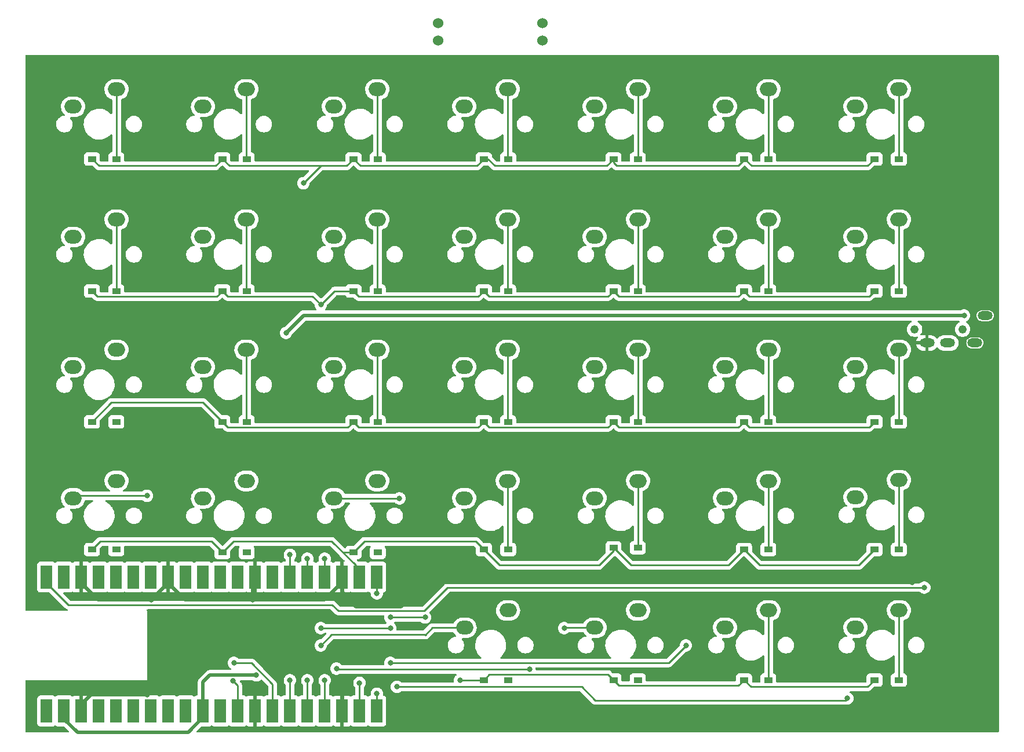
<source format=gbr>
%TF.GenerationSoftware,KiCad,Pcbnew,(7.0.0-0)*%
%TF.CreationDate,2023-03-05T23:11:16+09:00*%
%TF.ProjectId,11111_pcb,31313131-315f-4706-9362-2e6b69636164,rev?*%
%TF.SameCoordinates,Original*%
%TF.FileFunction,Copper,L2,Bot*%
%TF.FilePolarity,Positive*%
%FSLAX46Y46*%
G04 Gerber Fmt 4.6, Leading zero omitted, Abs format (unit mm)*
G04 Created by KiCad (PCBNEW (7.0.0-0)) date 2023-03-05 23:11:16*
%MOMM*%
%LPD*%
G01*
G04 APERTURE LIST*
%TA.AperFunction,ComponentPad*%
%ADD10O,2.500000X2.000000*%
%TD*%
%TA.AperFunction,SMDPad,CuDef*%
%ADD11R,1.300000X0.950000*%
%TD*%
%TA.AperFunction,WasherPad*%
%ADD12C,1.210000*%
%TD*%
%TA.AperFunction,ComponentPad*%
%ADD13O,2.200000X1.300000*%
%TD*%
%TA.AperFunction,ComponentPad*%
%ADD14C,1.524000*%
%TD*%
%TA.AperFunction,SMDPad,CuDef*%
%ADD15R,1.700000X3.500000*%
%TD*%
%TA.AperFunction,ViaPad*%
%ADD16C,0.800000*%
%TD*%
%TA.AperFunction,Conductor*%
%ADD17C,0.250000*%
%TD*%
%TA.AperFunction,Conductor*%
%ADD18C,0.500000*%
%TD*%
G04 APERTURE END LIST*
D10*
%TO.P,SW46,1,1*%
%TO.N,Col3*%
X99694999Y-95309999D03*
%TO.P,SW46,2,2*%
%TO.N,Net-(D46-A)*%
X106044999Y-92769999D03*
%TD*%
D11*
%TO.P,D33,1,K*%
%TO.N,Row2*%
X121499999Y-84129999D03*
%TO.P,D33,2,A*%
%TO.N,Net-(D33-A)*%
X125049999Y-84129999D03*
%TD*%
%TO.P,D43,1,K*%
%TO.N,Row3*%
X45309999Y-102809999D03*
%TO.P,D43,2,A*%
%TO.N,Net-(D43-A)*%
X48859999Y-102809999D03*
%TD*%
%TO.P,D60,1,K*%
%TO.N,Row4*%
X159644999Y-121879999D03*
%TO.P,D60,2,A*%
%TO.N,Net-(D60-A)*%
X163194999Y-121879999D03*
%TD*%
%TO.P,D18,1,K*%
%TO.N,Row1*%
X102559999Y-64999999D03*
%TO.P,D18,2,A*%
%TO.N,Net-(D18-A)*%
X106109999Y-64999999D03*
%TD*%
%TO.P,D16,1,K*%
%TO.N,Row1*%
X64359999Y-64999999D03*
%TO.P,D16,2,A*%
%TO.N,Net-(D16-A)*%
X67909999Y-64999999D03*
%TD*%
%TO.P,D6,1,K*%
%TO.N,Row0*%
X140569999Y-45679999D03*
%TO.P,D6,2,A*%
%TO.N,Net-(D6-A)*%
X144119999Y-45679999D03*
%TD*%
%TO.P,D17,1,K*%
%TO.N,Row1*%
X83509999Y-64999999D03*
%TO.P,D17,2,A*%
%TO.N,Net-(D17-A)*%
X87059999Y-64999999D03*
%TD*%
D12*
%TO.P,J1,*%
%TO.N,*%
X165500000Y-70580000D03*
X172500000Y-70580000D03*
D13*
%TO.P,J1,A*%
%TO.N,unconnected-(J1-PadA)*%
X175799999Y-68579999D03*
%TO.P,J1,B*%
%TO.N,GND*%
X167299999Y-72579999D03*
%TO.P,J1,C*%
%TO.N,DataLeft*%
X170299999Y-72579999D03*
%TO.P,J1,D*%
%TO.N,VCC*%
X174299999Y-72579999D03*
%TD*%
D11*
%TO.P,D21,1,K*%
%TO.N,Row1*%
X159644999Y-64999999D03*
%TO.P,D21,2,A*%
%TO.N,Net-(D21-A)*%
X163194999Y-64999999D03*
%TD*%
D14*
%TO.P,REF\u002A\u002A,a*%
%TO.N,N/C*%
X95920000Y-25800000D03*
%TO.P,REF\u002A\u002A,b*%
X95920000Y-28340000D03*
%TO.P,REF\u002A\u002A,c*%
X111160000Y-25800000D03*
%TO.P,REF\u002A\u002A,d*%
X111160000Y-28340000D03*
%TD*%
D10*
%TO.P,SW34,1,1*%
%TO.N,Col5*%
X137794999Y-76139999D03*
%TO.P,SW34,2,2*%
%TO.N,Net-(D34-A)*%
X144144999Y-73599999D03*
%TD*%
%TO.P,SW15,1,1*%
%TO.N,Col0*%
X42544999Y-57089999D03*
%TO.P,SW15,2,2*%
%TO.N,Net-(D15-A)*%
X48894999Y-54549999D03*
%TD*%
%TO.P,SW45,1,1*%
%TO.N,Col2*%
X80644999Y-95309999D03*
%TO.P,SW45,2,2*%
%TO.N,Net-(D45-A)*%
X86994999Y-92769999D03*
%TD*%
%TO.P,SW57,1,1*%
%TO.N,Col3*%
X99754999Y-114239999D03*
%TO.P,SW57,2,2*%
%TO.N,Net-(D57-A)*%
X106104999Y-111699999D03*
%TD*%
%TO.P,SW1,1,1*%
%TO.N,Col0*%
X42544999Y-38039999D03*
%TO.P,SW1,2,2*%
%TO.N,Net-(D1-A)*%
X48894999Y-35499999D03*
%TD*%
%TO.P,SW58,1,1*%
%TO.N,Col4*%
X118744999Y-114239999D03*
%TO.P,SW58,2,2*%
%TO.N,Net-(D58-A)*%
X125094999Y-111699999D03*
%TD*%
%TO.P,SW16,1,1*%
%TO.N,Col1*%
X61524999Y-57089999D03*
%TO.P,SW16,2,2*%
%TO.N,Net-(D16-A)*%
X67874999Y-54549999D03*
%TD*%
D11*
%TO.P,D58,1,K*%
%TO.N,Row4*%
X121499999Y-121879999D03*
%TO.P,D58,2,A*%
%TO.N,Net-(D58-A)*%
X125049999Y-121879999D03*
%TD*%
%TO.P,D32,1,K*%
%TO.N,Row2*%
X102559999Y-84129999D03*
%TO.P,D32,2,A*%
%TO.N,Net-(D32-A)*%
X106109999Y-84129999D03*
%TD*%
D10*
%TO.P,SW19,1,1*%
%TO.N,Col4*%
X118744999Y-57089999D03*
%TO.P,SW19,2,2*%
%TO.N,Net-(D19-A)*%
X125094999Y-54549999D03*
%TD*%
D11*
%TO.P,D35,1,K*%
%TO.N,Row2*%
X159644999Y-84129999D03*
%TO.P,D35,2,A*%
%TO.N,Net-(D35-A)*%
X163194999Y-84129999D03*
%TD*%
%TO.P,D46,1,K*%
%TO.N,Row3*%
X102559999Y-102809999D03*
%TO.P,D46,2,A*%
%TO.N,Net-(D46-A)*%
X106109999Y-102809999D03*
%TD*%
%TO.P,D34,1,K*%
%TO.N,Row2*%
X140569999Y-84129999D03*
%TO.P,D34,2,A*%
%TO.N,Net-(D34-A)*%
X144119999Y-84129999D03*
%TD*%
D10*
%TO.P,SW43,1,1*%
%TO.N,Col0*%
X42544999Y-95309999D03*
%TO.P,SW43,2,2*%
%TO.N,Net-(D43-A)*%
X48894999Y-92769999D03*
%TD*%
%TO.P,SW47,1,1*%
%TO.N,Col4*%
X118744999Y-95309999D03*
%TO.P,SW47,2,2*%
%TO.N,Net-(D47-A)*%
X125094999Y-92769999D03*
%TD*%
D11*
%TO.P,D2,1,K*%
%TO.N,Row0*%
X64359999Y-45679999D03*
%TO.P,D2,2,A*%
%TO.N,Net-(D2-A)*%
X67909999Y-45679999D03*
%TD*%
D10*
%TO.P,SW35,1,1*%
%TO.N,Col6*%
X156844999Y-76139999D03*
%TO.P,SW35,2,2*%
%TO.N,Net-(D35-A)*%
X163194999Y-73599999D03*
%TD*%
D11*
%TO.P,D31,1,K*%
%TO.N,Row2*%
X83509999Y-84129999D03*
%TO.P,D31,2,A*%
%TO.N,Net-(D31-A)*%
X87059999Y-84129999D03*
%TD*%
D10*
%TO.P,SW30,1,1*%
%TO.N,Col1*%
X61524999Y-76139999D03*
%TO.P,SW30,2,2*%
%TO.N,Net-(D30-A)*%
X67874999Y-73599999D03*
%TD*%
D11*
%TO.P,D59,1,K*%
%TO.N,Row4*%
X140569999Y-121879999D03*
%TO.P,D59,2,A*%
%TO.N,Net-(D59-A)*%
X144119999Y-121879999D03*
%TD*%
D10*
%TO.P,SW33,1,1*%
%TO.N,Col4*%
X118744999Y-76139999D03*
%TO.P,SW33,2,2*%
%TO.N,Net-(D33-A)*%
X125094999Y-73599999D03*
%TD*%
D11*
%TO.P,D5,1,K*%
%TO.N,Row0*%
X121499999Y-45679999D03*
%TO.P,D5,2,A*%
%TO.N,Net-(D5-A)*%
X125049999Y-45679999D03*
%TD*%
%TO.P,D4,1,K*%
%TO.N,Row0*%
X102559999Y-45679999D03*
%TO.P,D4,2,A*%
%TO.N,Net-(D4-A)*%
X106109999Y-45679999D03*
%TD*%
%TO.P,D7,1,K*%
%TO.N,Row0*%
X159644999Y-45679999D03*
%TO.P,D7,2,A*%
%TO.N,Net-(D7-A)*%
X163194999Y-45679999D03*
%TD*%
D10*
%TO.P,SW6,1,1*%
%TO.N,Col5*%
X137794999Y-38039999D03*
%TO.P,SW6,2,2*%
%TO.N,Net-(D6-A)*%
X144144999Y-35499999D03*
%TD*%
%TO.P,SW44,1,1*%
%TO.N,Col1*%
X61524999Y-95309999D03*
%TO.P,SW44,2,2*%
%TO.N,Net-(D44-A)*%
X67874999Y-92769999D03*
%TD*%
D11*
%TO.P,D57,1,K*%
%TO.N,Row4*%
X102559999Y-121879999D03*
%TO.P,D57,2,A*%
%TO.N,Net-(D57-A)*%
X106109999Y-121879999D03*
%TD*%
%TO.P,D44,1,K*%
%TO.N,Row3*%
X64359999Y-103209999D03*
%TO.P,D44,2,A*%
%TO.N,Net-(D44-A)*%
X67909999Y-103209999D03*
%TD*%
%TO.P,D20,1,K*%
%TO.N,Row1*%
X140569999Y-64999999D03*
%TO.P,D20,2,A*%
%TO.N,Net-(D20-A)*%
X144119999Y-64999999D03*
%TD*%
D10*
%TO.P,SW49,1,1*%
%TO.N,Col6*%
X156844999Y-95189999D03*
%TO.P,SW49,2,2*%
%TO.N,Net-(D49-A)*%
X163194999Y-92649999D03*
%TD*%
%TO.P,SW21,1,1*%
%TO.N,Col6*%
X156844999Y-57089999D03*
%TO.P,SW21,2,2*%
%TO.N,Net-(D21-A)*%
X163194999Y-54549999D03*
%TD*%
D11*
%TO.P,D30,1,K*%
%TO.N,Row2*%
X64359999Y-84129999D03*
%TO.P,D30,2,A*%
%TO.N,Net-(D30-A)*%
X67909999Y-84129999D03*
%TD*%
%TO.P,D49,1,K*%
%TO.N,Row3*%
X159644999Y-102809999D03*
%TO.P,D49,2,A*%
%TO.N,Net-(D49-A)*%
X163194999Y-102809999D03*
%TD*%
D10*
%TO.P,SW29,1,1*%
%TO.N,Col0*%
X42544999Y-76139999D03*
%TO.P,SW29,2,2*%
%TO.N,Net-(D29-A)*%
X48894999Y-73599999D03*
%TD*%
%TO.P,SW4,1,1*%
%TO.N,Col3*%
X99694999Y-38039999D03*
%TO.P,SW4,2,2*%
%TO.N,Net-(D4-A)*%
X106044999Y-35499999D03*
%TD*%
D11*
%TO.P,D45,1,K*%
%TO.N,Row3*%
X83509999Y-103209999D03*
%TO.P,D45,2,A*%
%TO.N,Net-(D45-A)*%
X87059999Y-103209999D03*
%TD*%
%TO.P,D19,1,K*%
%TO.N,Row1*%
X121499999Y-64999999D03*
%TO.P,D19,2,A*%
%TO.N,Net-(D19-A)*%
X125049999Y-64999999D03*
%TD*%
D10*
%TO.P,SW59,1,1*%
%TO.N,Col5*%
X137794999Y-114239999D03*
%TO.P,SW59,2,2*%
%TO.N,Net-(D59-A)*%
X144144999Y-111699999D03*
%TD*%
%TO.P,SW20,1,1*%
%TO.N,Col5*%
X137794999Y-57089999D03*
%TO.P,SW20,2,2*%
%TO.N,Net-(D20-A)*%
X144144999Y-54549999D03*
%TD*%
%TO.P,SW32,1,1*%
%TO.N,Col3*%
X99694999Y-76139999D03*
%TO.P,SW32,2,2*%
%TO.N,Net-(D32-A)*%
X106044999Y-73599999D03*
%TD*%
%TO.P,SW2,1,1*%
%TO.N,Col1*%
X61524999Y-38039999D03*
%TO.P,SW2,2,2*%
%TO.N,Net-(D2-A)*%
X67874999Y-35499999D03*
%TD*%
%TO.P,SW3,1,1*%
%TO.N,Col2*%
X80644999Y-38039999D03*
%TO.P,SW3,2,2*%
%TO.N,Net-(D3-A)*%
X86994999Y-35499999D03*
%TD*%
%TO.P,SW7,1,1*%
%TO.N,Col6*%
X156844999Y-38039999D03*
%TO.P,SW7,2,2*%
%TO.N,Net-(D7-A)*%
X163194999Y-35499999D03*
%TD*%
%TO.P,SW17,1,1*%
%TO.N,Col2*%
X80644999Y-57089999D03*
%TO.P,SW17,2,2*%
%TO.N,Net-(D17-A)*%
X86994999Y-54549999D03*
%TD*%
D11*
%TO.P,D3,1,K*%
%TO.N,Row0*%
X83509999Y-45679999D03*
%TO.P,D3,2,A*%
%TO.N,Net-(D3-A)*%
X87059999Y-45679999D03*
%TD*%
D10*
%TO.P,SW48,1,1*%
%TO.N,Col5*%
X137794999Y-95309999D03*
%TO.P,SW48,2,2*%
%TO.N,Net-(D48-A)*%
X144144999Y-92769999D03*
%TD*%
D11*
%TO.P,D48,1,K*%
%TO.N,Row3*%
X140569999Y-102809999D03*
%TO.P,D48,2,A*%
%TO.N,Net-(D48-A)*%
X144119999Y-102809999D03*
%TD*%
D10*
%TO.P,SW60,1,1*%
%TO.N,Col6*%
X156844999Y-114239999D03*
%TO.P,SW60,2,2*%
%TO.N,Net-(D60-A)*%
X163194999Y-111699999D03*
%TD*%
%TO.P,SW18,1,1*%
%TO.N,Col3*%
X99694999Y-57089999D03*
%TO.P,SW18,2,2*%
%TO.N,Net-(D18-A)*%
X106044999Y-54549999D03*
%TD*%
D11*
%TO.P,D47,1,K*%
%TO.N,Row3*%
X121499999Y-102559999D03*
%TO.P,D47,2,A*%
%TO.N,Net-(D47-A)*%
X125049999Y-102559999D03*
%TD*%
%TO.P,D29,1,K*%
%TO.N,Row2*%
X45309999Y-84129999D03*
%TO.P,D29,2,A*%
%TO.N,Net-(D29-A)*%
X48859999Y-84129999D03*
%TD*%
D10*
%TO.P,SW31,1,1*%
%TO.N,Col2*%
X80644999Y-76139999D03*
%TO.P,SW31,2,2*%
%TO.N,Net-(D31-A)*%
X86994999Y-73599999D03*
%TD*%
D11*
%TO.P,D15,1,K*%
%TO.N,Row1*%
X45309999Y-64999999D03*
%TO.P,D15,2,A*%
%TO.N,Net-(D15-A)*%
X48859999Y-64999999D03*
%TD*%
%TO.P,D1,1,K*%
%TO.N,Row0*%
X45309999Y-45679999D03*
%TO.P,D1,2,A*%
%TO.N,Net-(D1-A)*%
X48859999Y-45679999D03*
%TD*%
D10*
%TO.P,SW5,1,1*%
%TO.N,Col4*%
X118744999Y-38039999D03*
%TO.P,SW5,2,2*%
%TO.N,Net-(D5-A)*%
X125094999Y-35499999D03*
%TD*%
D15*
%TO.P,U1,1,GPIO0*%
%TO.N,DataLeft*%
X38669999Y-106824999D03*
%TO.P,U1,2,GPIO1*%
%TO.N,unconnected-(U1-GPIO1-Pad2)*%
X41209999Y-106824999D03*
%TO.P,U1,3,GND*%
%TO.N,GND*%
X43749999Y-106824999D03*
%TO.P,U1,4,GPIO2*%
%TO.N,unconnected-(U1-GPIO2-Pad4)*%
X46289999Y-106824999D03*
%TO.P,U1,5,GPIO3*%
%TO.N,unconnected-(U1-GPIO3-Pad5)*%
X48829999Y-106824999D03*
%TO.P,U1,6,GPIO4*%
%TO.N,unconnected-(U1-GPIO4-Pad6)*%
X51369999Y-106824999D03*
%TO.P,U1,7,GPIO5*%
%TO.N,unconnected-(U1-GPIO5-Pad7)*%
X53909999Y-106824999D03*
%TO.P,U1,8,GND*%
%TO.N,GND*%
X56449999Y-106824999D03*
%TO.P,U1,9,GPIO6*%
%TO.N,unconnected-(U1-GPIO6-Pad9)*%
X58989999Y-106824999D03*
%TO.P,U1,10,GPIO7*%
%TO.N,unconnected-(U1-GPIO7-Pad10)*%
X61529999Y-106824999D03*
%TO.P,U1,11,GPIO8*%
%TO.N,unconnected-(U1-GPIO8-Pad11)*%
X64069999Y-106824999D03*
%TO.P,U1,12,GPIO9*%
%TO.N,unconnected-(U1-GPIO9-Pad12)*%
X66609999Y-106824999D03*
%TO.P,U1,13,GND*%
%TO.N,GND*%
X69149999Y-106824999D03*
%TO.P,U1,14,GPIO10*%
%TO.N,unconnected-(U1-GPIO10-Pad14)*%
X71689999Y-106824999D03*
%TO.P,U1,15,GPIO11*%
%TO.N,Row0*%
X74229999Y-106824999D03*
%TO.P,U1,16,GPIO12*%
%TO.N,Row1*%
X76769999Y-106824999D03*
%TO.P,U1,17,GPIO13*%
%TO.N,Row2*%
X79309999Y-106824999D03*
%TO.P,U1,18,GND*%
%TO.N,GND*%
X81849999Y-106824999D03*
%TO.P,U1,19,GPIO14*%
%TO.N,Row3*%
X84389999Y-106824999D03*
%TO.P,U1,20,GPIO15*%
%TO.N,Row4*%
X86929999Y-106824999D03*
%TO.P,U1,21,GPIO16*%
%TO.N,Col6*%
X86929999Y-126404999D03*
%TO.P,U1,22,GPIO17*%
%TO.N,Col5*%
X84389999Y-126404999D03*
%TO.P,U1,23,GND*%
%TO.N,GND*%
X81849999Y-126404999D03*
%TO.P,U1,24,GPIO18*%
%TO.N,Col4*%
X79309999Y-126404999D03*
%TO.P,U1,25,GPIO19*%
%TO.N,Col3*%
X76769999Y-126404999D03*
%TO.P,U1,26,GPIO20*%
%TO.N,Col2*%
X74229999Y-126404999D03*
%TO.P,U1,27,GPIO21*%
%TO.N,Col1*%
X71689999Y-126404999D03*
%TO.P,U1,28,GND*%
%TO.N,GND*%
X69149999Y-126404999D03*
%TO.P,U1,29,GPIO22*%
%TO.N,Col0*%
X66609999Y-126404999D03*
%TO.P,U1,30,RUN*%
%TO.N,unconnected-(U1-RUN-Pad30)*%
X64069999Y-126404999D03*
%TO.P,U1,31,GPIO26_ADC0*%
%TO.N,VCC*%
X61529999Y-126404999D03*
%TO.P,U1,32,GPIO27_ADC1*%
%TO.N,unconnected-(U1-GPIO27_ADC1-Pad32)*%
X58989999Y-126404999D03*
%TO.P,U1,33,AGND*%
%TO.N,unconnected-(U1-AGND-Pad33)*%
X56449999Y-126404999D03*
%TO.P,U1,34,GPIO28_ADC2*%
%TO.N,unconnected-(U1-GPIO28_ADC2-Pad34)*%
X53909999Y-126404999D03*
%TO.P,U1,35,ADC_VREF*%
%TO.N,unconnected-(U1-ADC_VREF-Pad35)*%
X51369999Y-126404999D03*
%TO.P,U1,36,3V3*%
%TO.N,unconnected-(U1-3V3-Pad36)*%
X48829999Y-126404999D03*
%TO.P,U1,37,3V3_EN*%
%TO.N,unconnected-(U1-3V3_EN-Pad37)*%
X46289999Y-126404999D03*
%TO.P,U1,38,GND*%
%TO.N,GND*%
X43749999Y-126404999D03*
%TO.P,U1,39,VSYS*%
%TO.N,VCC*%
X41209999Y-126404999D03*
%TO.P,U1,40,VBUS*%
%TO.N,unconnected-(U1-VBUS-Pad40)*%
X38669999Y-126404999D03*
%TD*%
D16*
%TO.N,Row0*%
X74230000Y-103570000D03*
X76200000Y-49220000D03*
%TO.N,Row1*%
X78740000Y-67000000D03*
X76770000Y-104140000D03*
%TO.N,Row2*%
X79310000Y-104140000D03*
X83510000Y-84130000D03*
%TO.N,Net-(D29-A)*%
X48860000Y-84130000D03*
%TO.N,Net-(D43-A)*%
X48860000Y-102810000D03*
%TO.N,Net-(D44-A)*%
X67910000Y-103210000D03*
%TO.N,Net-(D45-A)*%
X87060000Y-103210000D03*
%TO.N,Row4*%
X99060000Y-121920000D03*
X93980000Y-112720000D03*
X88900000Y-112720000D03*
X86930000Y-109220000D03*
%TO.N,Net-(D57-A)*%
X106110000Y-121880000D03*
%TO.N,Net-(D58-A)*%
X125050000Y-121880000D03*
%TO.N,DataLeft*%
X166915000Y-108365000D03*
%TO.N,GND*%
X68760000Y-110180000D03*
X53340000Y-124055498D03*
X81874628Y-121920000D03*
X53995000Y-110180000D03*
X69150000Y-123460497D03*
X81874628Y-109220000D03*
X165100000Y-107640000D03*
%TO.N,VCC*%
X172720000Y-68580000D03*
X73660000Y-71120000D03*
X69319500Y-121180500D03*
%TO.N,Col0*%
X65929500Y-122030500D03*
X53340000Y-94940000D03*
%TO.N,Col1*%
X66040000Y-119380000D03*
%TO.N,Col2*%
X88900000Y-114300000D03*
X78740000Y-114300000D03*
X74230000Y-121920000D03*
X90230000Y-95310000D03*
%TO.N,Col3*%
X78740000Y-116840000D03*
X76770000Y-121920000D03*
%TO.N,Col4*%
X114300000Y-114300000D03*
X81025128Y-120204872D03*
X79310000Y-121920000D03*
X109220000Y-120340000D03*
%TO.N,Col5*%
X84390000Y-122310000D03*
X132080000Y-116840000D03*
X88900000Y-119380000D03*
%TO.N,Col6*%
X86930000Y-123890000D03*
X155659500Y-124570500D03*
X89860000Y-122880000D03*
%TD*%
D17*
%TO.N,Row0*%
X120500000Y-46680000D02*
X121500000Y-45680000D01*
X121920000Y-46680000D02*
X139700000Y-46680000D01*
X121500000Y-45680000D02*
X121500000Y-46260000D01*
X140570000Y-45680000D02*
X140700000Y-45680000D01*
X63360000Y-46680000D02*
X64360000Y-45680000D01*
X140570000Y-45810000D02*
X140570000Y-45680000D01*
X84510000Y-46680000D02*
X101560000Y-46680000D01*
X104140000Y-46680000D02*
X120500000Y-46680000D01*
X64360000Y-45680000D02*
X65360000Y-46680000D01*
X74230000Y-103570000D02*
X74230000Y-107725000D01*
X139700000Y-46680000D02*
X140570000Y-45810000D01*
X158645000Y-46680000D02*
X159645000Y-45680000D01*
X76200000Y-49220000D02*
X78740000Y-46680000D01*
X46310000Y-46680000D02*
X63360000Y-46680000D01*
X103140000Y-45680000D02*
X104140000Y-46680000D01*
X83510000Y-45680000D02*
X84510000Y-46680000D01*
X45310000Y-45680000D02*
X46310000Y-46680000D01*
X121500000Y-46260000D02*
X121920000Y-46680000D01*
X65360000Y-46680000D02*
X82510000Y-46680000D01*
X82510000Y-46680000D02*
X83510000Y-45680000D01*
X140700000Y-45680000D02*
X141700000Y-46680000D01*
X101560000Y-46680000D02*
X102560000Y-45680000D01*
X102560000Y-45680000D02*
X103140000Y-45680000D01*
X78740000Y-46680000D02*
X82510000Y-46680000D01*
X141700000Y-46680000D02*
X158645000Y-46680000D01*
%TO.N,Net-(D1-A)*%
X48895000Y-45645000D02*
X48860000Y-45680000D01*
X48895000Y-35500000D02*
X48895000Y-45645000D01*
%TO.N,Net-(D2-A)*%
X67875000Y-45645000D02*
X67910000Y-45680000D01*
X67875000Y-35500000D02*
X67875000Y-45645000D01*
%TO.N,Net-(D3-A)*%
X86995000Y-45615000D02*
X87060000Y-45680000D01*
X86995000Y-35500000D02*
X86995000Y-45615000D01*
%TO.N,Net-(D4-A)*%
X106045000Y-45615000D02*
X106110000Y-45680000D01*
X106045000Y-35500000D02*
X106045000Y-45615000D01*
%TO.N,Net-(D5-A)*%
X125095000Y-35500000D02*
X125095000Y-45635000D01*
X125095000Y-45635000D02*
X125050000Y-45680000D01*
%TO.N,Net-(D6-A)*%
X144145000Y-35500000D02*
X144145000Y-45655000D01*
X144145000Y-45655000D02*
X144120000Y-45680000D01*
%TO.N,Net-(D7-A)*%
X163195000Y-35500000D02*
X163195000Y-45680000D01*
%TO.N,Row1*%
X46110000Y-65800000D02*
X45310000Y-65000000D01*
X84310000Y-65800000D02*
X83510000Y-65000000D01*
X121500000Y-65000000D02*
X120700000Y-65800000D01*
X102560000Y-65000000D02*
X101760000Y-65800000D01*
X76770000Y-104140000D02*
X76770000Y-107725000D01*
X63560000Y-65800000D02*
X46110000Y-65800000D01*
X78740000Y-67000000D02*
X80740000Y-65000000D01*
X78740000Y-67000000D02*
X77540000Y-65800000D01*
X140570000Y-65000000D02*
X139770000Y-65800000D01*
X122300000Y-65800000D02*
X121500000Y-65000000D01*
X80740000Y-65000000D02*
X83510000Y-65000000D01*
X159645000Y-65000000D02*
X158845000Y-65800000D01*
X103360000Y-65800000D02*
X102560000Y-65000000D01*
X139770000Y-65800000D02*
X122300000Y-65800000D01*
X64360000Y-65000000D02*
X63560000Y-65800000D01*
X120700000Y-65800000D02*
X103360000Y-65800000D01*
X141370000Y-65800000D02*
X140570000Y-65000000D01*
X65160000Y-65800000D02*
X64360000Y-65000000D01*
X77540000Y-65800000D02*
X65160000Y-65800000D01*
X101760000Y-65800000D02*
X84310000Y-65800000D01*
X158845000Y-65800000D02*
X141370000Y-65800000D01*
%TO.N,Net-(D15-A)*%
X48895000Y-64965000D02*
X48860000Y-65000000D01*
X48895000Y-54550000D02*
X48895000Y-64965000D01*
%TO.N,Net-(D16-A)*%
X67875000Y-54550000D02*
X67875000Y-64965000D01*
X67875000Y-64965000D02*
X67910000Y-65000000D01*
%TO.N,Net-(D17-A)*%
X86995000Y-64935000D02*
X87060000Y-65000000D01*
X86995000Y-54550000D02*
X86995000Y-64935000D01*
%TO.N,Net-(D18-A)*%
X106045000Y-54550000D02*
X106045000Y-64935000D01*
X106045000Y-64935000D02*
X106110000Y-65000000D01*
%TO.N,Net-(D19-A)*%
X125095000Y-54550000D02*
X125095000Y-64955000D01*
X125095000Y-64955000D02*
X125050000Y-65000000D01*
%TO.N,Net-(D20-A)*%
X144145000Y-64975000D02*
X144120000Y-65000000D01*
X144145000Y-54550000D02*
X144145000Y-64975000D01*
%TO.N,Net-(D21-A)*%
X163195000Y-54550000D02*
X163195000Y-65000000D01*
%TO.N,Row2*%
X45310000Y-84130000D02*
X48160000Y-81280000D01*
X158845000Y-84930000D02*
X141370000Y-84930000D01*
X103360000Y-84930000D02*
X102560000Y-84130000D01*
X83510000Y-84130000D02*
X84310000Y-84930000D01*
X82710000Y-84930000D02*
X83510000Y-84130000D01*
X79310000Y-104140000D02*
X79310000Y-107725000D01*
X139770000Y-84930000D02*
X122300000Y-84930000D01*
X64360000Y-84130000D02*
X65160000Y-84930000D01*
X65160000Y-84930000D02*
X82710000Y-84930000D01*
X122300000Y-84930000D02*
X121500000Y-84130000D01*
X101760000Y-84930000D02*
X102560000Y-84130000D01*
X48160000Y-81280000D02*
X61510000Y-81280000D01*
X120700000Y-84930000D02*
X103360000Y-84930000D01*
X159645000Y-84130000D02*
X158845000Y-84930000D01*
X141370000Y-84930000D02*
X140570000Y-84130000D01*
X140570000Y-84130000D02*
X139770000Y-84930000D01*
X84310000Y-84930000D02*
X101760000Y-84930000D01*
X61510000Y-81280000D02*
X64360000Y-84130000D01*
X121500000Y-84130000D02*
X120700000Y-84930000D01*
%TO.N,Net-(D30-A)*%
X67875000Y-73600000D02*
X67875000Y-84095000D01*
X67875000Y-84095000D02*
X67910000Y-84130000D01*
%TO.N,Net-(D31-A)*%
X86995000Y-73600000D02*
X86995000Y-84065000D01*
X86995000Y-84065000D02*
X87060000Y-84130000D01*
%TO.N,Net-(D32-A)*%
X106045000Y-73600000D02*
X106045000Y-84065000D01*
X106045000Y-84065000D02*
X106110000Y-84130000D01*
%TO.N,Net-(D33-A)*%
X125095000Y-84085000D02*
X125050000Y-84130000D01*
X125095000Y-73600000D02*
X125095000Y-84085000D01*
%TO.N,Net-(D34-A)*%
X144145000Y-73600000D02*
X144145000Y-84105000D01*
X144145000Y-84105000D02*
X144120000Y-84130000D01*
%TO.N,Net-(D35-A)*%
X163195000Y-73600000D02*
X163195000Y-84130000D01*
%TO.N,Row3*%
X46520000Y-101600000D02*
X62750000Y-101600000D01*
X65970000Y-101600000D02*
X80320000Y-101600000D01*
X104850000Y-105100000D02*
X119380000Y-105100000D01*
X121500000Y-102980000D02*
X121500000Y-102560000D01*
X140570000Y-102810000D02*
X138280000Y-105100000D01*
X124040000Y-105100000D02*
X121500000Y-102560000D01*
X64360000Y-103210000D02*
X65970000Y-101600000D01*
X119380000Y-105100000D02*
X121500000Y-102980000D01*
X157355000Y-105100000D02*
X142860000Y-105100000D01*
X138280000Y-105100000D02*
X124040000Y-105100000D01*
X142860000Y-105100000D02*
X140570000Y-102810000D01*
X159645000Y-102810000D02*
X157355000Y-105100000D01*
X80320000Y-101600000D02*
X83820000Y-105100000D01*
X85120000Y-101600000D02*
X101350000Y-101600000D01*
X101350000Y-101600000D02*
X102560000Y-102810000D01*
X83510000Y-103210000D02*
X85120000Y-101600000D01*
X102560000Y-102810000D02*
X104850000Y-105100000D01*
X45310000Y-102810000D02*
X46520000Y-101600000D01*
X62750000Y-101600000D02*
X64360000Y-103210000D01*
X83510000Y-103210000D02*
X81930000Y-103210000D01*
%TO.N,Net-(D46-A)*%
X106045000Y-92770000D02*
X106045000Y-102745000D01*
X106045000Y-102745000D02*
X106110000Y-102810000D01*
%TO.N,Net-(D47-A)*%
X125095000Y-102515000D02*
X125050000Y-102560000D01*
X125095000Y-92770000D02*
X125095000Y-102515000D01*
%TO.N,Net-(D48-A)*%
X144145000Y-102785000D02*
X144120000Y-102810000D01*
X144145000Y-92770000D02*
X144145000Y-102785000D01*
%TO.N,Net-(D49-A)*%
X163195000Y-92650000D02*
X163195000Y-102810000D01*
%TO.N,Row4*%
X122300000Y-122680000D02*
X121500000Y-121880000D01*
X141570000Y-122880000D02*
X140570000Y-121880000D01*
X159645000Y-121880000D02*
X158645000Y-122880000D01*
X103360000Y-121080000D02*
X102560000Y-121880000D01*
X99100000Y-121880000D02*
X102560000Y-121880000D01*
X139770000Y-122680000D02*
X122300000Y-122680000D01*
X140570000Y-121880000D02*
X139770000Y-122680000D01*
X120700000Y-121080000D02*
X103360000Y-121080000D01*
X86930000Y-109220000D02*
X86930000Y-107725000D01*
X93980000Y-112720000D02*
X88900000Y-112720000D01*
X158645000Y-122880000D02*
X141570000Y-122880000D01*
X121500000Y-121880000D02*
X120700000Y-121080000D01*
X99060000Y-121920000D02*
X99100000Y-121880000D01*
%TO.N,Net-(D59-A)*%
X144145000Y-111700000D02*
X144145000Y-121855000D01*
X144145000Y-121855000D02*
X144120000Y-121880000D01*
%TO.N,Net-(D60-A)*%
X163195000Y-111700000D02*
X163195000Y-121880000D01*
%TO.N,DataLeft*%
X80425000Y-110905000D02*
X81280000Y-111760000D01*
X41850000Y-110905000D02*
X80425000Y-110905000D01*
X97265583Y-108365000D02*
X166915000Y-108365000D01*
X93870583Y-111760000D02*
X97265583Y-108365000D01*
X81280000Y-111760000D02*
X93870583Y-111760000D01*
X38670000Y-107725000D02*
X41850000Y-110905000D01*
D18*
%TO.N,GND*%
X58905000Y-110180000D02*
X56450000Y-107725000D01*
X90435000Y-111185000D02*
X93980000Y-107640000D01*
X79258750Y-110180000D02*
X82313750Y-107125000D01*
X68760000Y-110180000D02*
X58905000Y-110180000D01*
X83820000Y-111165372D02*
X83820000Y-111185000D01*
X81874628Y-109220000D02*
X83820000Y-111165372D01*
X81874628Y-109220000D02*
X81874628Y-107749628D01*
X69150000Y-123460497D02*
X69150000Y-125505000D01*
X81874628Y-121920000D02*
X81874628Y-125480372D01*
X83820000Y-111185000D02*
X90435000Y-111185000D01*
X81874628Y-107749628D02*
X81850000Y-107725000D01*
X46205000Y-110180000D02*
X43750000Y-107725000D01*
X93980000Y-107640000D02*
X165100000Y-107640000D01*
X68760000Y-108115000D02*
X69150000Y-107725000D01*
X68760000Y-110180000D02*
X79258750Y-110180000D01*
X53340000Y-124055498D02*
X45199502Y-124055498D01*
X53995000Y-110180000D02*
X46205000Y-110180000D01*
X45199502Y-124055498D02*
X43750000Y-125505000D01*
X81874628Y-125480372D02*
X81850000Y-125505000D01*
X68760000Y-110180000D02*
X68760000Y-108115000D01*
X53995000Y-110180000D02*
X56450000Y-107725000D01*
%TO.N,VCC*%
X61530000Y-127365000D02*
X61530000Y-125505000D01*
X76200000Y-68580000D02*
X172720000Y-68580000D01*
X43180000Y-129540000D02*
X59355000Y-129540000D01*
X61530000Y-122200000D02*
X61530000Y-125505000D01*
X41210000Y-127570000D02*
X43180000Y-129540000D01*
X69319500Y-121180500D02*
X62549500Y-121180500D01*
X59355000Y-129540000D02*
X61530000Y-127365000D01*
X41210000Y-125505000D02*
X41210000Y-127570000D01*
X62549500Y-121180500D02*
X61530000Y-122200000D01*
X73660000Y-71120000D02*
X76200000Y-68580000D01*
D17*
%TO.N,Col0*%
X66610000Y-122711000D02*
X66610000Y-125505000D01*
X53340000Y-94940000D02*
X42915000Y-94940000D01*
X42915000Y-94940000D02*
X42545000Y-95310000D01*
X65929500Y-122030500D02*
X66610000Y-122711000D01*
%TO.N,Col1*%
X71690000Y-122490000D02*
X71690000Y-125505000D01*
X68580000Y-119380000D02*
X71690000Y-122490000D01*
X66040000Y-119380000D02*
X68580000Y-119380000D01*
%TO.N,Col2*%
X90230000Y-95310000D02*
X80645000Y-95310000D01*
X74230000Y-121920000D02*
X74230000Y-125505000D01*
X88900000Y-114300000D02*
X78740000Y-114300000D01*
%TO.N,Col3*%
X76770000Y-121920000D02*
X76770000Y-125505000D01*
X80320000Y-115260000D02*
X93940497Y-115260000D01*
X78740000Y-116840000D02*
X80320000Y-115260000D01*
X93980000Y-115299503D02*
X95039503Y-114240000D01*
X95039503Y-114240000D02*
X99755000Y-114240000D01*
X93940497Y-115260000D02*
X93980000Y-115299503D01*
%TO.N,Col4*%
X81025128Y-120204872D02*
X81160256Y-120340000D01*
X81160256Y-120340000D02*
X109220000Y-120340000D01*
X114300000Y-114300000D02*
X114360000Y-114240000D01*
X79310000Y-121920000D02*
X79310000Y-125505000D01*
X114360000Y-114240000D02*
X118745000Y-114240000D01*
%TO.N,Col5*%
X84390000Y-122310000D02*
X84390000Y-125505000D01*
X88900000Y-119380000D02*
X129540000Y-119380000D01*
X129540000Y-119380000D02*
X132080000Y-116840000D01*
%TO.N,Col6*%
X155385000Y-124845000D02*
X155659500Y-124570500D01*
X89860000Y-122880000D02*
X116840000Y-122880000D01*
X86930000Y-123890000D02*
X86930000Y-125505000D01*
X118805000Y-124845000D02*
X155385000Y-124845000D01*
X116840000Y-122880000D02*
X118805000Y-124845000D01*
%TD*%
%TA.AperFunction,Conductor*%
%TO.N,GND*%
G36*
X177738000Y-30496613D02*
G01*
X177783387Y-30542000D01*
X177800000Y-30604000D01*
X177800000Y-129416000D01*
X177783387Y-129478000D01*
X177738000Y-129523387D01*
X177676000Y-129540000D01*
X60727042Y-129540000D01*
X60670747Y-129526485D01*
X60626724Y-129488885D01*
X60604569Y-129435398D01*
X60609111Y-129377682D01*
X60639360Y-129328320D01*
X61267861Y-128699819D01*
X61308090Y-128672939D01*
X61355543Y-128663500D01*
X62425328Y-128663500D01*
X62428638Y-128663500D01*
X62489201Y-128656989D01*
X62626204Y-128605889D01*
X62725689Y-128531414D01*
X62773642Y-128509516D01*
X62826358Y-128509516D01*
X62874310Y-128531414D01*
X62973796Y-128605889D01*
X63110799Y-128656989D01*
X63171362Y-128663500D01*
X64965328Y-128663500D01*
X64968638Y-128663500D01*
X65029201Y-128656989D01*
X65166204Y-128605889D01*
X65265689Y-128531414D01*
X65313642Y-128509516D01*
X65366358Y-128509516D01*
X65414310Y-128531414D01*
X65513796Y-128605889D01*
X65650799Y-128656989D01*
X65711362Y-128663500D01*
X67505328Y-128663500D01*
X67508638Y-128663500D01*
X67569201Y-128656989D01*
X67706204Y-128605889D01*
X67812783Y-128526104D01*
X67860733Y-128504207D01*
X67913449Y-128504207D01*
X67961402Y-128526107D01*
X68050805Y-128593035D01*
X68066222Y-128601452D01*
X68185358Y-128645888D01*
X68200332Y-128649426D01*
X68248885Y-128654646D01*
X68255482Y-128655000D01*
X68883674Y-128655000D01*
X68896549Y-128651549D01*
X68900000Y-128638674D01*
X68900000Y-124171326D01*
X68896549Y-124158450D01*
X68883674Y-124155000D01*
X68255482Y-124155000D01*
X68248885Y-124155353D01*
X68200332Y-124160573D01*
X68185358Y-124164111D01*
X68066222Y-124208547D01*
X68050810Y-124216962D01*
X67961402Y-124283893D01*
X67913449Y-124305792D01*
X67860733Y-124305792D01*
X67812780Y-124283893D01*
X67713304Y-124209426D01*
X67713303Y-124209425D01*
X67706204Y-124204111D01*
X67697896Y-124201012D01*
X67697894Y-124201011D01*
X67576463Y-124155719D01*
X67576458Y-124155717D01*
X67569201Y-124153011D01*
X67561497Y-124152182D01*
X67561494Y-124152182D01*
X67511924Y-124146853D01*
X67511918Y-124146852D01*
X67508638Y-124146500D01*
X67505328Y-124146500D01*
X67367500Y-124146500D01*
X67305500Y-124129887D01*
X67260113Y-124084500D01*
X67243500Y-124022500D01*
X67243500Y-122789835D01*
X67244031Y-122778560D01*
X67245701Y-122771091D01*
X67243560Y-122703000D01*
X67243500Y-122699106D01*
X67243500Y-122675036D01*
X67243500Y-122671144D01*
X67242982Y-122667043D01*
X67242064Y-122655387D01*
X67240673Y-122611110D01*
X67234979Y-122591513D01*
X67231031Y-122572449D01*
X67229688Y-122561817D01*
X67228474Y-122552203D01*
X67213594Y-122514622D01*
X67212162Y-122511005D01*
X67208377Y-122499949D01*
X67198193Y-122464894D01*
X67196018Y-122457407D01*
X67185623Y-122439831D01*
X67177063Y-122422355D01*
X67169552Y-122403383D01*
X67164098Y-122395877D01*
X67143511Y-122367542D01*
X67137103Y-122357788D01*
X67114542Y-122319637D01*
X67100107Y-122305202D01*
X67087469Y-122290405D01*
X67080058Y-122280205D01*
X67080057Y-122280204D01*
X67075472Y-122273893D01*
X67041336Y-122245653D01*
X67032696Y-122237791D01*
X66945586Y-122150681D01*
X66915336Y-122101318D01*
X66910794Y-122043602D01*
X66932949Y-121990115D01*
X66976972Y-121952515D01*
X67033267Y-121939000D01*
X68777564Y-121939000D01*
X68815883Y-121945069D01*
X68850447Y-121962681D01*
X68862748Y-121971618D01*
X68868682Y-121974260D01*
X68868684Y-121974261D01*
X69030936Y-122046500D01*
X69037212Y-122049294D01*
X69043570Y-122050645D01*
X69043572Y-122050646D01*
X69080374Y-122058468D01*
X69224013Y-122089000D01*
X69408484Y-122089000D01*
X69414987Y-122089000D01*
X69601788Y-122049294D01*
X69776252Y-121971618D01*
X69930753Y-121859366D01*
X69953574Y-121834019D01*
X70009470Y-121798409D01*
X70075723Y-121796674D01*
X70133406Y-121829310D01*
X71020181Y-122716085D01*
X71047061Y-122756313D01*
X71056500Y-122803766D01*
X71056500Y-124022500D01*
X71039887Y-124084500D01*
X70994500Y-124129887D01*
X70932500Y-124146500D01*
X70791362Y-124146500D01*
X70788082Y-124146852D01*
X70788075Y-124146853D01*
X70738505Y-124152182D01*
X70738500Y-124152182D01*
X70730799Y-124153011D01*
X70723543Y-124155717D01*
X70723536Y-124155719D01*
X70602105Y-124201011D01*
X70602099Y-124201013D01*
X70593796Y-124204111D01*
X70586699Y-124209423D01*
X70586691Y-124209428D01*
X70487218Y-124283893D01*
X70439266Y-124305792D01*
X70386549Y-124305792D01*
X70338597Y-124283893D01*
X70249189Y-124216962D01*
X70233777Y-124208547D01*
X70114641Y-124164111D01*
X70099667Y-124160573D01*
X70051114Y-124155353D01*
X70044518Y-124155000D01*
X69416326Y-124155000D01*
X69403450Y-124158450D01*
X69400000Y-124171326D01*
X69400000Y-128638674D01*
X69403450Y-128651549D01*
X69416326Y-128655000D01*
X70044518Y-128655000D01*
X70051114Y-128654646D01*
X70099667Y-128649426D01*
X70114641Y-128645888D01*
X70233777Y-128601452D01*
X70249190Y-128593037D01*
X70338596Y-128526107D01*
X70386549Y-128504207D01*
X70439266Y-128504207D01*
X70487218Y-128526105D01*
X70593796Y-128605889D01*
X70730799Y-128656989D01*
X70791362Y-128663500D01*
X72585328Y-128663500D01*
X72588638Y-128663500D01*
X72649201Y-128656989D01*
X72786204Y-128605889D01*
X72885689Y-128531414D01*
X72933642Y-128509516D01*
X72986358Y-128509516D01*
X73034310Y-128531414D01*
X73133796Y-128605889D01*
X73270799Y-128656989D01*
X73331362Y-128663500D01*
X75125328Y-128663500D01*
X75128638Y-128663500D01*
X75189201Y-128656989D01*
X75326204Y-128605889D01*
X75425689Y-128531414D01*
X75473642Y-128509516D01*
X75526358Y-128509516D01*
X75574310Y-128531414D01*
X75673796Y-128605889D01*
X75810799Y-128656989D01*
X75871362Y-128663500D01*
X77665328Y-128663500D01*
X77668638Y-128663500D01*
X77729201Y-128656989D01*
X77866204Y-128605889D01*
X77965689Y-128531414D01*
X78013642Y-128509516D01*
X78066358Y-128509516D01*
X78114310Y-128531414D01*
X78213796Y-128605889D01*
X78350799Y-128656989D01*
X78411362Y-128663500D01*
X80205328Y-128663500D01*
X80208638Y-128663500D01*
X80269201Y-128656989D01*
X80406204Y-128605889D01*
X80512783Y-128526104D01*
X80560733Y-128504207D01*
X80613449Y-128504207D01*
X80661402Y-128526107D01*
X80750805Y-128593035D01*
X80766222Y-128601452D01*
X80885358Y-128645888D01*
X80900332Y-128649426D01*
X80948885Y-128654646D01*
X80955482Y-128655000D01*
X81583674Y-128655000D01*
X81596549Y-128651549D01*
X81600000Y-128638674D01*
X82100000Y-128638674D01*
X82103450Y-128651549D01*
X82116326Y-128655000D01*
X82744518Y-128655000D01*
X82751114Y-128654646D01*
X82799667Y-128649426D01*
X82814641Y-128645888D01*
X82933777Y-128601452D01*
X82949190Y-128593037D01*
X83038596Y-128526107D01*
X83086549Y-128504207D01*
X83139266Y-128504207D01*
X83187218Y-128526105D01*
X83293796Y-128605889D01*
X83430799Y-128656989D01*
X83491362Y-128663500D01*
X85285328Y-128663500D01*
X85288638Y-128663500D01*
X85349201Y-128656989D01*
X85486204Y-128605889D01*
X85585689Y-128531414D01*
X85633642Y-128509516D01*
X85686358Y-128509516D01*
X85734310Y-128531414D01*
X85833796Y-128605889D01*
X85970799Y-128656989D01*
X86031362Y-128663500D01*
X87825328Y-128663500D01*
X87828638Y-128663500D01*
X87889201Y-128656989D01*
X88026204Y-128605889D01*
X88143261Y-128518261D01*
X88230889Y-128401204D01*
X88281989Y-128264201D01*
X88288500Y-128203638D01*
X88288500Y-124606362D01*
X88281989Y-124545799D01*
X88230889Y-124408796D01*
X88143261Y-124291739D01*
X88026204Y-124204111D01*
X88017896Y-124201012D01*
X88017894Y-124201011D01*
X87908658Y-124160268D01*
X87863342Y-124130788D01*
X87834876Y-124084828D01*
X87828671Y-124031124D01*
X87829578Y-124022500D01*
X87843504Y-123890000D01*
X87823542Y-123700072D01*
X87764527Y-123518444D01*
X87669040Y-123353056D01*
X87541253Y-123211134D01*
X87536003Y-123207319D01*
X87535999Y-123207316D01*
X87392006Y-123102699D01*
X87392004Y-123102697D01*
X87386752Y-123098882D01*
X87380821Y-123096241D01*
X87380817Y-123096239D01*
X87218226Y-123023849D01*
X87218219Y-123023846D01*
X87212288Y-123021206D01*
X87205935Y-123019855D01*
X87205927Y-123019853D01*
X87031849Y-122982852D01*
X87031846Y-122982851D01*
X87025487Y-122981500D01*
X86834513Y-122981500D01*
X86828154Y-122982851D01*
X86828150Y-122982852D01*
X86654072Y-123019853D01*
X86654061Y-123019856D01*
X86647712Y-123021206D01*
X86641782Y-123023845D01*
X86641773Y-123023849D01*
X86479182Y-123096239D01*
X86479174Y-123096243D01*
X86473248Y-123098882D01*
X86467999Y-123102695D01*
X86467993Y-123102699D01*
X86324000Y-123207316D01*
X86323991Y-123207323D01*
X86318747Y-123211134D01*
X86314403Y-123215957D01*
X86314400Y-123215961D01*
X86195307Y-123348228D01*
X86190960Y-123353056D01*
X86187714Y-123358676D01*
X86187711Y-123358682D01*
X86098721Y-123512817D01*
X86098718Y-123512822D01*
X86095473Y-123518444D01*
X86093467Y-123524616D01*
X86093465Y-123524622D01*
X86038465Y-123693892D01*
X86038463Y-123693901D01*
X86036458Y-123700072D01*
X86035780Y-123706522D01*
X86035778Y-123706532D01*
X86017778Y-123877795D01*
X86016496Y-123890000D01*
X86017175Y-123896459D01*
X86017175Y-123896461D01*
X86031328Y-124031125D01*
X86025123Y-124084828D01*
X85996657Y-124130788D01*
X85951341Y-124160267D01*
X85842111Y-124201008D01*
X85842101Y-124201013D01*
X85833796Y-124204111D01*
X85826699Y-124209423D01*
X85826691Y-124209428D01*
X85734310Y-124278584D01*
X85686358Y-124300483D01*
X85633642Y-124300483D01*
X85585690Y-124278584D01*
X85493308Y-124209428D01*
X85493303Y-124209425D01*
X85486204Y-124204111D01*
X85477896Y-124201012D01*
X85477894Y-124201011D01*
X85356463Y-124155719D01*
X85356458Y-124155717D01*
X85349201Y-124153011D01*
X85341497Y-124152182D01*
X85341494Y-124152182D01*
X85291924Y-124146853D01*
X85291918Y-124146852D01*
X85288638Y-124146500D01*
X85285328Y-124146500D01*
X85147500Y-124146500D01*
X85085500Y-124129887D01*
X85040113Y-124084500D01*
X85023500Y-124022500D01*
X85023500Y-123011757D01*
X85031736Y-122967319D01*
X85055350Y-122928785D01*
X85080686Y-122900646D01*
X85129040Y-122846944D01*
X85224527Y-122681556D01*
X85283542Y-122499928D01*
X85303504Y-122310000D01*
X85285706Y-122140658D01*
X85284221Y-122126532D01*
X85284220Y-122126531D01*
X85283542Y-122120072D01*
X85224527Y-121938444D01*
X85129040Y-121773056D01*
X85001253Y-121631134D01*
X84996003Y-121627319D01*
X84995999Y-121627316D01*
X84852006Y-121522699D01*
X84852004Y-121522697D01*
X84846752Y-121518882D01*
X84840821Y-121516241D01*
X84840817Y-121516239D01*
X84678226Y-121443849D01*
X84678219Y-121443846D01*
X84672288Y-121441206D01*
X84665935Y-121439855D01*
X84665927Y-121439853D01*
X84491849Y-121402852D01*
X84491846Y-121402851D01*
X84485487Y-121401500D01*
X84294513Y-121401500D01*
X84288154Y-121402851D01*
X84288150Y-121402852D01*
X84114072Y-121439853D01*
X84114061Y-121439856D01*
X84107712Y-121441206D01*
X84101782Y-121443845D01*
X84101773Y-121443849D01*
X83939182Y-121516239D01*
X83939174Y-121516243D01*
X83933248Y-121518882D01*
X83927999Y-121522695D01*
X83927993Y-121522699D01*
X83784000Y-121627316D01*
X83783991Y-121627323D01*
X83778747Y-121631134D01*
X83774403Y-121635957D01*
X83774400Y-121635961D01*
X83695227Y-121723892D01*
X83650960Y-121773056D01*
X83647714Y-121778676D01*
X83647711Y-121778682D01*
X83558721Y-121932817D01*
X83558718Y-121932822D01*
X83555473Y-121938444D01*
X83553467Y-121944616D01*
X83553465Y-121944622D01*
X83498465Y-122113892D01*
X83498463Y-122113901D01*
X83496458Y-122120072D01*
X83495780Y-122126522D01*
X83495778Y-122126532D01*
X83477843Y-122297182D01*
X83476496Y-122310000D01*
X83477175Y-122316460D01*
X83495778Y-122493467D01*
X83495779Y-122493475D01*
X83496458Y-122499928D01*
X83498463Y-122506100D01*
X83498465Y-122506107D01*
X83553465Y-122675377D01*
X83555473Y-122681556D01*
X83558720Y-122687180D01*
X83558721Y-122687182D01*
X83634133Y-122817800D01*
X83650960Y-122846944D01*
X83695716Y-122896650D01*
X83724650Y-122928785D01*
X83748264Y-122967319D01*
X83756500Y-123011757D01*
X83756500Y-124022500D01*
X83739887Y-124084500D01*
X83694500Y-124129887D01*
X83632500Y-124146500D01*
X83491362Y-124146500D01*
X83488082Y-124146852D01*
X83488075Y-124146853D01*
X83438505Y-124152182D01*
X83438500Y-124152182D01*
X83430799Y-124153011D01*
X83423543Y-124155717D01*
X83423536Y-124155719D01*
X83302105Y-124201011D01*
X83302099Y-124201013D01*
X83293796Y-124204111D01*
X83286699Y-124209423D01*
X83286691Y-124209428D01*
X83187218Y-124283893D01*
X83139266Y-124305792D01*
X83086549Y-124305792D01*
X83038597Y-124283893D01*
X82949189Y-124216962D01*
X82933777Y-124208547D01*
X82814641Y-124164111D01*
X82799667Y-124160573D01*
X82751114Y-124155353D01*
X82744518Y-124155000D01*
X82116326Y-124155000D01*
X82103450Y-124158450D01*
X82100000Y-124171326D01*
X82100000Y-128638674D01*
X81600000Y-128638674D01*
X81600000Y-124171326D01*
X81596549Y-124158450D01*
X81583674Y-124155000D01*
X80955482Y-124155000D01*
X80948885Y-124155353D01*
X80900332Y-124160573D01*
X80885358Y-124164111D01*
X80766222Y-124208547D01*
X80750810Y-124216962D01*
X80661402Y-124283893D01*
X80613449Y-124305792D01*
X80560733Y-124305792D01*
X80512780Y-124283893D01*
X80413304Y-124209426D01*
X80413303Y-124209425D01*
X80406204Y-124204111D01*
X80397896Y-124201012D01*
X80397894Y-124201011D01*
X80276463Y-124155719D01*
X80276458Y-124155717D01*
X80269201Y-124153011D01*
X80261497Y-124152182D01*
X80261494Y-124152182D01*
X80211924Y-124146853D01*
X80211918Y-124146852D01*
X80208638Y-124146500D01*
X80205328Y-124146500D01*
X80067500Y-124146500D01*
X80005500Y-124129887D01*
X79960113Y-124084500D01*
X79943500Y-124022500D01*
X79943500Y-122621757D01*
X79951736Y-122577319D01*
X79975350Y-122538785D01*
X80049040Y-122456944D01*
X80144527Y-122291556D01*
X80203542Y-122109928D01*
X80223504Y-121920000D01*
X80203542Y-121730072D01*
X80144527Y-121548444D01*
X80049040Y-121383056D01*
X79921253Y-121241134D01*
X79916003Y-121237319D01*
X79915999Y-121237316D01*
X79772006Y-121132699D01*
X79772004Y-121132697D01*
X79766752Y-121128882D01*
X79760821Y-121126241D01*
X79760817Y-121126239D01*
X79598226Y-121053849D01*
X79598219Y-121053846D01*
X79592288Y-121051206D01*
X79585935Y-121049855D01*
X79585927Y-121049853D01*
X79411849Y-121012852D01*
X79411846Y-121012851D01*
X79405487Y-121011500D01*
X79214513Y-121011500D01*
X79208154Y-121012851D01*
X79208150Y-121012852D01*
X79034072Y-121049853D01*
X79034061Y-121049856D01*
X79027712Y-121051206D01*
X79021782Y-121053845D01*
X79021773Y-121053849D01*
X78859182Y-121126239D01*
X78859174Y-121126243D01*
X78853248Y-121128882D01*
X78847999Y-121132695D01*
X78847993Y-121132699D01*
X78704000Y-121237316D01*
X78703991Y-121237323D01*
X78698747Y-121241134D01*
X78694403Y-121245957D01*
X78694400Y-121245961D01*
X78597955Y-121353075D01*
X78570960Y-121383056D01*
X78567714Y-121388676D01*
X78567711Y-121388682D01*
X78478721Y-121542817D01*
X78478718Y-121542822D01*
X78475473Y-121548444D01*
X78473467Y-121554616D01*
X78473465Y-121554622D01*
X78418465Y-121723892D01*
X78418463Y-121723901D01*
X78416458Y-121730072D01*
X78415780Y-121736522D01*
X78415778Y-121736532D01*
X78401980Y-121867825D01*
X78396496Y-121920000D01*
X78397175Y-121926460D01*
X78415778Y-122103467D01*
X78415779Y-122103475D01*
X78416458Y-122109928D01*
X78418463Y-122116100D01*
X78418465Y-122116107D01*
X78472117Y-122281228D01*
X78475473Y-122291556D01*
X78478720Y-122297180D01*
X78478721Y-122297182D01*
X78551725Y-122423629D01*
X78570960Y-122456944D01*
X78622894Y-122514622D01*
X78644650Y-122538785D01*
X78668264Y-122577319D01*
X78676500Y-122621757D01*
X78676500Y-124022500D01*
X78659887Y-124084500D01*
X78614500Y-124129887D01*
X78552500Y-124146500D01*
X78411362Y-124146500D01*
X78408082Y-124146852D01*
X78408075Y-124146853D01*
X78358505Y-124152182D01*
X78358500Y-124152182D01*
X78350799Y-124153011D01*
X78343543Y-124155717D01*
X78343536Y-124155719D01*
X78222105Y-124201011D01*
X78222099Y-124201013D01*
X78213796Y-124204111D01*
X78206699Y-124209423D01*
X78206691Y-124209428D01*
X78114310Y-124278584D01*
X78066358Y-124300483D01*
X78013642Y-124300483D01*
X77965690Y-124278584D01*
X77873308Y-124209428D01*
X77873303Y-124209425D01*
X77866204Y-124204111D01*
X77857896Y-124201012D01*
X77857894Y-124201011D01*
X77736463Y-124155719D01*
X77736458Y-124155717D01*
X77729201Y-124153011D01*
X77721497Y-124152182D01*
X77721494Y-124152182D01*
X77671924Y-124146853D01*
X77671918Y-124146852D01*
X77668638Y-124146500D01*
X77665328Y-124146500D01*
X77527500Y-124146500D01*
X77465500Y-124129887D01*
X77420113Y-124084500D01*
X77403500Y-124022500D01*
X77403500Y-122621757D01*
X77411736Y-122577319D01*
X77435350Y-122538785D01*
X77509040Y-122456944D01*
X77604527Y-122291556D01*
X77663542Y-122109928D01*
X77683504Y-121920000D01*
X77663542Y-121730072D01*
X77604527Y-121548444D01*
X77509040Y-121383056D01*
X77381253Y-121241134D01*
X77376003Y-121237319D01*
X77375999Y-121237316D01*
X77232006Y-121132699D01*
X77232004Y-121132697D01*
X77226752Y-121128882D01*
X77220821Y-121126241D01*
X77220817Y-121126239D01*
X77058226Y-121053849D01*
X77058219Y-121053846D01*
X77052288Y-121051206D01*
X77045935Y-121049855D01*
X77045927Y-121049853D01*
X76871849Y-121012852D01*
X76871846Y-121012851D01*
X76865487Y-121011500D01*
X76674513Y-121011500D01*
X76668154Y-121012851D01*
X76668150Y-121012852D01*
X76494072Y-121049853D01*
X76494061Y-121049856D01*
X76487712Y-121051206D01*
X76481782Y-121053845D01*
X76481773Y-121053849D01*
X76319182Y-121126239D01*
X76319174Y-121126243D01*
X76313248Y-121128882D01*
X76307999Y-121132695D01*
X76307993Y-121132699D01*
X76164000Y-121237316D01*
X76163991Y-121237323D01*
X76158747Y-121241134D01*
X76154403Y-121245957D01*
X76154400Y-121245961D01*
X76057955Y-121353075D01*
X76030960Y-121383056D01*
X76027714Y-121388676D01*
X76027711Y-121388682D01*
X75938721Y-121542817D01*
X75938718Y-121542822D01*
X75935473Y-121548444D01*
X75933467Y-121554616D01*
X75933465Y-121554622D01*
X75878465Y-121723892D01*
X75878463Y-121723901D01*
X75876458Y-121730072D01*
X75875780Y-121736522D01*
X75875778Y-121736532D01*
X75861980Y-121867825D01*
X75856496Y-121920000D01*
X75857175Y-121926460D01*
X75875778Y-122103467D01*
X75875779Y-122103475D01*
X75876458Y-122109928D01*
X75878463Y-122116100D01*
X75878465Y-122116107D01*
X75932117Y-122281228D01*
X75935473Y-122291556D01*
X75938720Y-122297180D01*
X75938721Y-122297182D01*
X76011725Y-122423629D01*
X76030960Y-122456944D01*
X76082894Y-122514622D01*
X76104650Y-122538785D01*
X76128264Y-122577319D01*
X76136500Y-122621757D01*
X76136500Y-124022500D01*
X76119887Y-124084500D01*
X76074500Y-124129887D01*
X76012500Y-124146500D01*
X75871362Y-124146500D01*
X75868082Y-124146852D01*
X75868075Y-124146853D01*
X75818505Y-124152182D01*
X75818500Y-124152182D01*
X75810799Y-124153011D01*
X75803543Y-124155717D01*
X75803536Y-124155719D01*
X75682105Y-124201011D01*
X75682099Y-124201013D01*
X75673796Y-124204111D01*
X75666699Y-124209423D01*
X75666691Y-124209428D01*
X75574310Y-124278584D01*
X75526358Y-124300483D01*
X75473642Y-124300483D01*
X75425690Y-124278584D01*
X75333308Y-124209428D01*
X75333303Y-124209425D01*
X75326204Y-124204111D01*
X75317896Y-124201012D01*
X75317894Y-124201011D01*
X75196463Y-124155719D01*
X75196458Y-124155717D01*
X75189201Y-124153011D01*
X75181497Y-124152182D01*
X75181494Y-124152182D01*
X75131924Y-124146853D01*
X75131918Y-124146852D01*
X75128638Y-124146500D01*
X75125328Y-124146500D01*
X74987500Y-124146500D01*
X74925500Y-124129887D01*
X74880113Y-124084500D01*
X74863500Y-124022500D01*
X74863500Y-122621757D01*
X74871736Y-122577319D01*
X74895350Y-122538785D01*
X74969040Y-122456944D01*
X75064527Y-122291556D01*
X75123542Y-122109928D01*
X75143504Y-121920000D01*
X75123542Y-121730072D01*
X75064527Y-121548444D01*
X74969040Y-121383056D01*
X74841253Y-121241134D01*
X74836003Y-121237319D01*
X74835999Y-121237316D01*
X74692006Y-121132699D01*
X74692004Y-121132697D01*
X74686752Y-121128882D01*
X74680821Y-121126241D01*
X74680817Y-121126239D01*
X74518226Y-121053849D01*
X74518219Y-121053846D01*
X74512288Y-121051206D01*
X74505935Y-121049855D01*
X74505927Y-121049853D01*
X74331849Y-121012852D01*
X74331846Y-121012851D01*
X74325487Y-121011500D01*
X74134513Y-121011500D01*
X74128154Y-121012851D01*
X74128150Y-121012852D01*
X73954072Y-121049853D01*
X73954061Y-121049856D01*
X73947712Y-121051206D01*
X73941782Y-121053845D01*
X73941773Y-121053849D01*
X73779182Y-121126239D01*
X73779174Y-121126243D01*
X73773248Y-121128882D01*
X73767999Y-121132695D01*
X73767993Y-121132699D01*
X73624000Y-121237316D01*
X73623991Y-121237323D01*
X73618747Y-121241134D01*
X73614403Y-121245957D01*
X73614400Y-121245961D01*
X73517955Y-121353075D01*
X73490960Y-121383056D01*
X73487714Y-121388676D01*
X73487711Y-121388682D01*
X73398721Y-121542817D01*
X73398718Y-121542822D01*
X73395473Y-121548444D01*
X73393467Y-121554616D01*
X73393465Y-121554622D01*
X73338465Y-121723892D01*
X73338463Y-121723901D01*
X73336458Y-121730072D01*
X73335780Y-121736522D01*
X73335778Y-121736532D01*
X73321980Y-121867825D01*
X73316496Y-121920000D01*
X73317175Y-121926460D01*
X73335778Y-122103467D01*
X73335779Y-122103475D01*
X73336458Y-122109928D01*
X73338463Y-122116100D01*
X73338465Y-122116107D01*
X73392117Y-122281228D01*
X73395473Y-122291556D01*
X73398720Y-122297180D01*
X73398721Y-122297182D01*
X73471725Y-122423629D01*
X73490960Y-122456944D01*
X73542894Y-122514622D01*
X73564650Y-122538785D01*
X73588264Y-122577319D01*
X73596500Y-122621757D01*
X73596500Y-124022500D01*
X73579887Y-124084500D01*
X73534500Y-124129887D01*
X73472500Y-124146500D01*
X73331362Y-124146500D01*
X73328082Y-124146852D01*
X73328075Y-124146853D01*
X73278505Y-124152182D01*
X73278500Y-124152182D01*
X73270799Y-124153011D01*
X73263543Y-124155717D01*
X73263536Y-124155719D01*
X73142105Y-124201011D01*
X73142099Y-124201013D01*
X73133796Y-124204111D01*
X73126699Y-124209423D01*
X73126691Y-124209428D01*
X73034310Y-124278584D01*
X72986358Y-124300483D01*
X72933642Y-124300483D01*
X72885690Y-124278584D01*
X72793308Y-124209428D01*
X72793303Y-124209425D01*
X72786204Y-124204111D01*
X72777896Y-124201012D01*
X72777894Y-124201011D01*
X72656463Y-124155719D01*
X72656458Y-124155717D01*
X72649201Y-124153011D01*
X72641497Y-124152182D01*
X72641494Y-124152182D01*
X72591924Y-124146853D01*
X72591918Y-124146852D01*
X72588638Y-124146500D01*
X72585328Y-124146500D01*
X72447500Y-124146500D01*
X72385500Y-124129887D01*
X72340113Y-124084500D01*
X72323500Y-124022500D01*
X72323500Y-122568846D01*
X72324031Y-122557562D01*
X72325702Y-122550091D01*
X72323560Y-122481982D01*
X72323500Y-122478087D01*
X72323500Y-122454042D01*
X72323500Y-122450144D01*
X72322981Y-122446041D01*
X72322064Y-122434388D01*
X72321811Y-122426340D01*
X72320673Y-122390110D01*
X72314979Y-122370513D01*
X72311031Y-122351449D01*
X72308474Y-122331203D01*
X72292162Y-122290005D01*
X72288377Y-122278949D01*
X72278704Y-122245653D01*
X72276018Y-122236407D01*
X72265623Y-122218831D01*
X72257063Y-122201355D01*
X72249552Y-122182383D01*
X72223507Y-122146536D01*
X72217103Y-122136788D01*
X72194542Y-122098637D01*
X72180107Y-122084202D01*
X72167469Y-122069405D01*
X72160058Y-122059205D01*
X72160057Y-122059204D01*
X72155472Y-122052893D01*
X72121336Y-122024653D01*
X72112696Y-122016791D01*
X70300777Y-120204872D01*
X80111624Y-120204872D01*
X80112303Y-120211332D01*
X80130906Y-120388339D01*
X80130907Y-120388347D01*
X80131586Y-120394800D01*
X80133591Y-120400972D01*
X80133593Y-120400979D01*
X80188593Y-120570249D01*
X80190601Y-120576428D01*
X80193848Y-120582052D01*
X80193849Y-120582054D01*
X80281147Y-120733259D01*
X80286088Y-120741816D01*
X80413875Y-120883738D01*
X80419125Y-120887552D01*
X80419128Y-120887555D01*
X80506468Y-120951011D01*
X80568376Y-120995990D01*
X80574309Y-120998631D01*
X80574310Y-120998632D01*
X80692393Y-121051206D01*
X80742840Y-121073666D01*
X80749198Y-121075017D01*
X80749200Y-121075018D01*
X80786002Y-121082840D01*
X80929641Y-121113372D01*
X81114112Y-121113372D01*
X81120615Y-121113372D01*
X81307416Y-121073666D01*
X81481880Y-120995990D01*
X81487145Y-120992164D01*
X81490697Y-120990114D01*
X81552700Y-120973500D01*
X98435480Y-120973500D01*
X98495217Y-120988838D01*
X98540177Y-121031057D01*
X98559235Y-121089714D01*
X98547679Y-121150296D01*
X98508366Y-121197818D01*
X98454000Y-121237316D01*
X98453991Y-121237323D01*
X98448747Y-121241134D01*
X98444403Y-121245957D01*
X98444400Y-121245961D01*
X98347955Y-121353075D01*
X98320960Y-121383056D01*
X98317714Y-121388676D01*
X98317711Y-121388682D01*
X98228721Y-121542817D01*
X98228718Y-121542822D01*
X98225473Y-121548444D01*
X98223467Y-121554616D01*
X98223465Y-121554622D01*
X98168465Y-121723892D01*
X98168463Y-121723901D01*
X98166458Y-121730072D01*
X98165780Y-121736522D01*
X98165778Y-121736532D01*
X98151980Y-121867825D01*
X98146496Y-121920000D01*
X98147175Y-121926460D01*
X98166417Y-122109539D01*
X98154546Y-122176858D01*
X98108806Y-122227658D01*
X98043096Y-122246500D01*
X90567309Y-122246500D01*
X90516874Y-122235780D01*
X90480978Y-122209700D01*
X90480429Y-122210310D01*
X90475598Y-122205960D01*
X90471253Y-122201134D01*
X90466003Y-122197319D01*
X90465999Y-122197316D01*
X90322006Y-122092699D01*
X90322004Y-122092697D01*
X90316752Y-122088882D01*
X90310821Y-122086241D01*
X90310817Y-122086239D01*
X90148226Y-122013849D01*
X90148219Y-122013846D01*
X90142288Y-122011206D01*
X90135935Y-122009855D01*
X90135927Y-122009853D01*
X89961849Y-121972852D01*
X89961846Y-121972851D01*
X89955487Y-121971500D01*
X89764513Y-121971500D01*
X89758154Y-121972851D01*
X89758150Y-121972852D01*
X89584072Y-122009853D01*
X89584061Y-122009856D01*
X89577712Y-122011206D01*
X89571782Y-122013845D01*
X89571773Y-122013849D01*
X89409182Y-122086239D01*
X89409174Y-122086243D01*
X89403248Y-122088882D01*
X89397999Y-122092695D01*
X89397993Y-122092699D01*
X89254000Y-122197316D01*
X89253991Y-122197323D01*
X89248747Y-122201134D01*
X89244403Y-122205957D01*
X89244400Y-122205961D01*
X89125307Y-122338228D01*
X89120960Y-122343056D01*
X89117714Y-122348676D01*
X89117711Y-122348682D01*
X89028721Y-122502817D01*
X89028718Y-122502822D01*
X89025473Y-122508444D01*
X89023467Y-122514616D01*
X89023465Y-122514622D01*
X88968465Y-122683892D01*
X88968463Y-122683901D01*
X88966458Y-122690072D01*
X88965780Y-122696522D01*
X88965778Y-122696532D01*
X88948827Y-122857817D01*
X88946496Y-122880000D01*
X88947175Y-122886460D01*
X88965778Y-123063467D01*
X88965779Y-123063475D01*
X88966458Y-123069928D01*
X88968463Y-123076100D01*
X88968465Y-123076107D01*
X89023465Y-123245377D01*
X89025473Y-123251556D01*
X89028720Y-123257180D01*
X89028721Y-123257182D01*
X89117598Y-123411122D01*
X89120960Y-123416944D01*
X89248747Y-123558866D01*
X89253997Y-123562680D01*
X89254000Y-123562683D01*
X89367693Y-123645286D01*
X89403248Y-123671118D01*
X89409181Y-123673759D01*
X89409182Y-123673760D01*
X89486688Y-123708268D01*
X89577712Y-123748794D01*
X89584070Y-123750145D01*
X89584072Y-123750146D01*
X89587055Y-123750780D01*
X89764513Y-123788500D01*
X89948984Y-123788500D01*
X89955487Y-123788500D01*
X90142288Y-123748794D01*
X90316752Y-123671118D01*
X90471253Y-123558866D01*
X90475600Y-123554037D01*
X90480429Y-123549690D01*
X90480978Y-123550299D01*
X90516874Y-123524220D01*
X90567309Y-123513500D01*
X116526234Y-123513500D01*
X116573687Y-123522939D01*
X116613915Y-123549819D01*
X118301294Y-125237198D01*
X118308896Y-125245551D01*
X118313000Y-125252018D01*
X118318690Y-125257361D01*
X118362667Y-125298658D01*
X118365464Y-125301368D01*
X118385231Y-125321135D01*
X118388310Y-125323523D01*
X118388486Y-125323660D01*
X118397376Y-125331252D01*
X118429679Y-125361586D01*
X118447570Y-125371421D01*
X118463827Y-125382101D01*
X118473796Y-125389833D01*
X118479960Y-125394614D01*
X118487116Y-125397710D01*
X118487115Y-125397710D01*
X118520618Y-125412208D01*
X118531111Y-125417348D01*
X118569940Y-125438695D01*
X118589718Y-125443773D01*
X118608120Y-125450074D01*
X118617997Y-125454347D01*
X118626855Y-125458181D01*
X118670621Y-125465112D01*
X118682041Y-125467477D01*
X118724970Y-125478500D01*
X118745385Y-125478500D01*
X118764783Y-125480027D01*
X118784943Y-125483220D01*
X118823476Y-125479577D01*
X118829058Y-125479050D01*
X118840727Y-125478500D01*
X155306154Y-125478500D01*
X155317437Y-125479031D01*
X155324909Y-125480702D01*
X155393017Y-125478560D01*
X155396913Y-125478500D01*
X155420958Y-125478500D01*
X155424856Y-125478500D01*
X155428724Y-125478011D01*
X155428947Y-125477983D01*
X155440608Y-125477064D01*
X155484889Y-125475673D01*
X155492387Y-125473494D01*
X155495886Y-125472940D01*
X155541069Y-125474122D01*
X155564013Y-125479000D01*
X155748484Y-125479000D01*
X155754987Y-125479000D01*
X155941788Y-125439294D01*
X156116252Y-125361618D01*
X156270753Y-125249366D01*
X156398540Y-125107444D01*
X156494027Y-124942056D01*
X156553042Y-124760428D01*
X156573004Y-124570500D01*
X156553042Y-124380572D01*
X156494027Y-124198944D01*
X156398540Y-124033556D01*
X156270753Y-123891634D01*
X156265503Y-123887819D01*
X156265499Y-123887816D01*
X156121506Y-123783199D01*
X156121504Y-123783197D01*
X156116252Y-123779382D01*
X156110321Y-123776741D01*
X156110317Y-123776739D01*
X156052011Y-123750780D01*
X156000623Y-123708268D01*
X155978691Y-123645286D01*
X155992557Y-123580051D01*
X156038211Y-123531435D01*
X156102446Y-123513500D01*
X158566154Y-123513500D01*
X158577437Y-123514031D01*
X158584909Y-123515702D01*
X158653017Y-123513560D01*
X158656913Y-123513500D01*
X158680958Y-123513500D01*
X158684856Y-123513500D01*
X158688724Y-123513011D01*
X158688947Y-123512983D01*
X158700608Y-123512064D01*
X158744889Y-123510673D01*
X158764490Y-123504977D01*
X158783541Y-123501032D01*
X158803797Y-123498474D01*
X158837640Y-123485074D01*
X158844993Y-123482163D01*
X158856043Y-123478379D01*
X158898593Y-123466018D01*
X158916165Y-123455625D01*
X158933632Y-123447068D01*
X158952617Y-123439552D01*
X158988475Y-123413498D01*
X158998223Y-123407096D01*
X159036362Y-123384542D01*
X159050793Y-123370110D01*
X159065588Y-123357472D01*
X159082107Y-123345472D01*
X159110360Y-123311318D01*
X159118203Y-123302699D01*
X159521086Y-122899818D01*
X159561313Y-122872939D01*
X159608766Y-122863500D01*
X160340328Y-122863500D01*
X160343638Y-122863500D01*
X160404201Y-122856989D01*
X160541204Y-122805889D01*
X160658261Y-122718261D01*
X160745889Y-122601204D01*
X160796989Y-122464201D01*
X160803500Y-122403638D01*
X160803500Y-121356362D01*
X160796989Y-121295799D01*
X160745889Y-121158796D01*
X160658261Y-121041739D01*
X160592047Y-120992172D01*
X160548304Y-120959426D01*
X160548303Y-120959425D01*
X160541204Y-120954111D01*
X160532896Y-120951012D01*
X160532894Y-120951011D01*
X160411463Y-120905719D01*
X160411458Y-120905717D01*
X160404201Y-120903011D01*
X160396497Y-120902182D01*
X160396494Y-120902182D01*
X160346924Y-120896853D01*
X160346918Y-120896852D01*
X160343638Y-120896500D01*
X158946362Y-120896500D01*
X158943082Y-120896852D01*
X158943075Y-120896853D01*
X158893505Y-120902182D01*
X158893500Y-120902182D01*
X158885799Y-120903011D01*
X158878543Y-120905717D01*
X158878536Y-120905719D01*
X158757105Y-120951011D01*
X158757099Y-120951013D01*
X158748796Y-120954111D01*
X158741698Y-120959423D01*
X158741695Y-120959426D01*
X158638835Y-121036426D01*
X158638831Y-121036429D01*
X158631739Y-121041739D01*
X158626429Y-121048831D01*
X158626426Y-121048835D01*
X158549426Y-121151695D01*
X158549423Y-121151698D01*
X158544111Y-121158796D01*
X158541013Y-121167099D01*
X158541011Y-121167105D01*
X158495719Y-121288536D01*
X158495717Y-121288543D01*
X158493011Y-121295799D01*
X158492182Y-121303500D01*
X158492182Y-121303505D01*
X158486853Y-121353075D01*
X158486500Y-121356362D01*
X158486500Y-121359672D01*
X158486500Y-122091233D01*
X158477061Y-122138686D01*
X158450181Y-122178914D01*
X158418914Y-122210181D01*
X158378686Y-122237061D01*
X158331233Y-122246500D01*
X145402500Y-122246500D01*
X145340500Y-122229887D01*
X145295113Y-122184500D01*
X145278500Y-122122500D01*
X145278500Y-121359672D01*
X145278500Y-121356362D01*
X145271989Y-121295799D01*
X145220889Y-121158796D01*
X145133261Y-121041739D01*
X145067047Y-120992172D01*
X145023304Y-120959426D01*
X145023303Y-120959425D01*
X145016204Y-120954111D01*
X145007896Y-120951012D01*
X145007894Y-120951011D01*
X144928855Y-120921531D01*
X144879201Y-120903011D01*
X144873143Y-120902359D01*
X144824695Y-120878648D01*
X144790643Y-120835612D01*
X144778500Y-120782095D01*
X144778500Y-116891243D01*
X145484500Y-116891243D01*
X145485551Y-116896869D01*
X145485552Y-116896872D01*
X145509217Y-117023467D01*
X145525382Y-117109940D01*
X145527452Y-117115285D01*
X145527453Y-117115286D01*
X145562354Y-117205377D01*
X145605753Y-117317401D01*
X145608771Y-117322275D01*
X145686777Y-117448261D01*
X145722876Y-117506562D01*
X145726736Y-117510796D01*
X145868897Y-117666740D01*
X145868901Y-117666744D01*
X145872764Y-117670981D01*
X145877337Y-117674434D01*
X145877341Y-117674438D01*
X146038704Y-117796293D01*
X146050311Y-117805058D01*
X146249472Y-117904229D01*
X146463464Y-117965115D01*
X146629497Y-117980500D01*
X146737631Y-117980500D01*
X146740503Y-117980500D01*
X146906536Y-117965115D01*
X147120528Y-117904229D01*
X147319689Y-117805058D01*
X147497236Y-117670981D01*
X147647124Y-117506562D01*
X147764247Y-117317401D01*
X147844618Y-117109940D01*
X147885500Y-116891243D01*
X154374500Y-116891243D01*
X154375551Y-116896869D01*
X154375552Y-116896872D01*
X154399217Y-117023467D01*
X154415382Y-117109940D01*
X154417452Y-117115285D01*
X154417453Y-117115286D01*
X154452354Y-117205377D01*
X154495753Y-117317401D01*
X154498771Y-117322275D01*
X154576777Y-117448261D01*
X154612876Y-117506562D01*
X154616736Y-117510796D01*
X154758897Y-117666740D01*
X154758901Y-117666744D01*
X154762764Y-117670981D01*
X154767337Y-117674434D01*
X154767341Y-117674438D01*
X154928704Y-117796293D01*
X154940311Y-117805058D01*
X155139472Y-117904229D01*
X155353464Y-117965115D01*
X155519497Y-117980500D01*
X155627631Y-117980500D01*
X155630503Y-117980500D01*
X155796536Y-117965115D01*
X156010528Y-117904229D01*
X156209689Y-117805058D01*
X156387236Y-117670981D01*
X156537124Y-117506562D01*
X156654247Y-117317401D01*
X156734618Y-117109940D01*
X156775500Y-116891243D01*
X156775500Y-116855369D01*
X158400723Y-116855369D01*
X158401137Y-116859490D01*
X158401138Y-116859501D01*
X158430466Y-117151034D01*
X158430467Y-117151044D01*
X158430882Y-117155162D01*
X158500731Y-117448261D01*
X158609023Y-117729434D01*
X158611007Y-117733055D01*
X158611013Y-117733067D01*
X158678923Y-117856986D01*
X158753825Y-117993665D01*
X158756281Y-117996998D01*
X158756284Y-117997003D01*
X158847008Y-118120134D01*
X158932554Y-118236238D01*
X159142020Y-118452824D01*
X159235500Y-118526644D01*
X159375230Y-118636988D01*
X159375234Y-118636990D01*
X159378485Y-118639558D01*
X159382049Y-118641669D01*
X159382052Y-118641671D01*
X159454742Y-118684725D01*
X159637730Y-118793109D01*
X159641534Y-118794722D01*
X159641538Y-118794724D01*
X159702630Y-118820629D01*
X159915128Y-118910736D01*
X160205729Y-118990340D01*
X160504347Y-119030500D01*
X160728162Y-119030500D01*
X160730244Y-119030500D01*
X160955634Y-119015412D01*
X161250903Y-118955396D01*
X161535537Y-118856560D01*
X161804459Y-118720668D01*
X162052869Y-118550144D01*
X162276333Y-118348032D01*
X162342807Y-118269405D01*
X162391390Y-118234356D01*
X162450736Y-118226172D01*
X162506992Y-118246766D01*
X162547029Y-118291331D01*
X162561500Y-118349464D01*
X162561500Y-120778113D01*
X162547032Y-120836240D01*
X162507003Y-120880803D01*
X162450756Y-120901402D01*
X162443512Y-120902180D01*
X162443498Y-120902183D01*
X162435799Y-120903011D01*
X162428543Y-120905717D01*
X162428536Y-120905719D01*
X162307105Y-120951011D01*
X162307099Y-120951013D01*
X162298796Y-120954111D01*
X162291698Y-120959423D01*
X162291695Y-120959426D01*
X162188835Y-121036426D01*
X162188831Y-121036429D01*
X162181739Y-121041739D01*
X162176429Y-121048831D01*
X162176426Y-121048835D01*
X162099426Y-121151695D01*
X162099423Y-121151698D01*
X162094111Y-121158796D01*
X162091013Y-121167099D01*
X162091011Y-121167105D01*
X162045719Y-121288536D01*
X162045717Y-121288543D01*
X162043011Y-121295799D01*
X162042182Y-121303500D01*
X162042182Y-121303505D01*
X162036853Y-121353075D01*
X162036500Y-121356362D01*
X162036500Y-122403638D01*
X162036852Y-122406918D01*
X162036853Y-122406924D01*
X162041918Y-122454042D01*
X162043011Y-122464201D01*
X162045717Y-122471458D01*
X162045719Y-122471463D01*
X162091011Y-122592894D01*
X162094111Y-122601204D01*
X162099425Y-122608303D01*
X162099426Y-122608304D01*
X162167399Y-122699106D01*
X162181739Y-122718261D01*
X162298796Y-122805889D01*
X162435799Y-122856989D01*
X162496362Y-122863500D01*
X163890328Y-122863500D01*
X163893638Y-122863500D01*
X163954201Y-122856989D01*
X164091204Y-122805889D01*
X164208261Y-122718261D01*
X164295889Y-122601204D01*
X164346989Y-122464201D01*
X164353500Y-122403638D01*
X164353500Y-121356362D01*
X164346989Y-121295799D01*
X164295889Y-121158796D01*
X164208261Y-121041739D01*
X164142047Y-120992172D01*
X164098304Y-120959426D01*
X164098303Y-120959425D01*
X164091204Y-120954111D01*
X164082896Y-120951012D01*
X164082894Y-120951011D01*
X163961463Y-120905719D01*
X163961458Y-120905717D01*
X163954201Y-120903011D01*
X163946500Y-120902183D01*
X163946487Y-120902180D01*
X163939244Y-120901402D01*
X163882997Y-120880803D01*
X163842968Y-120836240D01*
X163828500Y-120778113D01*
X163828500Y-116891243D01*
X164534500Y-116891243D01*
X164535551Y-116896869D01*
X164535552Y-116896872D01*
X164559217Y-117023467D01*
X164575382Y-117109940D01*
X164577452Y-117115285D01*
X164577453Y-117115286D01*
X164612354Y-117205377D01*
X164655753Y-117317401D01*
X164658771Y-117322275D01*
X164736777Y-117448261D01*
X164772876Y-117506562D01*
X164776736Y-117510796D01*
X164918897Y-117666740D01*
X164918901Y-117666744D01*
X164922764Y-117670981D01*
X164927337Y-117674434D01*
X164927341Y-117674438D01*
X165088704Y-117796293D01*
X165100311Y-117805058D01*
X165299472Y-117904229D01*
X165513464Y-117965115D01*
X165679497Y-117980500D01*
X165787631Y-117980500D01*
X165790503Y-117980500D01*
X165956536Y-117965115D01*
X166170528Y-117904229D01*
X166369689Y-117805058D01*
X166547236Y-117670981D01*
X166697124Y-117506562D01*
X166814247Y-117317401D01*
X166894618Y-117109940D01*
X166935500Y-116891243D01*
X166935500Y-116668757D01*
X166894618Y-116450060D01*
X166814247Y-116242599D01*
X166697124Y-116053438D01*
X166624068Y-115973299D01*
X166551102Y-115893259D01*
X166551097Y-115893255D01*
X166547236Y-115889019D01*
X166542663Y-115885566D01*
X166542658Y-115885561D01*
X166374261Y-115758394D01*
X166374256Y-115758391D01*
X166369689Y-115754942D01*
X166364563Y-115752389D01*
X166364559Y-115752387D01*
X166175658Y-115658325D01*
X166175653Y-115658323D01*
X166170528Y-115655771D01*
X166165021Y-115654204D01*
X166165013Y-115654201D01*
X165962050Y-115596454D01*
X165962051Y-115596454D01*
X165956536Y-115594885D01*
X165950828Y-115594356D01*
X165793363Y-115579765D01*
X165793362Y-115579764D01*
X165790503Y-115579500D01*
X165679497Y-115579500D01*
X165676638Y-115579764D01*
X165676636Y-115579765D01*
X165519171Y-115594356D01*
X165519169Y-115594356D01*
X165513464Y-115594885D01*
X165507950Y-115596453D01*
X165507949Y-115596454D01*
X165304986Y-115654201D01*
X165304975Y-115654205D01*
X165299472Y-115655771D01*
X165294349Y-115658321D01*
X165294341Y-115658325D01*
X165105440Y-115752387D01*
X165105431Y-115752392D01*
X165100311Y-115754942D01*
X165095748Y-115758387D01*
X165095738Y-115758394D01*
X164927341Y-115885561D01*
X164927330Y-115885570D01*
X164922764Y-115889019D01*
X164918907Y-115893249D01*
X164918897Y-115893259D01*
X164776736Y-116049203D01*
X164776732Y-116049207D01*
X164772876Y-116053438D01*
X164769864Y-116058301D01*
X164769859Y-116058309D01*
X164658771Y-116237724D01*
X164655753Y-116242599D01*
X164653685Y-116247936D01*
X164653683Y-116247941D01*
X164592901Y-116404838D01*
X164575382Y-116450060D01*
X164574328Y-116455694D01*
X164574328Y-116455697D01*
X164537993Y-116650072D01*
X164534500Y-116668757D01*
X164534500Y-116891243D01*
X163828500Y-116891243D01*
X163828500Y-113256271D01*
X163840469Y-113203120D01*
X163874066Y-113160229D01*
X163915124Y-113139715D01*
X163914653Y-113138303D01*
X163919399Y-113136718D01*
X163924248Y-113135523D01*
X164148316Y-113040056D01*
X164354168Y-112909883D01*
X164536474Y-112748375D01*
X164690510Y-112559714D01*
X164812289Y-112348787D01*
X164898656Y-112121057D01*
X164947374Y-111882421D01*
X164957181Y-111639061D01*
X164927823Y-111397280D01*
X164860061Y-111163338D01*
X164838102Y-111117061D01*
X164757793Y-110947813D01*
X164755650Y-110943296D01*
X164617293Y-110742852D01*
X164448575Y-110567198D01*
X164253865Y-110420883D01*
X164123166Y-110352287D01*
X164042626Y-110310016D01*
X164042622Y-110310014D01*
X164038205Y-110307696D01*
X164033467Y-110306114D01*
X164033462Y-110306112D01*
X163811922Y-110232151D01*
X163811916Y-110232149D01*
X163807182Y-110230569D01*
X163802255Y-110229768D01*
X163802250Y-110229767D01*
X163571715Y-110192302D01*
X163571712Y-110192301D01*
X163566779Y-110191500D01*
X162884203Y-110191500D01*
X162881748Y-110191698D01*
X162881727Y-110191699D01*
X162707208Y-110205788D01*
X162707204Y-110205788D01*
X162702232Y-110206190D01*
X162697394Y-110207382D01*
X162697384Y-110207384D01*
X162470598Y-110263282D01*
X162470591Y-110263284D01*
X162465752Y-110264477D01*
X162461165Y-110266431D01*
X162461157Y-110266434D01*
X162246282Y-110357984D01*
X162246272Y-110357989D01*
X162241684Y-110359944D01*
X162237474Y-110362606D01*
X162237463Y-110362612D01*
X162040051Y-110487448D01*
X162040042Y-110487454D01*
X162035832Y-110490117D01*
X162032105Y-110493418D01*
X162032094Y-110493427D01*
X161857265Y-110648312D01*
X161857261Y-110648315D01*
X161853526Y-110651625D01*
X161850368Y-110655492D01*
X161850364Y-110655497D01*
X161702651Y-110836413D01*
X161702644Y-110836422D01*
X161699490Y-110840286D01*
X161696997Y-110844603D01*
X161696990Y-110844614D01*
X161580213Y-111046877D01*
X161580206Y-111046890D01*
X161577711Y-111051213D01*
X161491344Y-111278943D01*
X161490346Y-111283826D01*
X161490344Y-111283837D01*
X161443625Y-111512683D01*
X161443624Y-111512689D01*
X161442626Y-111517579D01*
X161442425Y-111522563D01*
X161442424Y-111522573D01*
X161433020Y-111755936D01*
X161433020Y-111755943D01*
X161432819Y-111760939D01*
X161433422Y-111765905D01*
X161461573Y-111997753D01*
X161461575Y-111997763D01*
X161462177Y-112002720D01*
X161463568Y-112007522D01*
X161463569Y-112007527D01*
X161528547Y-112231858D01*
X161528549Y-112231863D01*
X161529939Y-112236662D01*
X161532077Y-112241168D01*
X161532081Y-112241178D01*
X161604359Y-112393500D01*
X161634350Y-112456704D01*
X161637188Y-112460815D01*
X161637190Y-112460819D01*
X161680727Y-112523892D01*
X161772707Y-112657148D01*
X161941425Y-112832802D01*
X162136135Y-112979117D01*
X162351795Y-113092304D01*
X162376261Y-113100472D01*
X162476767Y-113134026D01*
X162520966Y-113159941D01*
X162550915Y-113201513D01*
X162561500Y-113251644D01*
X162561500Y-115207490D01*
X162547796Y-115264154D01*
X162509713Y-115308293D01*
X162455669Y-115330152D01*
X162397609Y-115324898D01*
X162348366Y-115293694D01*
X162339476Y-115284502D01*
X162167980Y-115107176D01*
X162010332Y-114982683D01*
X161934769Y-114923011D01*
X161934762Y-114923006D01*
X161931515Y-114920442D01*
X161927954Y-114918332D01*
X161927947Y-114918328D01*
X161675831Y-114769000D01*
X161675828Y-114768998D01*
X161672270Y-114766891D01*
X161668471Y-114765280D01*
X161668461Y-114765275D01*
X161398681Y-114650879D01*
X161398678Y-114650878D01*
X161394872Y-114649264D01*
X161390885Y-114648172D01*
X161390877Y-114648169D01*
X161108278Y-114570757D01*
X161108269Y-114570755D01*
X161104271Y-114569660D01*
X161100164Y-114569107D01*
X161100156Y-114569106D01*
X160809754Y-114530051D01*
X160809746Y-114530050D01*
X160805653Y-114529500D01*
X160579756Y-114529500D01*
X160577682Y-114529638D01*
X160577677Y-114529639D01*
X160358498Y-114544311D01*
X160358492Y-114544311D01*
X160354366Y-114544588D01*
X160350309Y-114545412D01*
X160350306Y-114545413D01*
X160063165Y-114603777D01*
X160063162Y-114603777D01*
X160059097Y-114604604D01*
X160055183Y-114605963D01*
X160055176Y-114605965D01*
X159778375Y-114702081D01*
X159778367Y-114702084D01*
X159774463Y-114703440D01*
X159770771Y-114705305D01*
X159770763Y-114705309D01*
X159509242Y-114837461D01*
X159509232Y-114837466D01*
X159505541Y-114839332D01*
X159502130Y-114841672D01*
X159502124Y-114841677D01*
X159260548Y-115007509D01*
X159260534Y-115007519D01*
X159257131Y-115009856D01*
X159254066Y-115012627D01*
X159254056Y-115012636D01*
X159036741Y-115209187D01*
X159036735Y-115209192D01*
X159033667Y-115211968D01*
X159030998Y-115215123D01*
X159030991Y-115215132D01*
X158841810Y-115438896D01*
X158841804Y-115438903D01*
X158839135Y-115442061D01*
X158836912Y-115445542D01*
X158836904Y-115445554D01*
X158679233Y-115692542D01*
X158679229Y-115692549D01*
X158677007Y-115696030D01*
X158675267Y-115699779D01*
X158675264Y-115699785D01*
X158551922Y-115965580D01*
X158551918Y-115965589D01*
X158550177Y-115969342D01*
X158548951Y-115973291D01*
X158548949Y-115973299D01*
X158462134Y-116253165D01*
X158460907Y-116257121D01*
X158460218Y-116261199D01*
X158460218Y-116261204D01*
X158435990Y-116404838D01*
X158410791Y-116554230D01*
X158410653Y-116558353D01*
X158410652Y-116558365D01*
X158400861Y-116851222D01*
X158400861Y-116851231D01*
X158400723Y-116855369D01*
X156775500Y-116855369D01*
X156775500Y-116668757D01*
X156734618Y-116450060D01*
X156654247Y-116242599D01*
X156537124Y-116053438D01*
X156448331Y-115956037D01*
X156420703Y-115906434D01*
X156418080Y-115849715D01*
X156441015Y-115797773D01*
X156484697Y-115761500D01*
X156539969Y-115748500D01*
X157153312Y-115748500D01*
X157155797Y-115748500D01*
X157337768Y-115733810D01*
X157574248Y-115675523D01*
X157798316Y-115580056D01*
X158004168Y-115449883D01*
X158186474Y-115288375D01*
X158340510Y-115099714D01*
X158462289Y-114888787D01*
X158548656Y-114661057D01*
X158597374Y-114422421D01*
X158607181Y-114179061D01*
X158577823Y-113937280D01*
X158510061Y-113703338D01*
X158505335Y-113693379D01*
X158441262Y-113558347D01*
X158405650Y-113483296D01*
X158267293Y-113282852D01*
X158098575Y-113107198D01*
X157903865Y-112960883D01*
X157800384Y-112906572D01*
X157692626Y-112850016D01*
X157692622Y-112850014D01*
X157688205Y-112847696D01*
X157683467Y-112846114D01*
X157683462Y-112846112D01*
X157461922Y-112772151D01*
X157461916Y-112772149D01*
X157457182Y-112770569D01*
X157452255Y-112769768D01*
X157452250Y-112769767D01*
X157221715Y-112732302D01*
X157221712Y-112732301D01*
X157216779Y-112731500D01*
X156534203Y-112731500D01*
X156531748Y-112731698D01*
X156531727Y-112731699D01*
X156357208Y-112745788D01*
X156357204Y-112745788D01*
X156352232Y-112746190D01*
X156347394Y-112747382D01*
X156347384Y-112747384D01*
X156120598Y-112803282D01*
X156120591Y-112803284D01*
X156115752Y-112804477D01*
X156111165Y-112806431D01*
X156111157Y-112806434D01*
X155896282Y-112897984D01*
X155896272Y-112897989D01*
X155891684Y-112899944D01*
X155887474Y-112902606D01*
X155887463Y-112902612D01*
X155690051Y-113027448D01*
X155690042Y-113027454D01*
X155685832Y-113030117D01*
X155682105Y-113033418D01*
X155682094Y-113033427D01*
X155507265Y-113188312D01*
X155507261Y-113188315D01*
X155503526Y-113191625D01*
X155500368Y-113195492D01*
X155500364Y-113195497D01*
X155352651Y-113376413D01*
X155352644Y-113376422D01*
X155349490Y-113380286D01*
X155346997Y-113384603D01*
X155346990Y-113384614D01*
X155230213Y-113586877D01*
X155230206Y-113586890D01*
X155227711Y-113591213D01*
X155225936Y-113595891D01*
X155225936Y-113595893D01*
X155147802Y-113801916D01*
X155141344Y-113818943D01*
X155140346Y-113823826D01*
X155140344Y-113823837D01*
X155093625Y-114052683D01*
X155093624Y-114052689D01*
X155092626Y-114057579D01*
X155092425Y-114062563D01*
X155092424Y-114062573D01*
X155083020Y-114295936D01*
X155083020Y-114295943D01*
X155082819Y-114300939D01*
X155083422Y-114305905D01*
X155111573Y-114537753D01*
X155111575Y-114537763D01*
X155112177Y-114542720D01*
X155113568Y-114547522D01*
X155113569Y-114547527D01*
X155178547Y-114771858D01*
X155178549Y-114771863D01*
X155179939Y-114776662D01*
X155182077Y-114781168D01*
X155182081Y-114781178D01*
X155281086Y-114989825D01*
X155284350Y-114996704D01*
X155287188Y-115000815D01*
X155287190Y-115000819D01*
X155351343Y-115093760D01*
X155422707Y-115197148D01*
X155426161Y-115200744D01*
X155426166Y-115200750D01*
X155483154Y-115260080D01*
X155544321Y-115323762D01*
X155589564Y-115370864D01*
X155621555Y-115431599D01*
X155616336Y-115500045D01*
X155575505Y-115555227D01*
X155511577Y-115580233D01*
X155359170Y-115594356D01*
X155359167Y-115594356D01*
X155353464Y-115594885D01*
X155347950Y-115596453D01*
X155347949Y-115596454D01*
X155144986Y-115654201D01*
X155144975Y-115654205D01*
X155139472Y-115655771D01*
X155134349Y-115658321D01*
X155134341Y-115658325D01*
X154945440Y-115752387D01*
X154945431Y-115752392D01*
X154940311Y-115754942D01*
X154935748Y-115758387D01*
X154935738Y-115758394D01*
X154767341Y-115885561D01*
X154767330Y-115885570D01*
X154762764Y-115889019D01*
X154758907Y-115893249D01*
X154758897Y-115893259D01*
X154616736Y-116049203D01*
X154616732Y-116049207D01*
X154612876Y-116053438D01*
X154609864Y-116058301D01*
X154609859Y-116058309D01*
X154498771Y-116237724D01*
X154495753Y-116242599D01*
X154493685Y-116247936D01*
X154493683Y-116247941D01*
X154432901Y-116404838D01*
X154415382Y-116450060D01*
X154414328Y-116455694D01*
X154414328Y-116455697D01*
X154377993Y-116650072D01*
X154374500Y-116668757D01*
X154374500Y-116891243D01*
X147885500Y-116891243D01*
X147885500Y-116668757D01*
X147844618Y-116450060D01*
X147764247Y-116242599D01*
X147647124Y-116053438D01*
X147574068Y-115973299D01*
X147501102Y-115893259D01*
X147501097Y-115893255D01*
X147497236Y-115889019D01*
X147492663Y-115885566D01*
X147492658Y-115885561D01*
X147324261Y-115758394D01*
X147324256Y-115758391D01*
X147319689Y-115754942D01*
X147314563Y-115752389D01*
X147314559Y-115752387D01*
X147125658Y-115658325D01*
X147125653Y-115658323D01*
X147120528Y-115655771D01*
X147115021Y-115654204D01*
X147115013Y-115654201D01*
X146912050Y-115596454D01*
X146912051Y-115596454D01*
X146906536Y-115594885D01*
X146900828Y-115594356D01*
X146743363Y-115579765D01*
X146743362Y-115579764D01*
X146740503Y-115579500D01*
X146629497Y-115579500D01*
X146626638Y-115579764D01*
X146626636Y-115579765D01*
X146469171Y-115594356D01*
X146469169Y-115594356D01*
X146463464Y-115594885D01*
X146457950Y-115596453D01*
X146457949Y-115596454D01*
X146254986Y-115654201D01*
X146254975Y-115654205D01*
X146249472Y-115655771D01*
X146244349Y-115658321D01*
X146244341Y-115658325D01*
X146055440Y-115752387D01*
X146055431Y-115752392D01*
X146050311Y-115754942D01*
X146045748Y-115758387D01*
X146045738Y-115758394D01*
X145877341Y-115885561D01*
X145877330Y-115885570D01*
X145872764Y-115889019D01*
X145868907Y-115893249D01*
X145868897Y-115893259D01*
X145726736Y-116049203D01*
X145726732Y-116049207D01*
X145722876Y-116053438D01*
X145719864Y-116058301D01*
X145719859Y-116058309D01*
X145608771Y-116237724D01*
X145605753Y-116242599D01*
X145603685Y-116247936D01*
X145603683Y-116247941D01*
X145542901Y-116404838D01*
X145525382Y-116450060D01*
X145524328Y-116455694D01*
X145524328Y-116455697D01*
X145487993Y-116650072D01*
X145484500Y-116668757D01*
X145484500Y-116891243D01*
X144778500Y-116891243D01*
X144778500Y-113256271D01*
X144790469Y-113203120D01*
X144824066Y-113160229D01*
X144865124Y-113139715D01*
X144864653Y-113138303D01*
X144869399Y-113136718D01*
X144874248Y-113135523D01*
X145098316Y-113040056D01*
X145304168Y-112909883D01*
X145486474Y-112748375D01*
X145640510Y-112559714D01*
X145762289Y-112348787D01*
X145848656Y-112121057D01*
X145897374Y-111882421D01*
X145907181Y-111639061D01*
X145877823Y-111397280D01*
X145810061Y-111163338D01*
X145788102Y-111117061D01*
X145707793Y-110947813D01*
X145705650Y-110943296D01*
X145567293Y-110742852D01*
X145398575Y-110567198D01*
X145203865Y-110420883D01*
X145073166Y-110352287D01*
X144992626Y-110310016D01*
X144992622Y-110310014D01*
X144988205Y-110307696D01*
X144983467Y-110306114D01*
X144983462Y-110306112D01*
X144761922Y-110232151D01*
X144761916Y-110232149D01*
X144757182Y-110230569D01*
X144752255Y-110229768D01*
X144752250Y-110229767D01*
X144521715Y-110192302D01*
X144521712Y-110192301D01*
X144516779Y-110191500D01*
X143834203Y-110191500D01*
X143831748Y-110191698D01*
X143831727Y-110191699D01*
X143657208Y-110205788D01*
X143657204Y-110205788D01*
X143652232Y-110206190D01*
X143647394Y-110207382D01*
X143647384Y-110207384D01*
X143420598Y-110263282D01*
X143420591Y-110263284D01*
X143415752Y-110264477D01*
X143411165Y-110266431D01*
X143411157Y-110266434D01*
X143196282Y-110357984D01*
X143196272Y-110357989D01*
X143191684Y-110359944D01*
X143187474Y-110362606D01*
X143187463Y-110362612D01*
X142990051Y-110487448D01*
X142990042Y-110487454D01*
X142985832Y-110490117D01*
X142982105Y-110493418D01*
X142982094Y-110493427D01*
X142807265Y-110648312D01*
X142807261Y-110648315D01*
X142803526Y-110651625D01*
X142800368Y-110655492D01*
X142800364Y-110655497D01*
X142652651Y-110836413D01*
X142652644Y-110836422D01*
X142649490Y-110840286D01*
X142646997Y-110844603D01*
X142646990Y-110844614D01*
X142530213Y-111046877D01*
X142530206Y-111046890D01*
X142527711Y-111051213D01*
X142441344Y-111278943D01*
X142440346Y-111283826D01*
X142440344Y-111283837D01*
X142393625Y-111512683D01*
X142393624Y-111512689D01*
X142392626Y-111517579D01*
X142392425Y-111522563D01*
X142392424Y-111522573D01*
X142383020Y-111755936D01*
X142383020Y-111755943D01*
X142382819Y-111760939D01*
X142383422Y-111765905D01*
X142411573Y-111997753D01*
X142411575Y-111997763D01*
X142412177Y-112002720D01*
X142413568Y-112007522D01*
X142413569Y-112007527D01*
X142478547Y-112231858D01*
X142478549Y-112231863D01*
X142479939Y-112236662D01*
X142482077Y-112241168D01*
X142482081Y-112241178D01*
X142554359Y-112393500D01*
X142584350Y-112456704D01*
X142587188Y-112460815D01*
X142587190Y-112460819D01*
X142630727Y-112523892D01*
X142722707Y-112657148D01*
X142891425Y-112832802D01*
X143086135Y-112979117D01*
X143301795Y-113092304D01*
X143326261Y-113100472D01*
X143426767Y-113134026D01*
X143470966Y-113159941D01*
X143500915Y-113201513D01*
X143511500Y-113251644D01*
X143511500Y-115207490D01*
X143497796Y-115264154D01*
X143459713Y-115308293D01*
X143405669Y-115330152D01*
X143347609Y-115324898D01*
X143298366Y-115293694D01*
X143289476Y-115284502D01*
X143117980Y-115107176D01*
X142960332Y-114982683D01*
X142884769Y-114923011D01*
X142884762Y-114923006D01*
X142881515Y-114920442D01*
X142877954Y-114918332D01*
X142877947Y-114918328D01*
X142625831Y-114769000D01*
X142625828Y-114768998D01*
X142622270Y-114766891D01*
X142618471Y-114765280D01*
X142618461Y-114765275D01*
X142348681Y-114650879D01*
X142348678Y-114650878D01*
X142344872Y-114649264D01*
X142340885Y-114648172D01*
X142340877Y-114648169D01*
X142058278Y-114570757D01*
X142058269Y-114570755D01*
X142054271Y-114569660D01*
X142050164Y-114569107D01*
X142050156Y-114569106D01*
X141759754Y-114530051D01*
X141759746Y-114530050D01*
X141755653Y-114529500D01*
X141529756Y-114529500D01*
X141527682Y-114529638D01*
X141527677Y-114529639D01*
X141308498Y-114544311D01*
X141308492Y-114544311D01*
X141304366Y-114544588D01*
X141300309Y-114545412D01*
X141300306Y-114545413D01*
X141013165Y-114603777D01*
X141013162Y-114603777D01*
X141009097Y-114604604D01*
X141005183Y-114605963D01*
X141005176Y-114605965D01*
X140728375Y-114702081D01*
X140728367Y-114702084D01*
X140724463Y-114703440D01*
X140720771Y-114705305D01*
X140720763Y-114705309D01*
X140459242Y-114837461D01*
X140459232Y-114837466D01*
X140455541Y-114839332D01*
X140452130Y-114841672D01*
X140452124Y-114841677D01*
X140210548Y-115007509D01*
X140210534Y-115007519D01*
X140207131Y-115009856D01*
X140204066Y-115012627D01*
X140204056Y-115012636D01*
X139986741Y-115209187D01*
X139986735Y-115209192D01*
X139983667Y-115211968D01*
X139980998Y-115215123D01*
X139980991Y-115215132D01*
X139791810Y-115438896D01*
X139791804Y-115438903D01*
X139789135Y-115442061D01*
X139786912Y-115445542D01*
X139786904Y-115445554D01*
X139629233Y-115692542D01*
X139629229Y-115692549D01*
X139627007Y-115696030D01*
X139625267Y-115699779D01*
X139625264Y-115699785D01*
X139501922Y-115965580D01*
X139501918Y-115965589D01*
X139500177Y-115969342D01*
X139498951Y-115973291D01*
X139498949Y-115973299D01*
X139412134Y-116253165D01*
X139410907Y-116257121D01*
X139410218Y-116261199D01*
X139410218Y-116261204D01*
X139385990Y-116404838D01*
X139360791Y-116554230D01*
X139360653Y-116558353D01*
X139360652Y-116558365D01*
X139350861Y-116851222D01*
X139350861Y-116851231D01*
X139350723Y-116855369D01*
X139351137Y-116859490D01*
X139351138Y-116859501D01*
X139380466Y-117151034D01*
X139380467Y-117151044D01*
X139380882Y-117155162D01*
X139450731Y-117448261D01*
X139559023Y-117729434D01*
X139561007Y-117733055D01*
X139561013Y-117733067D01*
X139628923Y-117856986D01*
X139703825Y-117993665D01*
X139706281Y-117996998D01*
X139706284Y-117997003D01*
X139797008Y-118120134D01*
X139882554Y-118236238D01*
X140092020Y-118452824D01*
X140185500Y-118526644D01*
X140325230Y-118636988D01*
X140325234Y-118636990D01*
X140328485Y-118639558D01*
X140332049Y-118641669D01*
X140332052Y-118641671D01*
X140404742Y-118684725D01*
X140587730Y-118793109D01*
X140591534Y-118794722D01*
X140591538Y-118794724D01*
X140652630Y-118820629D01*
X140865128Y-118910736D01*
X141155729Y-118990340D01*
X141454347Y-119030500D01*
X141678162Y-119030500D01*
X141680244Y-119030500D01*
X141905634Y-119015412D01*
X142200903Y-118955396D01*
X142485537Y-118856560D01*
X142754459Y-118720668D01*
X143002869Y-118550144D01*
X143226333Y-118348032D01*
X143292807Y-118269405D01*
X143341390Y-118234356D01*
X143400736Y-118226172D01*
X143456992Y-118246766D01*
X143497029Y-118291331D01*
X143511500Y-118349464D01*
X143511500Y-120775425D01*
X143497032Y-120833552D01*
X143457003Y-120878115D01*
X143400756Y-120898714D01*
X143368512Y-120902180D01*
X143368498Y-120902183D01*
X143360799Y-120903011D01*
X143353543Y-120905717D01*
X143353536Y-120905719D01*
X143232105Y-120951011D01*
X143232099Y-120951013D01*
X143223796Y-120954111D01*
X143216698Y-120959423D01*
X143216695Y-120959426D01*
X143113835Y-121036426D01*
X143113831Y-121036429D01*
X143106739Y-121041739D01*
X143101429Y-121048831D01*
X143101426Y-121048835D01*
X143024426Y-121151695D01*
X143024423Y-121151698D01*
X143019111Y-121158796D01*
X143016013Y-121167099D01*
X143016011Y-121167105D01*
X142970719Y-121288536D01*
X142970717Y-121288543D01*
X142968011Y-121295799D01*
X142967182Y-121303500D01*
X142967182Y-121303505D01*
X142961853Y-121353075D01*
X142961500Y-121356362D01*
X142961500Y-121359672D01*
X142961500Y-122122500D01*
X142944887Y-122184500D01*
X142899500Y-122229887D01*
X142837500Y-122246500D01*
X141883766Y-122246500D01*
X141836313Y-122237061D01*
X141796085Y-122210181D01*
X141764819Y-122178915D01*
X141737939Y-122138687D01*
X141728500Y-122091234D01*
X141728500Y-121359672D01*
X141728500Y-121356362D01*
X141721989Y-121295799D01*
X141670889Y-121158796D01*
X141583261Y-121041739D01*
X141517047Y-120992172D01*
X141473304Y-120959426D01*
X141473303Y-120959425D01*
X141466204Y-120954111D01*
X141457896Y-120951012D01*
X141457894Y-120951011D01*
X141336463Y-120905719D01*
X141336458Y-120905717D01*
X141329201Y-120903011D01*
X141321497Y-120902182D01*
X141321494Y-120902182D01*
X141271924Y-120896853D01*
X141271918Y-120896852D01*
X141268638Y-120896500D01*
X139871362Y-120896500D01*
X139868082Y-120896852D01*
X139868075Y-120896853D01*
X139818505Y-120902182D01*
X139818500Y-120902182D01*
X139810799Y-120903011D01*
X139803543Y-120905717D01*
X139803536Y-120905719D01*
X139682105Y-120951011D01*
X139682099Y-120951013D01*
X139673796Y-120954111D01*
X139666698Y-120959423D01*
X139666695Y-120959426D01*
X139563835Y-121036426D01*
X139563831Y-121036429D01*
X139556739Y-121041739D01*
X139551429Y-121048831D01*
X139551426Y-121048835D01*
X139474426Y-121151695D01*
X139474423Y-121151698D01*
X139469111Y-121158796D01*
X139466013Y-121167099D01*
X139466011Y-121167105D01*
X139420719Y-121288536D01*
X139420717Y-121288543D01*
X139418011Y-121295799D01*
X139417182Y-121303500D01*
X139417182Y-121303505D01*
X139411853Y-121353075D01*
X139411500Y-121356362D01*
X139411500Y-121359672D01*
X139411500Y-121922500D01*
X139394887Y-121984500D01*
X139349500Y-122029887D01*
X139287500Y-122046500D01*
X126332500Y-122046500D01*
X126270500Y-122029887D01*
X126225113Y-121984500D01*
X126208500Y-121922500D01*
X126208500Y-121359672D01*
X126208500Y-121356362D01*
X126201989Y-121295799D01*
X126150889Y-121158796D01*
X126063261Y-121041739D01*
X125997047Y-120992172D01*
X125953304Y-120959426D01*
X125953303Y-120959425D01*
X125946204Y-120954111D01*
X125937896Y-120951012D01*
X125937894Y-120951011D01*
X125816463Y-120905719D01*
X125816458Y-120905717D01*
X125809201Y-120903011D01*
X125801497Y-120902182D01*
X125801494Y-120902182D01*
X125751924Y-120896853D01*
X125751918Y-120896852D01*
X125748638Y-120896500D01*
X124351362Y-120896500D01*
X124348082Y-120896852D01*
X124348075Y-120896853D01*
X124298505Y-120902182D01*
X124298500Y-120902182D01*
X124290799Y-120903011D01*
X124283543Y-120905717D01*
X124283536Y-120905719D01*
X124162105Y-120951011D01*
X124162099Y-120951013D01*
X124153796Y-120954111D01*
X124146698Y-120959423D01*
X124146695Y-120959426D01*
X124043835Y-121036426D01*
X124043831Y-121036429D01*
X124036739Y-121041739D01*
X124031429Y-121048831D01*
X124031426Y-121048835D01*
X123954426Y-121151695D01*
X123954423Y-121151698D01*
X123949111Y-121158796D01*
X123946013Y-121167099D01*
X123946011Y-121167105D01*
X123900719Y-121288536D01*
X123900717Y-121288543D01*
X123898011Y-121295799D01*
X123897182Y-121303500D01*
X123897182Y-121303505D01*
X123891853Y-121353075D01*
X123891500Y-121356362D01*
X123891500Y-121359672D01*
X123891500Y-121922500D01*
X123874887Y-121984500D01*
X123829500Y-122029887D01*
X123767500Y-122046500D01*
X122782500Y-122046500D01*
X122720500Y-122029887D01*
X122675113Y-121984500D01*
X122658500Y-121922500D01*
X122658500Y-121359672D01*
X122658500Y-121356362D01*
X122651989Y-121295799D01*
X122600889Y-121158796D01*
X122513261Y-121041739D01*
X122447047Y-120992172D01*
X122403304Y-120959426D01*
X122403303Y-120959425D01*
X122396204Y-120954111D01*
X122387896Y-120951012D01*
X122387894Y-120951011D01*
X122266463Y-120905719D01*
X122266458Y-120905717D01*
X122259201Y-120903011D01*
X122251497Y-120902182D01*
X122251494Y-120902182D01*
X122201924Y-120896853D01*
X122201918Y-120896852D01*
X122198638Y-120896500D01*
X122195328Y-120896500D01*
X121463767Y-120896500D01*
X121416314Y-120887061D01*
X121376086Y-120860181D01*
X121203697Y-120687793D01*
X121196102Y-120679446D01*
X121192000Y-120672982D01*
X121142331Y-120626340D01*
X121139534Y-120623629D01*
X121122527Y-120606622D01*
X121119770Y-120603865D01*
X121116486Y-120601317D01*
X121107624Y-120593746D01*
X121081009Y-120568754D01*
X121081003Y-120568749D01*
X121075321Y-120563414D01*
X121068488Y-120559658D01*
X121068482Y-120559653D01*
X121057429Y-120553576D01*
X121041174Y-120542899D01*
X121031209Y-120535170D01*
X121031206Y-120535168D01*
X121025041Y-120530386D01*
X120984376Y-120512789D01*
X120973884Y-120507649D01*
X120941896Y-120490063D01*
X120941894Y-120490062D01*
X120935060Y-120486305D01*
X120915284Y-120481227D01*
X120896881Y-120474926D01*
X120885309Y-120469918D01*
X120885301Y-120469915D01*
X120878145Y-120466819D01*
X120870440Y-120465598D01*
X120870438Y-120465598D01*
X120834381Y-120459887D01*
X120822955Y-120457521D01*
X120780030Y-120446500D01*
X120772228Y-120446500D01*
X120759615Y-120446500D01*
X120740217Y-120444973D01*
X120727766Y-120443001D01*
X120720057Y-120441780D01*
X120712291Y-120442514D01*
X120712288Y-120442514D01*
X120675942Y-120445950D01*
X120664273Y-120446500D01*
X110256348Y-120446500D01*
X110198133Y-120431985D01*
X110153547Y-120391840D01*
X110133027Y-120335461D01*
X110113583Y-120150461D01*
X110125454Y-120083142D01*
X110171194Y-120032342D01*
X110236904Y-120013500D01*
X129461154Y-120013500D01*
X129472437Y-120014031D01*
X129479909Y-120015702D01*
X129548017Y-120013560D01*
X129551913Y-120013500D01*
X129575958Y-120013500D01*
X129579856Y-120013500D01*
X129583724Y-120013011D01*
X129583947Y-120012983D01*
X129595608Y-120012064D01*
X129639889Y-120010673D01*
X129659490Y-120004977D01*
X129678541Y-120001032D01*
X129698797Y-119998474D01*
X129730022Y-119986110D01*
X129739993Y-119982163D01*
X129751043Y-119978379D01*
X129793593Y-119966018D01*
X129811165Y-119955625D01*
X129828632Y-119947068D01*
X129847617Y-119939552D01*
X129883475Y-119913498D01*
X129893223Y-119907096D01*
X129931362Y-119884542D01*
X129945793Y-119870110D01*
X129960588Y-119857472D01*
X129977107Y-119845472D01*
X130005360Y-119811318D01*
X130013203Y-119802699D01*
X132031084Y-117784819D01*
X132071313Y-117757939D01*
X132118766Y-117748500D01*
X132168984Y-117748500D01*
X132175487Y-117748500D01*
X132362288Y-117708794D01*
X132536752Y-117631118D01*
X132691253Y-117518866D01*
X132819040Y-117376944D01*
X132914527Y-117211556D01*
X132973542Y-117029928D01*
X132988118Y-116891243D01*
X135324500Y-116891243D01*
X135325551Y-116896869D01*
X135325552Y-116896872D01*
X135349217Y-117023467D01*
X135365382Y-117109940D01*
X135367452Y-117115285D01*
X135367453Y-117115286D01*
X135402354Y-117205377D01*
X135445753Y-117317401D01*
X135448771Y-117322275D01*
X135526777Y-117448261D01*
X135562876Y-117506562D01*
X135566736Y-117510796D01*
X135708897Y-117666740D01*
X135708901Y-117666744D01*
X135712764Y-117670981D01*
X135717337Y-117674434D01*
X135717341Y-117674438D01*
X135878704Y-117796293D01*
X135890311Y-117805058D01*
X136089472Y-117904229D01*
X136303464Y-117965115D01*
X136469497Y-117980500D01*
X136577631Y-117980500D01*
X136580503Y-117980500D01*
X136746536Y-117965115D01*
X136960528Y-117904229D01*
X137159689Y-117805058D01*
X137337236Y-117670981D01*
X137487124Y-117506562D01*
X137604247Y-117317401D01*
X137684618Y-117109940D01*
X137725500Y-116891243D01*
X137725500Y-116668757D01*
X137684618Y-116450060D01*
X137604247Y-116242599D01*
X137487124Y-116053438D01*
X137398331Y-115956037D01*
X137370703Y-115906434D01*
X137368080Y-115849715D01*
X137391015Y-115797773D01*
X137434697Y-115761500D01*
X137489969Y-115748500D01*
X138103312Y-115748500D01*
X138105797Y-115748500D01*
X138287768Y-115733810D01*
X138524248Y-115675523D01*
X138748316Y-115580056D01*
X138954168Y-115449883D01*
X139136474Y-115288375D01*
X139290510Y-115099714D01*
X139412289Y-114888787D01*
X139498656Y-114661057D01*
X139547374Y-114422421D01*
X139557181Y-114179061D01*
X139527823Y-113937280D01*
X139460061Y-113703338D01*
X139455335Y-113693379D01*
X139391262Y-113558347D01*
X139355650Y-113483296D01*
X139217293Y-113282852D01*
X139048575Y-113107198D01*
X138853865Y-112960883D01*
X138750384Y-112906572D01*
X138642626Y-112850016D01*
X138642622Y-112850014D01*
X138638205Y-112847696D01*
X138633467Y-112846114D01*
X138633462Y-112846112D01*
X138411922Y-112772151D01*
X138411916Y-112772149D01*
X138407182Y-112770569D01*
X138402255Y-112769768D01*
X138402250Y-112769767D01*
X138171715Y-112732302D01*
X138171712Y-112732301D01*
X138166779Y-112731500D01*
X137484203Y-112731500D01*
X137481748Y-112731698D01*
X137481727Y-112731699D01*
X137307208Y-112745788D01*
X137307204Y-112745788D01*
X137302232Y-112746190D01*
X137297394Y-112747382D01*
X137297384Y-112747384D01*
X137070598Y-112803282D01*
X137070591Y-112803284D01*
X137065752Y-112804477D01*
X137061165Y-112806431D01*
X137061157Y-112806434D01*
X136846282Y-112897984D01*
X136846272Y-112897989D01*
X136841684Y-112899944D01*
X136837474Y-112902606D01*
X136837463Y-112902612D01*
X136640051Y-113027448D01*
X136640042Y-113027454D01*
X136635832Y-113030117D01*
X136632105Y-113033418D01*
X136632094Y-113033427D01*
X136457265Y-113188312D01*
X136457261Y-113188315D01*
X136453526Y-113191625D01*
X136450368Y-113195492D01*
X136450364Y-113195497D01*
X136302651Y-113376413D01*
X136302644Y-113376422D01*
X136299490Y-113380286D01*
X136296997Y-113384603D01*
X136296990Y-113384614D01*
X136180213Y-113586877D01*
X136180206Y-113586890D01*
X136177711Y-113591213D01*
X136175936Y-113595891D01*
X136175936Y-113595893D01*
X136097802Y-113801916D01*
X136091344Y-113818943D01*
X136090346Y-113823826D01*
X136090344Y-113823837D01*
X136043625Y-114052683D01*
X136043624Y-114052689D01*
X136042626Y-114057579D01*
X136042425Y-114062563D01*
X136042424Y-114062573D01*
X136033020Y-114295936D01*
X136033020Y-114295943D01*
X136032819Y-114300939D01*
X136033422Y-114305905D01*
X136061573Y-114537753D01*
X136061575Y-114537763D01*
X136062177Y-114542720D01*
X136063568Y-114547522D01*
X136063569Y-114547527D01*
X136128547Y-114771858D01*
X136128549Y-114771863D01*
X136129939Y-114776662D01*
X136132077Y-114781168D01*
X136132081Y-114781178D01*
X136231086Y-114989825D01*
X136234350Y-114996704D01*
X136237188Y-115000815D01*
X136237190Y-115000819D01*
X136301343Y-115093760D01*
X136372707Y-115197148D01*
X136376161Y-115200744D01*
X136376166Y-115200750D01*
X136433154Y-115260080D01*
X136494321Y-115323762D01*
X136539564Y-115370864D01*
X136571555Y-115431599D01*
X136566336Y-115500045D01*
X136525505Y-115555227D01*
X136461577Y-115580233D01*
X136309170Y-115594356D01*
X136309167Y-115594356D01*
X136303464Y-115594885D01*
X136297950Y-115596453D01*
X136297949Y-115596454D01*
X136094986Y-115654201D01*
X136094975Y-115654205D01*
X136089472Y-115655771D01*
X136084349Y-115658321D01*
X136084341Y-115658325D01*
X135895440Y-115752387D01*
X135895431Y-115752392D01*
X135890311Y-115754942D01*
X135885748Y-115758387D01*
X135885738Y-115758394D01*
X135717341Y-115885561D01*
X135717330Y-115885570D01*
X135712764Y-115889019D01*
X135708907Y-115893249D01*
X135708897Y-115893259D01*
X135566736Y-116049203D01*
X135566732Y-116049207D01*
X135562876Y-116053438D01*
X135559864Y-116058301D01*
X135559859Y-116058309D01*
X135448771Y-116237724D01*
X135445753Y-116242599D01*
X135443685Y-116247936D01*
X135443683Y-116247941D01*
X135382901Y-116404838D01*
X135365382Y-116450060D01*
X135364328Y-116455694D01*
X135364328Y-116455697D01*
X135327993Y-116650072D01*
X135324500Y-116668757D01*
X135324500Y-116891243D01*
X132988118Y-116891243D01*
X132993504Y-116840000D01*
X132973542Y-116650072D01*
X132914527Y-116468444D01*
X132819040Y-116303056D01*
X132691253Y-116161134D01*
X132686003Y-116157319D01*
X132685999Y-116157316D01*
X132542006Y-116052699D01*
X132542004Y-116052697D01*
X132536752Y-116048882D01*
X132530821Y-116046241D01*
X132530817Y-116046239D01*
X132368226Y-115973849D01*
X132368219Y-115973846D01*
X132362288Y-115971206D01*
X132355935Y-115969855D01*
X132355927Y-115969853D01*
X132181849Y-115932852D01*
X132181846Y-115932851D01*
X132175487Y-115931500D01*
X131984513Y-115931500D01*
X131978154Y-115932851D01*
X131978150Y-115932852D01*
X131804072Y-115969853D01*
X131804061Y-115969856D01*
X131797712Y-115971206D01*
X131791782Y-115973845D01*
X131791773Y-115973849D01*
X131629182Y-116046239D01*
X131629174Y-116046243D01*
X131623248Y-116048882D01*
X131617999Y-116052695D01*
X131617993Y-116052699D01*
X131474000Y-116157316D01*
X131473991Y-116157323D01*
X131468747Y-116161134D01*
X131464403Y-116165957D01*
X131464400Y-116165961D01*
X131345307Y-116298228D01*
X131340960Y-116303056D01*
X131337714Y-116308676D01*
X131337711Y-116308682D01*
X131248721Y-116462817D01*
X131248718Y-116462822D01*
X131245473Y-116468444D01*
X131243467Y-116474616D01*
X131243465Y-116474622D01*
X131188465Y-116643892D01*
X131188463Y-116643901D01*
X131186458Y-116650072D01*
X131185779Y-116656531D01*
X131185779Y-116656532D01*
X131169018Y-116815996D01*
X131157617Y-116856418D01*
X131133378Y-116890715D01*
X129313914Y-118710181D01*
X129273686Y-118737061D01*
X129226233Y-118746500D01*
X124057727Y-118746500D01*
X124000327Y-118732415D01*
X123955968Y-118693359D01*
X123934726Y-118638206D01*
X123941427Y-118579485D01*
X123974548Y-118530536D01*
X124176333Y-118348032D01*
X124370865Y-118117939D01*
X124532993Y-117863970D01*
X124659823Y-117590658D01*
X124749093Y-117302879D01*
X124799209Y-117005770D01*
X124803038Y-116891243D01*
X126434500Y-116891243D01*
X126435551Y-116896869D01*
X126435552Y-116896872D01*
X126459217Y-117023467D01*
X126475382Y-117109940D01*
X126477452Y-117115285D01*
X126477453Y-117115286D01*
X126512354Y-117205377D01*
X126555753Y-117317401D01*
X126558771Y-117322275D01*
X126636777Y-117448261D01*
X126672876Y-117506562D01*
X126676736Y-117510796D01*
X126818897Y-117666740D01*
X126818901Y-117666744D01*
X126822764Y-117670981D01*
X126827337Y-117674434D01*
X126827341Y-117674438D01*
X126988704Y-117796293D01*
X127000311Y-117805058D01*
X127199472Y-117904229D01*
X127413464Y-117965115D01*
X127579497Y-117980500D01*
X127687631Y-117980500D01*
X127690503Y-117980500D01*
X127856536Y-117965115D01*
X128070528Y-117904229D01*
X128269689Y-117805058D01*
X128447236Y-117670981D01*
X128597124Y-117506562D01*
X128714247Y-117317401D01*
X128794618Y-117109940D01*
X128835500Y-116891243D01*
X128835500Y-116668757D01*
X128794618Y-116450060D01*
X128714247Y-116242599D01*
X128597124Y-116053438D01*
X128524068Y-115973299D01*
X128451102Y-115893259D01*
X128451097Y-115893255D01*
X128447236Y-115889019D01*
X128442663Y-115885566D01*
X128442658Y-115885561D01*
X128274261Y-115758394D01*
X128274256Y-115758391D01*
X128269689Y-115754942D01*
X128264563Y-115752389D01*
X128264559Y-115752387D01*
X128075658Y-115658325D01*
X128075653Y-115658323D01*
X128070528Y-115655771D01*
X128065021Y-115654204D01*
X128065013Y-115654201D01*
X127862050Y-115596454D01*
X127862051Y-115596454D01*
X127856536Y-115594885D01*
X127850828Y-115594356D01*
X127693363Y-115579765D01*
X127693362Y-115579764D01*
X127690503Y-115579500D01*
X127579497Y-115579500D01*
X127576638Y-115579764D01*
X127576636Y-115579765D01*
X127419171Y-115594356D01*
X127419169Y-115594356D01*
X127413464Y-115594885D01*
X127407950Y-115596453D01*
X127407949Y-115596454D01*
X127204986Y-115654201D01*
X127204975Y-115654205D01*
X127199472Y-115655771D01*
X127194349Y-115658321D01*
X127194341Y-115658325D01*
X127005440Y-115752387D01*
X127005431Y-115752392D01*
X127000311Y-115754942D01*
X126995748Y-115758387D01*
X126995738Y-115758394D01*
X126827341Y-115885561D01*
X126827330Y-115885570D01*
X126822764Y-115889019D01*
X126818907Y-115893249D01*
X126818897Y-115893259D01*
X126676736Y-116049203D01*
X126676732Y-116049207D01*
X126672876Y-116053438D01*
X126669864Y-116058301D01*
X126669859Y-116058309D01*
X126558771Y-116237724D01*
X126555753Y-116242599D01*
X126553685Y-116247936D01*
X126553683Y-116247941D01*
X126492901Y-116404838D01*
X126475382Y-116450060D01*
X126474328Y-116455694D01*
X126474328Y-116455697D01*
X126437993Y-116650072D01*
X126434500Y-116668757D01*
X126434500Y-116891243D01*
X124803038Y-116891243D01*
X124809277Y-116704631D01*
X124779118Y-116404838D01*
X124709269Y-116111739D01*
X124600977Y-115830566D01*
X124586443Y-115804045D01*
X124529307Y-115699785D01*
X124456175Y-115566335D01*
X124277446Y-115323762D01*
X124067980Y-115107176D01*
X123910332Y-114982683D01*
X123834769Y-114923011D01*
X123834762Y-114923006D01*
X123831515Y-114920442D01*
X123827954Y-114918332D01*
X123827947Y-114918328D01*
X123575831Y-114769000D01*
X123575828Y-114768998D01*
X123572270Y-114766891D01*
X123568471Y-114765280D01*
X123568461Y-114765275D01*
X123298681Y-114650879D01*
X123298678Y-114650878D01*
X123294872Y-114649264D01*
X123290885Y-114648172D01*
X123290877Y-114648169D01*
X123008278Y-114570757D01*
X123008269Y-114570755D01*
X123004271Y-114569660D01*
X123000164Y-114569107D01*
X123000156Y-114569106D01*
X122709754Y-114530051D01*
X122709746Y-114530050D01*
X122705653Y-114529500D01*
X122479756Y-114529500D01*
X122477682Y-114529638D01*
X122477677Y-114529639D01*
X122258498Y-114544311D01*
X122258492Y-114544311D01*
X122254366Y-114544588D01*
X122250309Y-114545412D01*
X122250306Y-114545413D01*
X121963165Y-114603777D01*
X121963162Y-114603777D01*
X121959097Y-114604604D01*
X121955183Y-114605963D01*
X121955176Y-114605965D01*
X121678375Y-114702081D01*
X121678367Y-114702084D01*
X121674463Y-114703440D01*
X121670771Y-114705305D01*
X121670763Y-114705309D01*
X121409242Y-114837461D01*
X121409232Y-114837466D01*
X121405541Y-114839332D01*
X121402130Y-114841672D01*
X121402124Y-114841677D01*
X121160548Y-115007509D01*
X121160534Y-115007519D01*
X121157131Y-115009856D01*
X121154066Y-115012627D01*
X121154056Y-115012636D01*
X120936741Y-115209187D01*
X120936735Y-115209192D01*
X120933667Y-115211968D01*
X120930998Y-115215123D01*
X120930991Y-115215132D01*
X120741810Y-115438896D01*
X120741804Y-115438903D01*
X120739135Y-115442061D01*
X120736912Y-115445542D01*
X120736904Y-115445554D01*
X120579233Y-115692542D01*
X120579229Y-115692549D01*
X120577007Y-115696030D01*
X120575267Y-115699779D01*
X120575264Y-115699785D01*
X120451922Y-115965580D01*
X120451918Y-115965589D01*
X120450177Y-115969342D01*
X120448951Y-115973291D01*
X120448949Y-115973299D01*
X120362134Y-116253165D01*
X120360907Y-116257121D01*
X120360218Y-116261199D01*
X120360218Y-116261204D01*
X120335990Y-116404838D01*
X120310791Y-116554230D01*
X120310653Y-116558353D01*
X120310652Y-116558365D01*
X120300861Y-116851222D01*
X120300861Y-116851231D01*
X120300723Y-116855369D01*
X120301137Y-116859490D01*
X120301138Y-116859501D01*
X120330466Y-117151034D01*
X120330467Y-117151044D01*
X120330882Y-117155162D01*
X120400731Y-117448261D01*
X120509023Y-117729434D01*
X120511007Y-117733055D01*
X120511013Y-117733067D01*
X120578923Y-117856986D01*
X120653825Y-117993665D01*
X120656281Y-117996998D01*
X120656284Y-117997003D01*
X120747008Y-118120134D01*
X120832554Y-118236238D01*
X121042020Y-118452824D01*
X121114237Y-118509853D01*
X121133652Y-118525185D01*
X121170637Y-118573330D01*
X121180335Y-118633261D01*
X121160420Y-118690613D01*
X121115667Y-118731638D01*
X121056803Y-118746500D01*
X105067727Y-118746500D01*
X105010327Y-118732415D01*
X104965968Y-118693359D01*
X104944726Y-118638206D01*
X104951427Y-118579485D01*
X104984548Y-118530536D01*
X105186333Y-118348032D01*
X105380865Y-118117939D01*
X105542993Y-117863970D01*
X105669823Y-117590658D01*
X105759093Y-117302879D01*
X105809209Y-117005770D01*
X105813038Y-116891243D01*
X107444500Y-116891243D01*
X107445551Y-116896869D01*
X107445552Y-116896872D01*
X107469217Y-117023467D01*
X107485382Y-117109940D01*
X107487452Y-117115285D01*
X107487453Y-117115286D01*
X107522354Y-117205377D01*
X107565753Y-117317401D01*
X107568771Y-117322275D01*
X107646777Y-117448261D01*
X107682876Y-117506562D01*
X107686736Y-117510796D01*
X107828897Y-117666740D01*
X107828901Y-117666744D01*
X107832764Y-117670981D01*
X107837337Y-117674434D01*
X107837341Y-117674438D01*
X107998704Y-117796293D01*
X108010311Y-117805058D01*
X108209472Y-117904229D01*
X108423464Y-117965115D01*
X108589497Y-117980500D01*
X108697631Y-117980500D01*
X108700503Y-117980500D01*
X108866536Y-117965115D01*
X109080528Y-117904229D01*
X109279689Y-117805058D01*
X109457236Y-117670981D01*
X109607124Y-117506562D01*
X109724247Y-117317401D01*
X109804618Y-117109940D01*
X109845500Y-116891243D01*
X109845500Y-116668757D01*
X109804618Y-116450060D01*
X109724247Y-116242599D01*
X109607124Y-116053438D01*
X109534068Y-115973299D01*
X109461102Y-115893259D01*
X109461097Y-115893255D01*
X109457236Y-115889019D01*
X109452663Y-115885566D01*
X109452658Y-115885561D01*
X109284261Y-115758394D01*
X109284256Y-115758391D01*
X109279689Y-115754942D01*
X109274563Y-115752389D01*
X109274559Y-115752387D01*
X109085658Y-115658325D01*
X109085653Y-115658323D01*
X109080528Y-115655771D01*
X109075021Y-115654204D01*
X109075013Y-115654201D01*
X108872050Y-115596454D01*
X108872051Y-115596454D01*
X108866536Y-115594885D01*
X108860828Y-115594356D01*
X108703363Y-115579765D01*
X108703362Y-115579764D01*
X108700503Y-115579500D01*
X108589497Y-115579500D01*
X108586638Y-115579764D01*
X108586636Y-115579765D01*
X108429171Y-115594356D01*
X108429169Y-115594356D01*
X108423464Y-115594885D01*
X108417950Y-115596453D01*
X108417949Y-115596454D01*
X108214986Y-115654201D01*
X108214975Y-115654205D01*
X108209472Y-115655771D01*
X108204349Y-115658321D01*
X108204341Y-115658325D01*
X108015440Y-115752387D01*
X108015431Y-115752392D01*
X108010311Y-115754942D01*
X108005748Y-115758387D01*
X108005738Y-115758394D01*
X107837341Y-115885561D01*
X107837330Y-115885570D01*
X107832764Y-115889019D01*
X107828907Y-115893249D01*
X107828897Y-115893259D01*
X107686736Y-116049203D01*
X107686732Y-116049207D01*
X107682876Y-116053438D01*
X107679864Y-116058301D01*
X107679859Y-116058309D01*
X107568771Y-116237724D01*
X107565753Y-116242599D01*
X107563685Y-116247936D01*
X107563683Y-116247941D01*
X107502901Y-116404838D01*
X107485382Y-116450060D01*
X107484328Y-116455694D01*
X107484328Y-116455697D01*
X107447993Y-116650072D01*
X107444500Y-116668757D01*
X107444500Y-116891243D01*
X105813038Y-116891243D01*
X105819277Y-116704631D01*
X105789118Y-116404838D01*
X105719269Y-116111739D01*
X105610977Y-115830566D01*
X105596443Y-115804045D01*
X105539307Y-115699785D01*
X105466175Y-115566335D01*
X105287446Y-115323762D01*
X105077980Y-115107176D01*
X104920332Y-114982683D01*
X104844769Y-114923011D01*
X104844762Y-114923006D01*
X104841515Y-114920442D01*
X104837954Y-114918332D01*
X104837947Y-114918328D01*
X104585831Y-114769000D01*
X104585828Y-114768998D01*
X104582270Y-114766891D01*
X104578471Y-114765280D01*
X104578461Y-114765275D01*
X104308681Y-114650879D01*
X104308678Y-114650878D01*
X104304872Y-114649264D01*
X104300885Y-114648172D01*
X104300877Y-114648169D01*
X104018278Y-114570757D01*
X104018269Y-114570755D01*
X104014271Y-114569660D01*
X104010164Y-114569107D01*
X104010156Y-114569106D01*
X103719754Y-114530051D01*
X103719746Y-114530050D01*
X103715653Y-114529500D01*
X103489756Y-114529500D01*
X103487682Y-114529638D01*
X103487677Y-114529639D01*
X103268498Y-114544311D01*
X103268492Y-114544311D01*
X103264366Y-114544588D01*
X103260309Y-114545412D01*
X103260306Y-114545413D01*
X102973165Y-114603777D01*
X102973162Y-114603777D01*
X102969097Y-114604604D01*
X102965183Y-114605963D01*
X102965176Y-114605965D01*
X102688375Y-114702081D01*
X102688367Y-114702084D01*
X102684463Y-114703440D01*
X102680771Y-114705305D01*
X102680763Y-114705309D01*
X102419242Y-114837461D01*
X102419232Y-114837466D01*
X102415541Y-114839332D01*
X102412130Y-114841672D01*
X102412124Y-114841677D01*
X102170548Y-115007509D01*
X102170534Y-115007519D01*
X102167131Y-115009856D01*
X102164066Y-115012627D01*
X102164056Y-115012636D01*
X101946741Y-115209187D01*
X101946735Y-115209192D01*
X101943667Y-115211968D01*
X101940998Y-115215123D01*
X101940991Y-115215132D01*
X101751810Y-115438896D01*
X101751804Y-115438903D01*
X101749135Y-115442061D01*
X101746912Y-115445542D01*
X101746904Y-115445554D01*
X101589233Y-115692542D01*
X101589229Y-115692549D01*
X101587007Y-115696030D01*
X101585267Y-115699779D01*
X101585264Y-115699785D01*
X101461922Y-115965580D01*
X101461918Y-115965589D01*
X101460177Y-115969342D01*
X101458951Y-115973291D01*
X101458949Y-115973299D01*
X101372134Y-116253165D01*
X101370907Y-116257121D01*
X101370218Y-116261199D01*
X101370218Y-116261204D01*
X101345990Y-116404838D01*
X101320791Y-116554230D01*
X101320653Y-116558353D01*
X101320652Y-116558365D01*
X101310861Y-116851222D01*
X101310861Y-116851231D01*
X101310723Y-116855369D01*
X101311137Y-116859490D01*
X101311138Y-116859501D01*
X101340466Y-117151034D01*
X101340467Y-117151044D01*
X101340882Y-117155162D01*
X101410731Y-117448261D01*
X101519023Y-117729434D01*
X101521007Y-117733055D01*
X101521013Y-117733067D01*
X101588923Y-117856986D01*
X101663825Y-117993665D01*
X101666281Y-117996998D01*
X101666284Y-117997003D01*
X101757008Y-118120134D01*
X101842554Y-118236238D01*
X102052020Y-118452824D01*
X102124237Y-118509853D01*
X102143652Y-118525185D01*
X102180637Y-118573330D01*
X102190335Y-118633261D01*
X102170420Y-118690613D01*
X102125667Y-118731638D01*
X102066803Y-118746500D01*
X89607309Y-118746500D01*
X89556874Y-118735780D01*
X89520978Y-118709700D01*
X89520429Y-118710310D01*
X89515598Y-118705960D01*
X89511253Y-118701134D01*
X89506003Y-118697319D01*
X89505999Y-118697316D01*
X89362006Y-118592699D01*
X89362004Y-118592697D01*
X89356752Y-118588882D01*
X89350821Y-118586241D01*
X89350817Y-118586239D01*
X89188226Y-118513849D01*
X89188219Y-118513846D01*
X89182288Y-118511206D01*
X89175935Y-118509855D01*
X89175927Y-118509853D01*
X89001849Y-118472852D01*
X89001846Y-118472851D01*
X88995487Y-118471500D01*
X88804513Y-118471500D01*
X88798154Y-118472851D01*
X88798150Y-118472852D01*
X88624072Y-118509853D01*
X88624061Y-118509856D01*
X88617712Y-118511206D01*
X88611782Y-118513845D01*
X88611773Y-118513849D01*
X88449182Y-118586239D01*
X88449174Y-118586243D01*
X88443248Y-118588882D01*
X88437999Y-118592695D01*
X88437993Y-118592699D01*
X88294000Y-118697316D01*
X88293991Y-118697323D01*
X88288747Y-118701134D01*
X88284403Y-118705957D01*
X88284400Y-118705961D01*
X88165307Y-118838228D01*
X88160960Y-118843056D01*
X88157714Y-118848676D01*
X88157711Y-118848682D01*
X88068721Y-119002817D01*
X88068718Y-119002822D01*
X88065473Y-119008444D01*
X88063467Y-119014616D01*
X88063465Y-119014622D01*
X88008465Y-119183892D01*
X88008463Y-119183901D01*
X88006458Y-119190072D01*
X88005780Y-119196522D01*
X88005778Y-119196532D01*
X87990700Y-119340000D01*
X87986496Y-119380000D01*
X87987175Y-119386460D01*
X88006417Y-119569539D01*
X87994546Y-119636858D01*
X87948806Y-119687658D01*
X87883096Y-119706500D01*
X81854107Y-119706500D01*
X81803672Y-119695780D01*
X81761957Y-119665472D01*
X81678358Y-119572626D01*
X81636381Y-119526006D01*
X81631131Y-119522191D01*
X81631127Y-119522188D01*
X81487134Y-119417571D01*
X81487132Y-119417569D01*
X81481880Y-119413754D01*
X81475949Y-119411113D01*
X81475945Y-119411111D01*
X81313354Y-119338721D01*
X81313347Y-119338718D01*
X81307416Y-119336078D01*
X81301063Y-119334727D01*
X81301055Y-119334725D01*
X81126977Y-119297724D01*
X81126974Y-119297723D01*
X81120615Y-119296372D01*
X80929641Y-119296372D01*
X80923282Y-119297723D01*
X80923278Y-119297724D01*
X80749200Y-119334725D01*
X80749189Y-119334728D01*
X80742840Y-119336078D01*
X80736910Y-119338717D01*
X80736901Y-119338721D01*
X80574310Y-119411111D01*
X80574302Y-119411115D01*
X80568376Y-119413754D01*
X80563127Y-119417567D01*
X80563121Y-119417571D01*
X80419128Y-119522188D01*
X80419119Y-119522195D01*
X80413875Y-119526006D01*
X80409531Y-119530829D01*
X80409528Y-119530833D01*
X80313202Y-119637815D01*
X80286088Y-119667928D01*
X80282842Y-119673548D01*
X80282839Y-119673554D01*
X80193849Y-119827689D01*
X80193846Y-119827694D01*
X80190601Y-119833316D01*
X80188595Y-119839488D01*
X80188593Y-119839494D01*
X80133593Y-120008764D01*
X80133591Y-120008773D01*
X80131586Y-120014944D01*
X80130908Y-120021394D01*
X80130906Y-120021404D01*
X80117343Y-120150461D01*
X80111624Y-120204872D01*
X70300777Y-120204872D01*
X69083695Y-118987790D01*
X69076103Y-118979448D01*
X69072000Y-118972982D01*
X69022316Y-118926326D01*
X69019550Y-118923645D01*
X69002527Y-118906622D01*
X68999770Y-118903865D01*
X68996486Y-118901317D01*
X68987624Y-118893746D01*
X68961009Y-118868754D01*
X68961003Y-118868749D01*
X68955321Y-118863414D01*
X68948488Y-118859658D01*
X68948482Y-118859653D01*
X68937429Y-118853576D01*
X68921174Y-118842899D01*
X68911209Y-118835170D01*
X68911206Y-118835168D01*
X68905041Y-118830386D01*
X68864376Y-118812789D01*
X68853884Y-118807649D01*
X68821896Y-118790063D01*
X68821894Y-118790062D01*
X68815060Y-118786305D01*
X68795284Y-118781227D01*
X68776881Y-118774926D01*
X68765309Y-118769918D01*
X68765301Y-118769915D01*
X68758145Y-118766819D01*
X68750440Y-118765598D01*
X68750438Y-118765598D01*
X68714381Y-118759887D01*
X68702955Y-118757521D01*
X68660030Y-118746500D01*
X68652228Y-118746500D01*
X68639615Y-118746500D01*
X68620217Y-118744973D01*
X68607766Y-118743001D01*
X68600057Y-118741780D01*
X68592291Y-118742514D01*
X68592288Y-118742514D01*
X68555942Y-118745950D01*
X68544273Y-118746500D01*
X66747309Y-118746500D01*
X66696874Y-118735780D01*
X66660978Y-118709700D01*
X66660429Y-118710310D01*
X66655598Y-118705960D01*
X66651253Y-118701134D01*
X66646003Y-118697319D01*
X66645999Y-118697316D01*
X66502006Y-118592699D01*
X66502004Y-118592697D01*
X66496752Y-118588882D01*
X66490821Y-118586241D01*
X66490817Y-118586239D01*
X66328226Y-118513849D01*
X66328219Y-118513846D01*
X66322288Y-118511206D01*
X66315935Y-118509855D01*
X66315927Y-118509853D01*
X66141849Y-118472852D01*
X66141846Y-118472851D01*
X66135487Y-118471500D01*
X65944513Y-118471500D01*
X65938154Y-118472851D01*
X65938150Y-118472852D01*
X65764072Y-118509853D01*
X65764061Y-118509856D01*
X65757712Y-118511206D01*
X65751782Y-118513845D01*
X65751773Y-118513849D01*
X65589182Y-118586239D01*
X65589174Y-118586243D01*
X65583248Y-118588882D01*
X65577999Y-118592695D01*
X65577993Y-118592699D01*
X65434000Y-118697316D01*
X65433991Y-118697323D01*
X65428747Y-118701134D01*
X65424403Y-118705957D01*
X65424400Y-118705961D01*
X65305307Y-118838228D01*
X65300960Y-118843056D01*
X65297714Y-118848676D01*
X65297711Y-118848682D01*
X65208721Y-119002817D01*
X65208718Y-119002822D01*
X65205473Y-119008444D01*
X65203467Y-119014616D01*
X65203465Y-119014622D01*
X65148465Y-119183892D01*
X65148463Y-119183901D01*
X65146458Y-119190072D01*
X65145780Y-119196522D01*
X65145778Y-119196532D01*
X65130700Y-119340000D01*
X65126496Y-119380000D01*
X65127175Y-119386460D01*
X65145778Y-119563467D01*
X65145779Y-119563475D01*
X65146458Y-119569928D01*
X65148463Y-119576100D01*
X65148465Y-119576107D01*
X65200453Y-119736106D01*
X65205473Y-119751556D01*
X65208720Y-119757180D01*
X65208721Y-119757182D01*
X65282252Y-119884542D01*
X65300960Y-119916944D01*
X65428747Y-120058866D01*
X65433997Y-120062680D01*
X65434000Y-120062683D01*
X65519394Y-120124725D01*
X65583248Y-120171118D01*
X65613799Y-120184720D01*
X65665186Y-120227231D01*
X65687119Y-120290214D01*
X65673253Y-120355448D01*
X65627599Y-120404065D01*
X65563364Y-120422000D01*
X62613796Y-120422000D01*
X62595825Y-120420691D01*
X62578860Y-120418206D01*
X62578858Y-120418205D01*
X62571711Y-120417159D01*
X62564519Y-120417788D01*
X62564513Y-120417788D01*
X62526621Y-120421103D01*
X62521772Y-120421528D01*
X62510967Y-120422000D01*
X62505320Y-120422000D01*
X62501758Y-120422416D01*
X62501746Y-120422417D01*
X62474182Y-120425639D01*
X62470596Y-120426005D01*
X62402268Y-120431983D01*
X62402263Y-120431983D01*
X62395074Y-120432613D01*
X62388221Y-120434882D01*
X62384535Y-120435644D01*
X62384366Y-120435671D01*
X62384208Y-120435716D01*
X62380550Y-120436583D01*
X62373387Y-120437421D01*
X62349953Y-120445950D01*
X62302151Y-120463348D01*
X62298749Y-120464530D01*
X62233614Y-120486114D01*
X62233603Y-120486118D01*
X62226762Y-120488386D01*
X62220626Y-120492170D01*
X62217221Y-120493758D01*
X62217054Y-120493826D01*
X62216902Y-120493912D01*
X62213544Y-120495598D01*
X62206768Y-120498065D01*
X62200744Y-120502026D01*
X62200734Y-120502032D01*
X62143400Y-120539741D01*
X62140360Y-120541678D01*
X62081995Y-120577678D01*
X62081988Y-120577683D01*
X62075849Y-120581470D01*
X62070748Y-120586570D01*
X62067804Y-120588898D01*
X62067657Y-120589004D01*
X62067535Y-120589116D01*
X62064652Y-120591534D01*
X62058626Y-120595499D01*
X62053676Y-120600745D01*
X62053673Y-120600748D01*
X62006553Y-120650691D01*
X62004041Y-120653276D01*
X61039123Y-121618194D01*
X61025495Y-121629972D01*
X61011735Y-121640216D01*
X61011724Y-121640225D01*
X61005942Y-121644531D01*
X61001307Y-121650053D01*
X61001298Y-121650063D01*
X60973715Y-121682935D01*
X60966419Y-121690898D01*
X60964975Y-121692341D01*
X60964953Y-121692365D01*
X60962420Y-121694899D01*
X60960194Y-121697713D01*
X60960186Y-121697723D01*
X60942982Y-121719480D01*
X60940710Y-121722268D01*
X60896608Y-121774828D01*
X60896601Y-121774837D01*
X60891968Y-121780360D01*
X60888732Y-121786801D01*
X60886664Y-121789946D01*
X60886568Y-121790078D01*
X60886481Y-121790235D01*
X60884508Y-121793432D01*
X60880033Y-121799094D01*
X60876982Y-121805635D01*
X60876981Y-121805638D01*
X60847982Y-121867825D01*
X60846427Y-121871037D01*
X60812391Y-121938812D01*
X60810727Y-121945828D01*
X60809446Y-121949350D01*
X60809376Y-121949518D01*
X60809328Y-121949689D01*
X60808147Y-121953252D01*
X60805097Y-121959794D01*
X60803638Y-121966857D01*
X60803636Y-121966865D01*
X60789759Y-122034072D01*
X60788979Y-122037592D01*
X60774512Y-122098637D01*
X60771500Y-122111344D01*
X60771500Y-122118557D01*
X60771067Y-122122261D01*
X60771036Y-122122453D01*
X60771028Y-122122638D01*
X60770701Y-122126370D01*
X60769241Y-122133442D01*
X60769450Y-122140649D01*
X60769450Y-122140658D01*
X60771448Y-122209293D01*
X60771500Y-122212899D01*
X60771500Y-124022500D01*
X60754887Y-124084500D01*
X60709500Y-124129887D01*
X60647500Y-124146500D01*
X60631362Y-124146500D01*
X60628082Y-124146852D01*
X60628075Y-124146853D01*
X60578505Y-124152182D01*
X60578500Y-124152182D01*
X60570799Y-124153011D01*
X60563543Y-124155717D01*
X60563536Y-124155719D01*
X60442105Y-124201011D01*
X60442099Y-124201013D01*
X60433796Y-124204111D01*
X60426699Y-124209423D01*
X60426691Y-124209428D01*
X60334310Y-124278584D01*
X60286358Y-124300483D01*
X60233642Y-124300483D01*
X60185690Y-124278584D01*
X60093308Y-124209428D01*
X60093303Y-124209425D01*
X60086204Y-124204111D01*
X60077896Y-124201012D01*
X60077894Y-124201011D01*
X59956463Y-124155719D01*
X59956458Y-124155717D01*
X59949201Y-124153011D01*
X59941497Y-124152182D01*
X59941494Y-124152182D01*
X59891924Y-124146853D01*
X59891918Y-124146852D01*
X59888638Y-124146500D01*
X58091362Y-124146500D01*
X58088082Y-124146852D01*
X58088075Y-124146853D01*
X58038505Y-124152182D01*
X58038500Y-124152182D01*
X58030799Y-124153011D01*
X58023543Y-124155717D01*
X58023536Y-124155719D01*
X57902105Y-124201011D01*
X57902099Y-124201013D01*
X57893796Y-124204111D01*
X57886699Y-124209423D01*
X57886691Y-124209428D01*
X57794310Y-124278584D01*
X57746358Y-124300483D01*
X57693642Y-124300483D01*
X57645690Y-124278584D01*
X57553308Y-124209428D01*
X57553303Y-124209425D01*
X57546204Y-124204111D01*
X57537896Y-124201012D01*
X57537894Y-124201011D01*
X57416463Y-124155719D01*
X57416458Y-124155717D01*
X57409201Y-124153011D01*
X57401497Y-124152182D01*
X57401494Y-124152182D01*
X57351924Y-124146853D01*
X57351918Y-124146852D01*
X57348638Y-124146500D01*
X55551362Y-124146500D01*
X55548082Y-124146852D01*
X55548075Y-124146853D01*
X55498505Y-124152182D01*
X55498500Y-124152182D01*
X55490799Y-124153011D01*
X55483543Y-124155717D01*
X55483536Y-124155719D01*
X55362105Y-124201011D01*
X55362099Y-124201013D01*
X55353796Y-124204111D01*
X55346699Y-124209423D01*
X55346691Y-124209428D01*
X55254310Y-124278584D01*
X55206358Y-124300483D01*
X55153642Y-124300483D01*
X55105690Y-124278584D01*
X55013308Y-124209428D01*
X55013303Y-124209425D01*
X55006204Y-124204111D01*
X54997896Y-124201012D01*
X54997894Y-124201011D01*
X54876463Y-124155719D01*
X54876458Y-124155717D01*
X54869201Y-124153011D01*
X54861497Y-124152182D01*
X54861494Y-124152182D01*
X54811924Y-124146853D01*
X54811918Y-124146852D01*
X54808638Y-124146500D01*
X53011362Y-124146500D01*
X53008082Y-124146852D01*
X53008075Y-124146853D01*
X52958505Y-124152182D01*
X52958500Y-124152182D01*
X52950799Y-124153011D01*
X52943543Y-124155717D01*
X52943536Y-124155719D01*
X52822105Y-124201011D01*
X52822099Y-124201013D01*
X52813796Y-124204111D01*
X52806699Y-124209423D01*
X52806691Y-124209428D01*
X52714310Y-124278584D01*
X52666358Y-124300483D01*
X52613642Y-124300483D01*
X52565690Y-124278584D01*
X52473308Y-124209428D01*
X52473303Y-124209425D01*
X52466204Y-124204111D01*
X52457896Y-124201012D01*
X52457894Y-124201011D01*
X52336463Y-124155719D01*
X52336458Y-124155717D01*
X52329201Y-124153011D01*
X52321497Y-124152182D01*
X52321494Y-124152182D01*
X52271924Y-124146853D01*
X52271918Y-124146852D01*
X52268638Y-124146500D01*
X50471362Y-124146500D01*
X50468082Y-124146852D01*
X50468075Y-124146853D01*
X50418505Y-124152182D01*
X50418500Y-124152182D01*
X50410799Y-124153011D01*
X50403543Y-124155717D01*
X50403536Y-124155719D01*
X50282105Y-124201011D01*
X50282099Y-124201013D01*
X50273796Y-124204111D01*
X50266699Y-124209423D01*
X50266691Y-124209428D01*
X50174310Y-124278584D01*
X50126358Y-124300483D01*
X50073642Y-124300483D01*
X50025690Y-124278584D01*
X49933308Y-124209428D01*
X49933303Y-124209425D01*
X49926204Y-124204111D01*
X49917896Y-124201012D01*
X49917894Y-124201011D01*
X49796463Y-124155719D01*
X49796458Y-124155717D01*
X49789201Y-124153011D01*
X49781497Y-124152182D01*
X49781494Y-124152182D01*
X49731924Y-124146853D01*
X49731918Y-124146852D01*
X49728638Y-124146500D01*
X47931362Y-124146500D01*
X47928082Y-124146852D01*
X47928075Y-124146853D01*
X47878505Y-124152182D01*
X47878500Y-124152182D01*
X47870799Y-124153011D01*
X47863543Y-124155717D01*
X47863536Y-124155719D01*
X47742105Y-124201011D01*
X47742099Y-124201013D01*
X47733796Y-124204111D01*
X47726699Y-124209423D01*
X47726691Y-124209428D01*
X47634310Y-124278584D01*
X47586358Y-124300483D01*
X47533642Y-124300483D01*
X47485690Y-124278584D01*
X47393308Y-124209428D01*
X47393303Y-124209425D01*
X47386204Y-124204111D01*
X47377896Y-124201012D01*
X47377894Y-124201011D01*
X47256463Y-124155719D01*
X47256458Y-124155717D01*
X47249201Y-124153011D01*
X47241497Y-124152182D01*
X47241494Y-124152182D01*
X47191924Y-124146853D01*
X47191918Y-124146852D01*
X47188638Y-124146500D01*
X45391362Y-124146500D01*
X45388082Y-124146852D01*
X45388075Y-124146853D01*
X45338505Y-124152182D01*
X45338500Y-124152182D01*
X45330799Y-124153011D01*
X45323543Y-124155717D01*
X45323536Y-124155719D01*
X45202105Y-124201011D01*
X45202099Y-124201013D01*
X45193796Y-124204111D01*
X45186699Y-124209423D01*
X45186691Y-124209428D01*
X45087218Y-124283893D01*
X45039266Y-124305792D01*
X44986549Y-124305792D01*
X44938597Y-124283893D01*
X44849189Y-124216962D01*
X44833777Y-124208547D01*
X44714641Y-124164111D01*
X44699667Y-124160573D01*
X44651114Y-124155353D01*
X44644518Y-124155000D01*
X44016326Y-124155000D01*
X44003450Y-124158450D01*
X44000000Y-124171326D01*
X44000000Y-126531000D01*
X43983387Y-126593000D01*
X43938000Y-126638387D01*
X43876000Y-126655000D01*
X43624000Y-126655000D01*
X43562000Y-126638387D01*
X43516613Y-126593000D01*
X43500000Y-126531000D01*
X43500000Y-124171326D01*
X43496549Y-124158450D01*
X43483674Y-124155000D01*
X42855482Y-124155000D01*
X42848885Y-124155353D01*
X42800332Y-124160573D01*
X42785358Y-124164111D01*
X42666222Y-124208547D01*
X42650810Y-124216962D01*
X42561402Y-124283893D01*
X42513449Y-124305792D01*
X42460733Y-124305792D01*
X42412780Y-124283893D01*
X42313304Y-124209426D01*
X42313303Y-124209425D01*
X42306204Y-124204111D01*
X42297896Y-124201012D01*
X42297894Y-124201011D01*
X42176463Y-124155719D01*
X42176458Y-124155717D01*
X42169201Y-124153011D01*
X42161497Y-124152182D01*
X42161494Y-124152182D01*
X42111924Y-124146853D01*
X42111918Y-124146852D01*
X42108638Y-124146500D01*
X40311362Y-124146500D01*
X40308082Y-124146852D01*
X40308075Y-124146853D01*
X40258505Y-124152182D01*
X40258500Y-124152182D01*
X40250799Y-124153011D01*
X40243543Y-124155717D01*
X40243536Y-124155719D01*
X40122105Y-124201011D01*
X40122099Y-124201013D01*
X40113796Y-124204111D01*
X40106699Y-124209423D01*
X40106691Y-124209428D01*
X40014310Y-124278584D01*
X39966358Y-124300483D01*
X39913642Y-124300483D01*
X39865690Y-124278584D01*
X39773308Y-124209428D01*
X39773303Y-124209425D01*
X39766204Y-124204111D01*
X39757896Y-124201012D01*
X39757894Y-124201011D01*
X39636463Y-124155719D01*
X39636458Y-124155717D01*
X39629201Y-124153011D01*
X39621497Y-124152182D01*
X39621494Y-124152182D01*
X39571924Y-124146853D01*
X39571918Y-124146852D01*
X39568638Y-124146500D01*
X37771362Y-124146500D01*
X37768082Y-124146852D01*
X37768075Y-124146853D01*
X37718505Y-124152182D01*
X37718500Y-124152182D01*
X37710799Y-124153011D01*
X37703543Y-124155717D01*
X37703536Y-124155719D01*
X37582105Y-124201011D01*
X37582099Y-124201013D01*
X37573796Y-124204111D01*
X37566698Y-124209423D01*
X37566695Y-124209426D01*
X37463835Y-124286426D01*
X37463831Y-124286429D01*
X37456739Y-124291739D01*
X37451429Y-124298831D01*
X37451426Y-124298835D01*
X37374426Y-124401695D01*
X37374423Y-124401698D01*
X37369111Y-124408796D01*
X37366013Y-124417099D01*
X37366011Y-124417105D01*
X37320719Y-124538536D01*
X37320717Y-124538543D01*
X37318011Y-124545799D01*
X37317182Y-124553500D01*
X37317182Y-124553505D01*
X37311853Y-124603075D01*
X37311500Y-124606362D01*
X37311500Y-128203638D01*
X37318011Y-128264201D01*
X37320717Y-128271458D01*
X37320719Y-128271463D01*
X37366011Y-128392894D01*
X37369111Y-128401204D01*
X37374425Y-128408303D01*
X37374426Y-128408304D01*
X37450192Y-128509516D01*
X37456739Y-128518261D01*
X37573796Y-128605889D01*
X37710799Y-128656989D01*
X37771362Y-128663500D01*
X39565328Y-128663500D01*
X39568638Y-128663500D01*
X39629201Y-128656989D01*
X39766204Y-128605889D01*
X39865689Y-128531414D01*
X39913642Y-128509516D01*
X39966358Y-128509516D01*
X40014310Y-128531414D01*
X40113796Y-128605889D01*
X40250799Y-128656989D01*
X40311362Y-128663500D01*
X41179457Y-128663500D01*
X41226910Y-128672939D01*
X41267138Y-128699819D01*
X41895638Y-129328319D01*
X41925888Y-129377682D01*
X41930430Y-129435398D01*
X41908275Y-129488885D01*
X41864252Y-129526485D01*
X41807957Y-129540000D01*
X35684000Y-129540000D01*
X35622000Y-129523387D01*
X35576613Y-129478000D01*
X35560000Y-129416000D01*
X35560000Y-122044500D01*
X35576613Y-121982500D01*
X35622000Y-121937113D01*
X35684000Y-121920500D01*
X53339900Y-121920500D01*
X53339999Y-121920541D01*
X53340382Y-121920384D01*
X53340382Y-121920383D01*
X53340383Y-121920383D01*
X53340541Y-121920000D01*
X53340500Y-121919901D01*
X53360499Y-111760100D01*
X53360541Y-111760000D01*
X53360457Y-111759798D01*
X53360384Y-111759617D01*
X53360001Y-111759459D01*
X53359901Y-111759500D01*
X53357375Y-111759500D01*
X53351368Y-111750379D01*
X53323268Y-111718685D01*
X53309908Y-111657539D01*
X53328114Y-111597658D01*
X53373247Y-111554295D01*
X53433809Y-111538500D01*
X80111234Y-111538500D01*
X80158687Y-111547939D01*
X80198915Y-111574819D01*
X80776294Y-112152198D01*
X80783896Y-112160551D01*
X80788000Y-112167018D01*
X80793690Y-112172361D01*
X80837667Y-112213658D01*
X80840465Y-112216369D01*
X80860231Y-112236135D01*
X80863310Y-112238523D01*
X80863486Y-112238660D01*
X80872376Y-112246252D01*
X80904679Y-112276586D01*
X80922570Y-112286421D01*
X80938827Y-112297101D01*
X80948796Y-112304833D01*
X80954960Y-112309614D01*
X80962116Y-112312710D01*
X80962115Y-112312710D01*
X80995618Y-112327208D01*
X81006111Y-112332348D01*
X81044940Y-112353695D01*
X81064718Y-112358773D01*
X81083120Y-112365074D01*
X81092997Y-112369347D01*
X81101855Y-112373181D01*
X81145621Y-112380112D01*
X81157041Y-112382477D01*
X81199970Y-112393500D01*
X81220385Y-112393500D01*
X81239783Y-112395027D01*
X81259943Y-112398220D01*
X81298476Y-112394577D01*
X81304058Y-112394050D01*
X81315727Y-112393500D01*
X87883096Y-112393500D01*
X87948806Y-112412342D01*
X87994546Y-112463142D01*
X88006417Y-112530461D01*
X88001285Y-112579291D01*
X87986496Y-112720000D01*
X87987175Y-112726460D01*
X88005778Y-112903467D01*
X88005779Y-112903475D01*
X88006458Y-112909928D01*
X88008463Y-112916100D01*
X88008465Y-112916107D01*
X88060621Y-113076623D01*
X88065473Y-113091556D01*
X88068720Y-113097180D01*
X88068721Y-113097182D01*
X88145442Y-113230067D01*
X88160960Y-113256944D01*
X88288747Y-113398866D01*
X88294000Y-113402682D01*
X88294005Y-113402687D01*
X88303635Y-113409684D01*
X88341233Y-113453707D01*
X88354747Y-113510000D01*
X88341233Y-113566293D01*
X88303635Y-113610316D01*
X88294005Y-113617312D01*
X88293994Y-113617321D01*
X88288747Y-113621134D01*
X88284401Y-113625959D01*
X88279571Y-113630310D01*
X88279021Y-113629700D01*
X88243126Y-113655780D01*
X88192691Y-113666500D01*
X79447309Y-113666500D01*
X79396874Y-113655780D01*
X79360978Y-113629700D01*
X79360429Y-113630310D01*
X79355598Y-113625960D01*
X79351253Y-113621134D01*
X79346003Y-113617319D01*
X79345999Y-113617316D01*
X79202006Y-113512699D01*
X79202004Y-113512697D01*
X79196752Y-113508882D01*
X79190821Y-113506241D01*
X79190817Y-113506239D01*
X79028226Y-113433849D01*
X79028219Y-113433846D01*
X79022288Y-113431206D01*
X79015935Y-113429855D01*
X79015927Y-113429853D01*
X78841849Y-113392852D01*
X78841846Y-113392851D01*
X78835487Y-113391500D01*
X78644513Y-113391500D01*
X78638154Y-113392851D01*
X78638150Y-113392852D01*
X78464072Y-113429853D01*
X78464061Y-113429856D01*
X78457712Y-113431206D01*
X78451782Y-113433845D01*
X78451773Y-113433849D01*
X78289182Y-113506239D01*
X78289174Y-113506243D01*
X78283248Y-113508882D01*
X78277999Y-113512695D01*
X78277993Y-113512699D01*
X78134000Y-113617316D01*
X78133991Y-113617323D01*
X78128747Y-113621134D01*
X78124403Y-113625957D01*
X78124400Y-113625961D01*
X78025809Y-113735458D01*
X78000960Y-113763056D01*
X77997714Y-113768676D01*
X77997711Y-113768682D01*
X77908721Y-113922817D01*
X77908718Y-113922822D01*
X77905473Y-113928444D01*
X77903467Y-113934616D01*
X77903465Y-113934622D01*
X77848465Y-114103892D01*
X77848463Y-114103901D01*
X77846458Y-114110072D01*
X77845780Y-114116522D01*
X77845778Y-114116532D01*
X77832099Y-114246691D01*
X77826496Y-114300000D01*
X77827175Y-114306460D01*
X77845778Y-114483467D01*
X77845779Y-114483475D01*
X77846458Y-114489928D01*
X77848463Y-114496100D01*
X77848465Y-114496107D01*
X77903465Y-114665377D01*
X77905473Y-114671556D01*
X77908720Y-114677180D01*
X77908721Y-114677182D01*
X77963382Y-114771858D01*
X78000960Y-114836944D01*
X78128747Y-114978866D01*
X78133997Y-114982680D01*
X78134000Y-114982683D01*
X78175227Y-115012636D01*
X78283248Y-115091118D01*
X78289181Y-115093759D01*
X78289182Y-115093760D01*
X78421597Y-115152715D01*
X78457712Y-115168794D01*
X78464070Y-115170145D01*
X78464072Y-115170146D01*
X78500874Y-115177968D01*
X78644513Y-115208500D01*
X78828984Y-115208500D01*
X78835487Y-115208500D01*
X79022288Y-115168794D01*
X79196752Y-115091118D01*
X79351253Y-114978866D01*
X79355600Y-114974037D01*
X79360429Y-114969690D01*
X79360978Y-114970299D01*
X79396874Y-114944220D01*
X79447309Y-114933500D01*
X79451233Y-114933500D01*
X79507528Y-114947015D01*
X79551551Y-114984615D01*
X79573706Y-115038102D01*
X79569164Y-115095818D01*
X79538914Y-115145181D01*
X78788914Y-115895181D01*
X78748686Y-115922061D01*
X78701233Y-115931500D01*
X78644513Y-115931500D01*
X78638154Y-115932851D01*
X78638150Y-115932852D01*
X78464072Y-115969853D01*
X78464061Y-115969856D01*
X78457712Y-115971206D01*
X78451782Y-115973845D01*
X78451773Y-115973849D01*
X78289182Y-116046239D01*
X78289174Y-116046243D01*
X78283248Y-116048882D01*
X78277999Y-116052695D01*
X78277993Y-116052699D01*
X78134000Y-116157316D01*
X78133991Y-116157323D01*
X78128747Y-116161134D01*
X78124403Y-116165957D01*
X78124400Y-116165961D01*
X78005307Y-116298228D01*
X78000960Y-116303056D01*
X77997714Y-116308676D01*
X77997711Y-116308682D01*
X77908721Y-116462817D01*
X77908718Y-116462822D01*
X77905473Y-116468444D01*
X77903467Y-116474616D01*
X77903465Y-116474622D01*
X77848465Y-116643892D01*
X77848463Y-116643901D01*
X77846458Y-116650072D01*
X77845780Y-116656522D01*
X77845778Y-116656532D01*
X77829019Y-116815996D01*
X77826496Y-116840000D01*
X77827175Y-116846460D01*
X77845778Y-117023467D01*
X77845779Y-117023475D01*
X77846458Y-117029928D01*
X77848463Y-117036100D01*
X77848465Y-117036107D01*
X77903465Y-117205377D01*
X77905473Y-117211556D01*
X77908720Y-117217180D01*
X77908721Y-117217182D01*
X77955840Y-117298795D01*
X78000960Y-117376944D01*
X78128747Y-117518866D01*
X78133997Y-117522680D01*
X78134000Y-117522683D01*
X78222112Y-117586700D01*
X78283248Y-117631118D01*
X78289181Y-117633759D01*
X78289182Y-117633760D01*
X78363256Y-117666740D01*
X78457712Y-117708794D01*
X78464070Y-117710145D01*
X78464072Y-117710146D01*
X78500874Y-117717968D01*
X78644513Y-117748500D01*
X78828984Y-117748500D01*
X78835487Y-117748500D01*
X79022288Y-117708794D01*
X79196752Y-117631118D01*
X79351253Y-117518866D01*
X79479040Y-117376944D01*
X79574527Y-117211556D01*
X79633542Y-117029928D01*
X79650981Y-116863998D01*
X79662381Y-116823579D01*
X79686618Y-116789284D01*
X80546084Y-115929819D01*
X80586313Y-115902939D01*
X80633766Y-115893500D01*
X93726096Y-115893500D01*
X93763036Y-115899947D01*
X93763704Y-115900288D01*
X93771923Y-115902125D01*
X93794124Y-115909338D01*
X93801855Y-115912684D01*
X93857390Y-115921479D01*
X93865029Y-115922936D01*
X93919909Y-115935205D01*
X93928319Y-115934940D01*
X93951631Y-115936406D01*
X93959943Y-115937723D01*
X94015936Y-115932429D01*
X94023661Y-115931942D01*
X94079889Y-115930176D01*
X94087968Y-115927828D01*
X94110909Y-115923452D01*
X94119292Y-115922660D01*
X94172203Y-115903610D01*
X94179593Y-115901208D01*
X94233593Y-115885521D01*
X94240834Y-115881238D01*
X94261967Y-115871294D01*
X94262547Y-115871085D01*
X94262545Y-115871085D01*
X94269889Y-115868442D01*
X94316406Y-115836827D01*
X94322950Y-115832674D01*
X94371362Y-115804045D01*
X94377319Y-115798087D01*
X94395303Y-115783209D01*
X94402271Y-115778475D01*
X94439474Y-115736275D01*
X94444775Y-115730630D01*
X95265587Y-114909819D01*
X95305816Y-114882939D01*
X95353269Y-114873500D01*
X98057476Y-114873500D01*
X98123750Y-114892696D01*
X98169503Y-114944341D01*
X98194350Y-114996704D01*
X98197188Y-115000815D01*
X98197190Y-115000819D01*
X98261343Y-115093760D01*
X98332707Y-115197148D01*
X98336161Y-115200744D01*
X98336166Y-115200750D01*
X98393154Y-115260080D01*
X98454321Y-115323762D01*
X98499564Y-115370864D01*
X98531555Y-115431599D01*
X98526336Y-115500045D01*
X98485505Y-115555227D01*
X98421577Y-115580233D01*
X98269170Y-115594356D01*
X98269167Y-115594356D01*
X98263464Y-115594885D01*
X98257950Y-115596453D01*
X98257949Y-115596454D01*
X98054986Y-115654201D01*
X98054975Y-115654205D01*
X98049472Y-115655771D01*
X98044349Y-115658321D01*
X98044341Y-115658325D01*
X97855440Y-115752387D01*
X97855431Y-115752392D01*
X97850311Y-115754942D01*
X97845748Y-115758387D01*
X97845738Y-115758394D01*
X97677341Y-115885561D01*
X97677330Y-115885570D01*
X97672764Y-115889019D01*
X97668907Y-115893249D01*
X97668897Y-115893259D01*
X97526736Y-116049203D01*
X97526732Y-116049207D01*
X97522876Y-116053438D01*
X97519864Y-116058301D01*
X97519859Y-116058309D01*
X97408771Y-116237724D01*
X97405753Y-116242599D01*
X97403685Y-116247936D01*
X97403683Y-116247941D01*
X97342901Y-116404838D01*
X97325382Y-116450060D01*
X97324328Y-116455694D01*
X97324328Y-116455697D01*
X97287993Y-116650072D01*
X97284500Y-116668757D01*
X97284500Y-116891243D01*
X97285551Y-116896869D01*
X97285552Y-116896872D01*
X97309217Y-117023467D01*
X97325382Y-117109940D01*
X97327452Y-117115285D01*
X97327453Y-117115286D01*
X97362354Y-117205377D01*
X97405753Y-117317401D01*
X97408771Y-117322275D01*
X97486777Y-117448261D01*
X97522876Y-117506562D01*
X97526736Y-117510796D01*
X97668897Y-117666740D01*
X97668901Y-117666744D01*
X97672764Y-117670981D01*
X97677337Y-117674434D01*
X97677341Y-117674438D01*
X97838704Y-117796293D01*
X97850311Y-117805058D01*
X98049472Y-117904229D01*
X98263464Y-117965115D01*
X98429497Y-117980500D01*
X98537631Y-117980500D01*
X98540503Y-117980500D01*
X98706536Y-117965115D01*
X98920528Y-117904229D01*
X99119689Y-117805058D01*
X99297236Y-117670981D01*
X99447124Y-117506562D01*
X99564247Y-117317401D01*
X99644618Y-117109940D01*
X99685500Y-116891243D01*
X99685500Y-116668757D01*
X99644618Y-116450060D01*
X99564247Y-116242599D01*
X99447124Y-116053438D01*
X99358331Y-115956037D01*
X99330703Y-115906434D01*
X99328080Y-115849715D01*
X99351015Y-115797773D01*
X99394697Y-115761500D01*
X99449969Y-115748500D01*
X100063312Y-115748500D01*
X100065797Y-115748500D01*
X100247768Y-115733810D01*
X100484248Y-115675523D01*
X100708316Y-115580056D01*
X100914168Y-115449883D01*
X101096474Y-115288375D01*
X101250510Y-115099714D01*
X101372289Y-114888787D01*
X101458656Y-114661057D01*
X101507374Y-114422421D01*
X101512307Y-114300000D01*
X113386496Y-114300000D01*
X113387175Y-114306460D01*
X113405778Y-114483467D01*
X113405779Y-114483475D01*
X113406458Y-114489928D01*
X113408463Y-114496100D01*
X113408465Y-114496107D01*
X113463465Y-114665377D01*
X113465473Y-114671556D01*
X113468720Y-114677180D01*
X113468721Y-114677182D01*
X113523382Y-114771858D01*
X113560960Y-114836944D01*
X113688747Y-114978866D01*
X113693997Y-114982680D01*
X113694000Y-114982683D01*
X113735227Y-115012636D01*
X113843248Y-115091118D01*
X113849181Y-115093759D01*
X113849182Y-115093760D01*
X113981597Y-115152715D01*
X114017712Y-115168794D01*
X114024070Y-115170145D01*
X114024072Y-115170146D01*
X114060874Y-115177968D01*
X114204513Y-115208500D01*
X114388984Y-115208500D01*
X114395487Y-115208500D01*
X114582288Y-115168794D01*
X114756752Y-115091118D01*
X114911253Y-114978866D01*
X114969183Y-114914527D01*
X115010898Y-114884220D01*
X115061333Y-114873500D01*
X117047476Y-114873500D01*
X117113750Y-114892696D01*
X117159503Y-114944341D01*
X117184350Y-114996704D01*
X117187188Y-115000815D01*
X117187190Y-115000819D01*
X117251343Y-115093760D01*
X117322707Y-115197148D01*
X117326161Y-115200744D01*
X117326166Y-115200750D01*
X117383154Y-115260080D01*
X117444321Y-115323762D01*
X117489564Y-115370864D01*
X117521555Y-115431599D01*
X117516336Y-115500045D01*
X117475505Y-115555227D01*
X117411577Y-115580233D01*
X117259170Y-115594356D01*
X117259167Y-115594356D01*
X117253464Y-115594885D01*
X117247950Y-115596453D01*
X117247949Y-115596454D01*
X117044986Y-115654201D01*
X117044975Y-115654205D01*
X117039472Y-115655771D01*
X117034349Y-115658321D01*
X117034341Y-115658325D01*
X116845440Y-115752387D01*
X116845431Y-115752392D01*
X116840311Y-115754942D01*
X116835748Y-115758387D01*
X116835738Y-115758394D01*
X116667341Y-115885561D01*
X116667330Y-115885570D01*
X116662764Y-115889019D01*
X116658907Y-115893249D01*
X116658897Y-115893259D01*
X116516736Y-116049203D01*
X116516732Y-116049207D01*
X116512876Y-116053438D01*
X116509864Y-116058301D01*
X116509859Y-116058309D01*
X116398771Y-116237724D01*
X116395753Y-116242599D01*
X116393685Y-116247936D01*
X116393683Y-116247941D01*
X116332901Y-116404838D01*
X116315382Y-116450060D01*
X116314328Y-116455694D01*
X116314328Y-116455697D01*
X116277993Y-116650072D01*
X116274500Y-116668757D01*
X116274500Y-116891243D01*
X116275551Y-116896869D01*
X116275552Y-116896872D01*
X116299217Y-117023467D01*
X116315382Y-117109940D01*
X116317452Y-117115285D01*
X116317453Y-117115286D01*
X116352354Y-117205377D01*
X116395753Y-117317401D01*
X116398771Y-117322275D01*
X116476777Y-117448261D01*
X116512876Y-117506562D01*
X116516736Y-117510796D01*
X116658897Y-117666740D01*
X116658901Y-117666744D01*
X116662764Y-117670981D01*
X116667337Y-117674434D01*
X116667341Y-117674438D01*
X116828704Y-117796293D01*
X116840311Y-117805058D01*
X117039472Y-117904229D01*
X117253464Y-117965115D01*
X117419497Y-117980500D01*
X117527631Y-117980500D01*
X117530503Y-117980500D01*
X117696536Y-117965115D01*
X117910528Y-117904229D01*
X118109689Y-117805058D01*
X118287236Y-117670981D01*
X118437124Y-117506562D01*
X118554247Y-117317401D01*
X118634618Y-117109940D01*
X118675500Y-116891243D01*
X118675500Y-116668757D01*
X118634618Y-116450060D01*
X118554247Y-116242599D01*
X118437124Y-116053438D01*
X118348331Y-115956037D01*
X118320703Y-115906434D01*
X118318080Y-115849715D01*
X118341015Y-115797773D01*
X118384697Y-115761500D01*
X118439969Y-115748500D01*
X119053312Y-115748500D01*
X119055797Y-115748500D01*
X119237768Y-115733810D01*
X119474248Y-115675523D01*
X119698316Y-115580056D01*
X119904168Y-115449883D01*
X120086474Y-115288375D01*
X120240510Y-115099714D01*
X120362289Y-114888787D01*
X120448656Y-114661057D01*
X120497374Y-114422421D01*
X120507181Y-114179061D01*
X120477823Y-113937280D01*
X120410061Y-113703338D01*
X120405335Y-113693379D01*
X120341262Y-113558347D01*
X120305650Y-113483296D01*
X120167293Y-113282852D01*
X119998575Y-113107198D01*
X119803865Y-112960883D01*
X119700384Y-112906572D01*
X119592626Y-112850016D01*
X119592622Y-112850014D01*
X119588205Y-112847696D01*
X119583467Y-112846114D01*
X119583462Y-112846112D01*
X119361922Y-112772151D01*
X119361916Y-112772149D01*
X119357182Y-112770569D01*
X119352255Y-112769768D01*
X119352250Y-112769767D01*
X119121715Y-112732302D01*
X119121712Y-112732301D01*
X119116779Y-112731500D01*
X118434203Y-112731500D01*
X118431748Y-112731698D01*
X118431727Y-112731699D01*
X118257208Y-112745788D01*
X118257204Y-112745788D01*
X118252232Y-112746190D01*
X118247394Y-112747382D01*
X118247384Y-112747384D01*
X118020598Y-112803282D01*
X118020591Y-112803284D01*
X118015752Y-112804477D01*
X118011165Y-112806431D01*
X118011157Y-112806434D01*
X117796282Y-112897984D01*
X117796272Y-112897989D01*
X117791684Y-112899944D01*
X117787474Y-112902606D01*
X117787463Y-112902612D01*
X117590051Y-113027448D01*
X117590042Y-113027454D01*
X117585832Y-113030117D01*
X117582105Y-113033418D01*
X117582094Y-113033427D01*
X117407265Y-113188312D01*
X117407261Y-113188315D01*
X117403526Y-113191625D01*
X117400368Y-113195492D01*
X117400364Y-113195497D01*
X117252651Y-113376413D01*
X117252644Y-113376422D01*
X117249490Y-113380286D01*
X117246997Y-113384603D01*
X117246990Y-113384614D01*
X117154681Y-113544500D01*
X117109294Y-113589887D01*
X117047294Y-113606500D01*
X114931402Y-113606500D01*
X114893084Y-113600431D01*
X114858517Y-113582818D01*
X114762011Y-113512702D01*
X114762004Y-113512698D01*
X114756752Y-113508882D01*
X114750821Y-113506241D01*
X114750817Y-113506239D01*
X114588226Y-113433849D01*
X114588219Y-113433846D01*
X114582288Y-113431206D01*
X114575935Y-113429855D01*
X114575927Y-113429853D01*
X114401849Y-113392852D01*
X114401846Y-113392851D01*
X114395487Y-113391500D01*
X114204513Y-113391500D01*
X114198154Y-113392851D01*
X114198150Y-113392852D01*
X114024072Y-113429853D01*
X114024061Y-113429856D01*
X114017712Y-113431206D01*
X114011782Y-113433845D01*
X114011773Y-113433849D01*
X113849182Y-113506239D01*
X113849174Y-113506243D01*
X113843248Y-113508882D01*
X113837999Y-113512695D01*
X113837993Y-113512699D01*
X113694000Y-113617316D01*
X113693991Y-113617323D01*
X113688747Y-113621134D01*
X113684403Y-113625957D01*
X113684400Y-113625961D01*
X113585809Y-113735458D01*
X113560960Y-113763056D01*
X113557714Y-113768676D01*
X113557711Y-113768682D01*
X113468721Y-113922817D01*
X113468718Y-113922822D01*
X113465473Y-113928444D01*
X113463467Y-113934616D01*
X113463465Y-113934622D01*
X113408465Y-114103892D01*
X113408463Y-114103901D01*
X113406458Y-114110072D01*
X113405780Y-114116522D01*
X113405778Y-114116532D01*
X113392099Y-114246691D01*
X113386496Y-114300000D01*
X101512307Y-114300000D01*
X101517181Y-114179061D01*
X101487823Y-113937280D01*
X101420061Y-113703338D01*
X101415335Y-113693379D01*
X101351262Y-113558347D01*
X101315650Y-113483296D01*
X101177293Y-113282852D01*
X101008575Y-113107198D01*
X100813865Y-112960883D01*
X100710384Y-112906572D01*
X100602626Y-112850016D01*
X100602622Y-112850014D01*
X100598205Y-112847696D01*
X100593467Y-112846114D01*
X100593462Y-112846112D01*
X100371922Y-112772151D01*
X100371916Y-112772149D01*
X100367182Y-112770569D01*
X100362255Y-112769768D01*
X100362250Y-112769767D01*
X100131715Y-112732302D01*
X100131712Y-112732301D01*
X100126779Y-112731500D01*
X99444203Y-112731500D01*
X99441748Y-112731698D01*
X99441727Y-112731699D01*
X99267208Y-112745788D01*
X99267204Y-112745788D01*
X99262232Y-112746190D01*
X99257394Y-112747382D01*
X99257384Y-112747384D01*
X99030598Y-112803282D01*
X99030591Y-112803284D01*
X99025752Y-112804477D01*
X99021165Y-112806431D01*
X99021157Y-112806434D01*
X98806282Y-112897984D01*
X98806272Y-112897989D01*
X98801684Y-112899944D01*
X98797474Y-112902606D01*
X98797463Y-112902612D01*
X98600051Y-113027448D01*
X98600042Y-113027454D01*
X98595832Y-113030117D01*
X98592105Y-113033418D01*
X98592094Y-113033427D01*
X98417265Y-113188312D01*
X98417261Y-113188315D01*
X98413526Y-113191625D01*
X98410368Y-113195492D01*
X98410364Y-113195497D01*
X98262651Y-113376413D01*
X98262644Y-113376422D01*
X98259490Y-113380286D01*
X98256997Y-113384603D01*
X98256990Y-113384614D01*
X98164681Y-113544500D01*
X98119294Y-113589887D01*
X98057294Y-113606500D01*
X95118351Y-113606500D01*
X95107066Y-113605968D01*
X95099595Y-113604298D01*
X95091797Y-113604543D01*
X95031473Y-113606439D01*
X95027578Y-113606500D01*
X94999647Y-113606500D01*
X94995792Y-113606986D01*
X94995758Y-113606989D01*
X94995527Y-113607019D01*
X94983908Y-113607933D01*
X94947411Y-113609080D01*
X94947403Y-113609081D01*
X94939614Y-113609326D01*
X94932128Y-113611500D01*
X94932119Y-113611502D01*
X94919999Y-113615023D01*
X94900963Y-113618965D01*
X94888444Y-113620547D01*
X94888434Y-113620549D01*
X94880706Y-113621526D01*
X94873463Y-113624393D01*
X94873453Y-113624396D01*
X94839516Y-113637832D01*
X94828474Y-113641613D01*
X94793403Y-113651803D01*
X94793396Y-113651805D01*
X94785910Y-113653981D01*
X94779200Y-113657949D01*
X94779191Y-113657953D01*
X94768327Y-113664378D01*
X94750868Y-113672931D01*
X94739140Y-113677575D01*
X94739134Y-113677577D01*
X94731886Y-113680448D01*
X94725581Y-113685028D01*
X94725573Y-113685033D01*
X94696040Y-113706489D01*
X94686285Y-113712897D01*
X94654857Y-113731485D01*
X94654851Y-113731489D01*
X94648141Y-113735458D01*
X94642628Y-113740969D01*
X94642621Y-113740976D01*
X94633700Y-113749897D01*
X94618917Y-113762523D01*
X94608709Y-113769940D01*
X94608703Y-113769944D01*
X94602396Y-113774528D01*
X94597429Y-113780530D01*
X94597418Y-113780542D01*
X94574146Y-113808673D01*
X94566286Y-113817311D01*
X93793417Y-114590181D01*
X93753189Y-114617061D01*
X93705736Y-114626500D01*
X89916904Y-114626500D01*
X89851194Y-114607658D01*
X89805454Y-114556858D01*
X89793583Y-114489539D01*
X89812825Y-114306460D01*
X89813504Y-114300000D01*
X89793542Y-114110072D01*
X89734527Y-113928444D01*
X89639040Y-113763056D01*
X89511253Y-113621134D01*
X89505995Y-113617314D01*
X89505993Y-113617312D01*
X89496366Y-113610318D01*
X89458766Y-113566295D01*
X89445251Y-113510000D01*
X89458766Y-113453705D01*
X89496366Y-113409682D01*
X89511253Y-113398866D01*
X89515603Y-113394034D01*
X89520432Y-113389687D01*
X89520981Y-113390297D01*
X89556874Y-113364220D01*
X89607309Y-113353500D01*
X93272691Y-113353500D01*
X93323126Y-113364220D01*
X93359021Y-113390299D01*
X93359571Y-113389690D01*
X93364400Y-113394038D01*
X93368747Y-113398866D01*
X93373997Y-113402680D01*
X93374000Y-113402683D01*
X93499541Y-113493894D01*
X93523248Y-113511118D01*
X93529181Y-113513759D01*
X93529182Y-113513760D01*
X93684289Y-113582818D01*
X93697712Y-113588794D01*
X93704070Y-113590145D01*
X93704072Y-113590146D01*
X93713665Y-113592185D01*
X93884513Y-113628500D01*
X94068984Y-113628500D01*
X94075487Y-113628500D01*
X94262288Y-113588794D01*
X94436752Y-113511118D01*
X94591253Y-113398866D01*
X94719040Y-113256944D01*
X94814527Y-113091556D01*
X94873542Y-112909928D01*
X94893504Y-112720000D01*
X94873542Y-112530072D01*
X94814527Y-112348444D01*
X94719040Y-112183056D01*
X94619813Y-112072853D01*
X94591142Y-112017777D01*
X94592768Y-111955704D01*
X94624281Y-111902204D01*
X94765546Y-111760939D01*
X104342819Y-111760939D01*
X104343422Y-111765905D01*
X104371573Y-111997753D01*
X104371575Y-111997763D01*
X104372177Y-112002720D01*
X104373568Y-112007522D01*
X104373569Y-112007527D01*
X104438547Y-112231858D01*
X104438549Y-112231863D01*
X104439939Y-112236662D01*
X104442077Y-112241168D01*
X104442081Y-112241178D01*
X104514359Y-112393500D01*
X104544350Y-112456704D01*
X104547188Y-112460815D01*
X104547190Y-112460819D01*
X104590727Y-112523892D01*
X104682707Y-112657148D01*
X104851425Y-112832802D01*
X105046135Y-112979117D01*
X105261795Y-113092304D01*
X105492818Y-113169431D01*
X105733221Y-113208500D01*
X106413312Y-113208500D01*
X106415797Y-113208500D01*
X106597768Y-113193810D01*
X106834248Y-113135523D01*
X107058316Y-113040056D01*
X107264168Y-112909883D01*
X107446474Y-112748375D01*
X107600510Y-112559714D01*
X107722289Y-112348787D01*
X107808656Y-112121057D01*
X107857374Y-111882421D01*
X107862270Y-111760939D01*
X123332819Y-111760939D01*
X123333422Y-111765905D01*
X123361573Y-111997753D01*
X123361575Y-111997763D01*
X123362177Y-112002720D01*
X123363568Y-112007522D01*
X123363569Y-112007527D01*
X123428547Y-112231858D01*
X123428549Y-112231863D01*
X123429939Y-112236662D01*
X123432077Y-112241168D01*
X123432081Y-112241178D01*
X123504359Y-112393500D01*
X123534350Y-112456704D01*
X123537188Y-112460815D01*
X123537190Y-112460819D01*
X123580727Y-112523892D01*
X123672707Y-112657148D01*
X123841425Y-112832802D01*
X124036135Y-112979117D01*
X124251795Y-113092304D01*
X124482818Y-113169431D01*
X124723221Y-113208500D01*
X125403312Y-113208500D01*
X125405797Y-113208500D01*
X125587768Y-113193810D01*
X125824248Y-113135523D01*
X126048316Y-113040056D01*
X126254168Y-112909883D01*
X126436474Y-112748375D01*
X126590510Y-112559714D01*
X126712289Y-112348787D01*
X126798656Y-112121057D01*
X126847374Y-111882421D01*
X126857181Y-111639061D01*
X126827823Y-111397280D01*
X126760061Y-111163338D01*
X126738102Y-111117061D01*
X126657793Y-110947813D01*
X126655650Y-110943296D01*
X126517293Y-110742852D01*
X126348575Y-110567198D01*
X126153865Y-110420883D01*
X126023166Y-110352287D01*
X125942626Y-110310016D01*
X125942622Y-110310014D01*
X125938205Y-110307696D01*
X125933467Y-110306114D01*
X125933462Y-110306112D01*
X125711922Y-110232151D01*
X125711916Y-110232149D01*
X125707182Y-110230569D01*
X125702255Y-110229768D01*
X125702250Y-110229767D01*
X125471715Y-110192302D01*
X125471712Y-110192301D01*
X125466779Y-110191500D01*
X124784203Y-110191500D01*
X124781748Y-110191698D01*
X124781727Y-110191699D01*
X124607208Y-110205788D01*
X124607204Y-110205788D01*
X124602232Y-110206190D01*
X124597394Y-110207382D01*
X124597384Y-110207384D01*
X124370598Y-110263282D01*
X124370591Y-110263284D01*
X124365752Y-110264477D01*
X124361165Y-110266431D01*
X124361157Y-110266434D01*
X124146282Y-110357984D01*
X124146272Y-110357989D01*
X124141684Y-110359944D01*
X124137474Y-110362606D01*
X124137463Y-110362612D01*
X123940051Y-110487448D01*
X123940042Y-110487454D01*
X123935832Y-110490117D01*
X123932105Y-110493418D01*
X123932094Y-110493427D01*
X123757265Y-110648312D01*
X123757261Y-110648315D01*
X123753526Y-110651625D01*
X123750368Y-110655492D01*
X123750364Y-110655497D01*
X123602651Y-110836413D01*
X123602644Y-110836422D01*
X123599490Y-110840286D01*
X123596997Y-110844603D01*
X123596990Y-110844614D01*
X123480213Y-111046877D01*
X123480206Y-111046890D01*
X123477711Y-111051213D01*
X123391344Y-111278943D01*
X123390346Y-111283826D01*
X123390344Y-111283837D01*
X123343625Y-111512683D01*
X123343624Y-111512689D01*
X123342626Y-111517579D01*
X123342425Y-111522563D01*
X123342424Y-111522573D01*
X123333020Y-111755936D01*
X123333020Y-111755943D01*
X123332819Y-111760939D01*
X107862270Y-111760939D01*
X107867181Y-111639061D01*
X107837823Y-111397280D01*
X107770061Y-111163338D01*
X107748102Y-111117061D01*
X107667793Y-110947813D01*
X107665650Y-110943296D01*
X107527293Y-110742852D01*
X107358575Y-110567198D01*
X107163865Y-110420883D01*
X107033166Y-110352287D01*
X106952626Y-110310016D01*
X106952622Y-110310014D01*
X106948205Y-110307696D01*
X106943467Y-110306114D01*
X106943462Y-110306112D01*
X106721922Y-110232151D01*
X106721916Y-110232149D01*
X106717182Y-110230569D01*
X106712255Y-110229768D01*
X106712250Y-110229767D01*
X106481715Y-110192302D01*
X106481712Y-110192301D01*
X106476779Y-110191500D01*
X105794203Y-110191500D01*
X105791748Y-110191698D01*
X105791727Y-110191699D01*
X105617208Y-110205788D01*
X105617204Y-110205788D01*
X105612232Y-110206190D01*
X105607394Y-110207382D01*
X105607384Y-110207384D01*
X105380598Y-110263282D01*
X105380591Y-110263284D01*
X105375752Y-110264477D01*
X105371165Y-110266431D01*
X105371157Y-110266434D01*
X105156282Y-110357984D01*
X105156272Y-110357989D01*
X105151684Y-110359944D01*
X105147474Y-110362606D01*
X105147463Y-110362612D01*
X104950051Y-110487448D01*
X104950042Y-110487454D01*
X104945832Y-110490117D01*
X104942105Y-110493418D01*
X104942094Y-110493427D01*
X104767265Y-110648312D01*
X104767261Y-110648315D01*
X104763526Y-110651625D01*
X104760368Y-110655492D01*
X104760364Y-110655497D01*
X104612651Y-110836413D01*
X104612644Y-110836422D01*
X104609490Y-110840286D01*
X104606997Y-110844603D01*
X104606990Y-110844614D01*
X104490213Y-111046877D01*
X104490206Y-111046890D01*
X104487711Y-111051213D01*
X104401344Y-111278943D01*
X104400346Y-111283826D01*
X104400344Y-111283837D01*
X104353625Y-111512683D01*
X104353624Y-111512689D01*
X104352626Y-111517579D01*
X104352425Y-111522563D01*
X104352424Y-111522573D01*
X104343020Y-111755936D01*
X104343020Y-111755943D01*
X104342819Y-111760939D01*
X94765546Y-111760939D01*
X97491668Y-109034819D01*
X97531897Y-109007939D01*
X97579350Y-108998500D01*
X166207691Y-108998500D01*
X166258126Y-109009220D01*
X166294021Y-109035299D01*
X166294571Y-109034690D01*
X166299400Y-109039038D01*
X166303747Y-109043866D01*
X166308997Y-109047680D01*
X166309000Y-109047683D01*
X166350476Y-109077817D01*
X166458248Y-109156118D01*
X166464181Y-109158759D01*
X166464182Y-109158760D01*
X166587211Y-109213536D01*
X166632712Y-109233794D01*
X166639070Y-109235145D01*
X166639072Y-109235146D01*
X166675874Y-109242968D01*
X166819513Y-109273500D01*
X167003984Y-109273500D01*
X167010487Y-109273500D01*
X167197288Y-109233794D01*
X167371752Y-109156118D01*
X167526253Y-109043866D01*
X167654040Y-108901944D01*
X167749527Y-108736556D01*
X167808542Y-108554928D01*
X167828504Y-108365000D01*
X167808542Y-108175072D01*
X167749527Y-107993444D01*
X167654040Y-107828056D01*
X167526253Y-107686134D01*
X167521003Y-107682319D01*
X167520999Y-107682316D01*
X167377006Y-107577699D01*
X167377004Y-107577697D01*
X167371752Y-107573882D01*
X167365821Y-107571241D01*
X167365817Y-107571239D01*
X167203226Y-107498849D01*
X167203219Y-107498846D01*
X167197288Y-107496206D01*
X167190935Y-107494855D01*
X167190927Y-107494853D01*
X167016849Y-107457852D01*
X167016846Y-107457851D01*
X167010487Y-107456500D01*
X166819513Y-107456500D01*
X166813154Y-107457851D01*
X166813150Y-107457852D01*
X166639072Y-107494853D01*
X166639061Y-107494856D01*
X166632712Y-107496206D01*
X166626782Y-107498845D01*
X166626773Y-107498849D01*
X166464182Y-107571239D01*
X166464174Y-107571243D01*
X166458248Y-107573882D01*
X166452999Y-107577695D01*
X166452993Y-107577699D01*
X166309000Y-107682316D01*
X166308991Y-107682323D01*
X166303747Y-107686134D01*
X166299402Y-107690958D01*
X166294571Y-107695310D01*
X166294021Y-107694700D01*
X166258126Y-107720780D01*
X166207691Y-107731500D01*
X97344429Y-107731500D01*
X97333145Y-107730968D01*
X97325674Y-107729298D01*
X97317876Y-107729543D01*
X97257566Y-107731439D01*
X97253670Y-107731500D01*
X97225727Y-107731500D01*
X97221860Y-107731988D01*
X97221851Y-107731989D01*
X97221615Y-107732019D01*
X97209989Y-107732934D01*
X97173487Y-107734081D01*
X97173479Y-107734082D01*
X97165694Y-107734327D01*
X97158212Y-107736500D01*
X97158203Y-107736502D01*
X97146089Y-107740022D01*
X97127040Y-107743967D01*
X97114521Y-107745548D01*
X97114515Y-107745549D01*
X97106786Y-107746526D01*
X97099543Y-107749393D01*
X97099537Y-107749395D01*
X97065583Y-107762838D01*
X97054538Y-107766619D01*
X97019485Y-107776803D01*
X97019475Y-107776807D01*
X97011990Y-107778982D01*
X97005277Y-107782951D01*
X97005274Y-107782953D01*
X96994417Y-107789374D01*
X96976953Y-107797929D01*
X96965219Y-107802575D01*
X96965212Y-107802578D01*
X96957966Y-107805448D01*
X96951662Y-107810027D01*
X96951651Y-107810034D01*
X96922117Y-107831491D01*
X96912359Y-107837901D01*
X96880938Y-107856483D01*
X96880924Y-107856493D01*
X96874221Y-107860458D01*
X96868705Y-107865973D01*
X96868702Y-107865976D01*
X96859780Y-107874897D01*
X96844997Y-107887523D01*
X96834789Y-107894940D01*
X96834783Y-107894944D01*
X96828476Y-107899528D01*
X96823509Y-107905530D01*
X96823498Y-107905542D01*
X96800226Y-107933673D01*
X96792366Y-107942311D01*
X93644497Y-111090181D01*
X93604269Y-111117061D01*
X93556816Y-111126500D01*
X81593766Y-111126500D01*
X81546313Y-111117061D01*
X81506085Y-111090181D01*
X80928697Y-110512793D01*
X80921102Y-110504446D01*
X80917000Y-110497982D01*
X80867331Y-110451340D01*
X80864534Y-110448629D01*
X80847527Y-110431622D01*
X80844770Y-110428865D01*
X80841486Y-110426317D01*
X80832624Y-110418746D01*
X80806009Y-110393754D01*
X80806003Y-110393749D01*
X80800321Y-110388414D01*
X80793488Y-110384658D01*
X80793482Y-110384653D01*
X80782429Y-110378576D01*
X80766174Y-110367899D01*
X80756209Y-110360170D01*
X80756206Y-110360168D01*
X80750041Y-110355386D01*
X80709376Y-110337789D01*
X80698884Y-110332649D01*
X80666896Y-110315063D01*
X80666894Y-110315062D01*
X80660060Y-110311305D01*
X80640284Y-110306227D01*
X80621881Y-110299926D01*
X80610309Y-110294918D01*
X80610301Y-110294915D01*
X80603145Y-110291819D01*
X80595440Y-110290598D01*
X80595438Y-110290598D01*
X80559381Y-110284887D01*
X80547955Y-110282521D01*
X80505030Y-110271500D01*
X80497228Y-110271500D01*
X80484615Y-110271500D01*
X80465217Y-110269973D01*
X80452766Y-110268001D01*
X80445057Y-110266780D01*
X80437291Y-110267514D01*
X80437288Y-110267514D01*
X80400942Y-110270950D01*
X80389273Y-110271500D01*
X42163766Y-110271500D01*
X42116313Y-110262061D01*
X42076085Y-110235181D01*
X41136085Y-109295181D01*
X41105835Y-109245818D01*
X41101293Y-109188102D01*
X41123448Y-109134615D01*
X41167471Y-109097015D01*
X41223766Y-109083500D01*
X42105328Y-109083500D01*
X42108638Y-109083500D01*
X42169201Y-109076989D01*
X42306204Y-109025889D01*
X42412783Y-108946104D01*
X42460733Y-108924207D01*
X42513449Y-108924207D01*
X42561402Y-108946107D01*
X42650805Y-109013035D01*
X42666222Y-109021452D01*
X42785358Y-109065888D01*
X42800332Y-109069426D01*
X42848885Y-109074646D01*
X42855482Y-109075000D01*
X43483674Y-109075000D01*
X43496549Y-109071549D01*
X43500000Y-109058674D01*
X44000000Y-109058674D01*
X44003450Y-109071549D01*
X44016326Y-109075000D01*
X44644518Y-109075000D01*
X44651114Y-109074646D01*
X44699667Y-109069426D01*
X44714641Y-109065888D01*
X44833777Y-109021452D01*
X44849190Y-109013037D01*
X44938596Y-108946107D01*
X44986549Y-108924207D01*
X45039266Y-108924207D01*
X45087218Y-108946105D01*
X45193796Y-109025889D01*
X45330799Y-109076989D01*
X45391362Y-109083500D01*
X47185328Y-109083500D01*
X47188638Y-109083500D01*
X47249201Y-109076989D01*
X47386204Y-109025889D01*
X47485689Y-108951414D01*
X47533642Y-108929516D01*
X47586358Y-108929516D01*
X47634310Y-108951414D01*
X47733796Y-109025889D01*
X47870799Y-109076989D01*
X47931362Y-109083500D01*
X49725328Y-109083500D01*
X49728638Y-109083500D01*
X49789201Y-109076989D01*
X49926204Y-109025889D01*
X50025689Y-108951414D01*
X50073642Y-108929516D01*
X50126358Y-108929516D01*
X50174310Y-108951414D01*
X50273796Y-109025889D01*
X50410799Y-109076989D01*
X50471362Y-109083500D01*
X52265328Y-109083500D01*
X52268638Y-109083500D01*
X52329201Y-109076989D01*
X52466204Y-109025889D01*
X52565689Y-108951414D01*
X52613642Y-108929516D01*
X52666358Y-108929516D01*
X52714310Y-108951414D01*
X52813796Y-109025889D01*
X52950799Y-109076989D01*
X53011362Y-109083500D01*
X54805328Y-109083500D01*
X54808638Y-109083500D01*
X54869201Y-109076989D01*
X55006204Y-109025889D01*
X55112783Y-108946104D01*
X55160733Y-108924207D01*
X55213449Y-108924207D01*
X55261402Y-108946107D01*
X55350805Y-109013035D01*
X55366222Y-109021452D01*
X55485358Y-109065888D01*
X55500332Y-109069426D01*
X55548885Y-109074646D01*
X55555482Y-109075000D01*
X56183674Y-109075000D01*
X56196549Y-109071549D01*
X56200000Y-109058674D01*
X56700000Y-109058674D01*
X56703450Y-109071549D01*
X56716326Y-109075000D01*
X57344518Y-109075000D01*
X57351114Y-109074646D01*
X57399667Y-109069426D01*
X57414641Y-109065888D01*
X57533777Y-109021452D01*
X57549190Y-109013037D01*
X57638596Y-108946107D01*
X57686549Y-108924207D01*
X57739266Y-108924207D01*
X57787218Y-108946105D01*
X57893796Y-109025889D01*
X58030799Y-109076989D01*
X58091362Y-109083500D01*
X59885328Y-109083500D01*
X59888638Y-109083500D01*
X59949201Y-109076989D01*
X60086204Y-109025889D01*
X60185689Y-108951414D01*
X60233642Y-108929516D01*
X60286358Y-108929516D01*
X60334310Y-108951414D01*
X60433796Y-109025889D01*
X60570799Y-109076989D01*
X60631362Y-109083500D01*
X62425328Y-109083500D01*
X62428638Y-109083500D01*
X62489201Y-109076989D01*
X62626204Y-109025889D01*
X62725689Y-108951414D01*
X62773642Y-108929516D01*
X62826358Y-108929516D01*
X62874310Y-108951414D01*
X62973796Y-109025889D01*
X63110799Y-109076989D01*
X63171362Y-109083500D01*
X64965328Y-109083500D01*
X64968638Y-109083500D01*
X65029201Y-109076989D01*
X65166204Y-109025889D01*
X65265689Y-108951414D01*
X65313642Y-108929516D01*
X65366358Y-108929516D01*
X65414310Y-108951414D01*
X65513796Y-109025889D01*
X65650799Y-109076989D01*
X65711362Y-109083500D01*
X67505328Y-109083500D01*
X67508638Y-109083500D01*
X67569201Y-109076989D01*
X67706204Y-109025889D01*
X67812783Y-108946104D01*
X67860733Y-108924207D01*
X67913449Y-108924207D01*
X67961402Y-108946107D01*
X68050805Y-109013035D01*
X68066222Y-109021452D01*
X68185358Y-109065888D01*
X68200332Y-109069426D01*
X68248885Y-109074646D01*
X68255482Y-109075000D01*
X68883674Y-109075000D01*
X68896549Y-109071549D01*
X68900000Y-109058674D01*
X69400000Y-109058674D01*
X69403450Y-109071549D01*
X69416326Y-109075000D01*
X70044518Y-109075000D01*
X70051114Y-109074646D01*
X70099667Y-109069426D01*
X70114641Y-109065888D01*
X70233777Y-109021452D01*
X70249190Y-109013037D01*
X70338596Y-108946107D01*
X70386549Y-108924207D01*
X70439266Y-108924207D01*
X70487218Y-108946105D01*
X70593796Y-109025889D01*
X70730799Y-109076989D01*
X70791362Y-109083500D01*
X72585328Y-109083500D01*
X72588638Y-109083500D01*
X72649201Y-109076989D01*
X72786204Y-109025889D01*
X72885689Y-108951414D01*
X72933642Y-108929516D01*
X72986358Y-108929516D01*
X73034310Y-108951414D01*
X73133796Y-109025889D01*
X73270799Y-109076989D01*
X73331362Y-109083500D01*
X75125328Y-109083500D01*
X75128638Y-109083500D01*
X75189201Y-109076989D01*
X75326204Y-109025889D01*
X75425689Y-108951414D01*
X75473642Y-108929516D01*
X75526358Y-108929516D01*
X75574310Y-108951414D01*
X75673796Y-109025889D01*
X75810799Y-109076989D01*
X75871362Y-109083500D01*
X77665328Y-109083500D01*
X77668638Y-109083500D01*
X77729201Y-109076989D01*
X77866204Y-109025889D01*
X77965689Y-108951414D01*
X78013642Y-108929516D01*
X78066358Y-108929516D01*
X78114310Y-108951414D01*
X78213796Y-109025889D01*
X78350799Y-109076989D01*
X78411362Y-109083500D01*
X80205328Y-109083500D01*
X80208638Y-109083500D01*
X80269201Y-109076989D01*
X80406204Y-109025889D01*
X80512783Y-108946104D01*
X80560733Y-108924207D01*
X80613449Y-108924207D01*
X80661402Y-108946107D01*
X80750805Y-109013035D01*
X80766222Y-109021452D01*
X80885358Y-109065888D01*
X80900332Y-109069426D01*
X80948885Y-109074646D01*
X80955482Y-109075000D01*
X81583674Y-109075000D01*
X81596549Y-109071549D01*
X81600000Y-109058674D01*
X81600000Y-104591326D01*
X81596549Y-104578450D01*
X81583674Y-104575000D01*
X80955482Y-104575000D01*
X80948885Y-104575353D01*
X80900332Y-104580573D01*
X80885358Y-104584111D01*
X80766222Y-104628547D01*
X80750810Y-104636962D01*
X80661402Y-104703893D01*
X80613449Y-104725792D01*
X80560733Y-104725792D01*
X80512780Y-104703893D01*
X80413304Y-104629426D01*
X80413303Y-104629425D01*
X80406204Y-104624111D01*
X80397896Y-104621012D01*
X80397894Y-104621011D01*
X80276462Y-104575719D01*
X80276460Y-104575718D01*
X80269201Y-104573011D01*
X80264410Y-104572496D01*
X80206630Y-104540360D01*
X80173565Y-104481561D01*
X80176173Y-104414157D01*
X80203542Y-104329928D01*
X80223504Y-104140000D01*
X80203542Y-103950072D01*
X80144527Y-103768444D01*
X80049040Y-103603056D01*
X79921253Y-103461134D01*
X79916003Y-103457319D01*
X79915999Y-103457316D01*
X79772006Y-103352699D01*
X79772004Y-103352697D01*
X79766752Y-103348882D01*
X79760821Y-103346241D01*
X79760817Y-103346239D01*
X79598226Y-103273849D01*
X79598219Y-103273846D01*
X79592288Y-103271206D01*
X79585935Y-103269855D01*
X79585927Y-103269853D01*
X79411849Y-103232852D01*
X79411846Y-103232851D01*
X79405487Y-103231500D01*
X79214513Y-103231500D01*
X79208154Y-103232851D01*
X79208150Y-103232852D01*
X79034072Y-103269853D01*
X79034061Y-103269856D01*
X79027712Y-103271206D01*
X79021782Y-103273845D01*
X79021773Y-103273849D01*
X78859182Y-103346239D01*
X78859174Y-103346243D01*
X78853248Y-103348882D01*
X78847999Y-103352695D01*
X78847993Y-103352699D01*
X78704000Y-103457316D01*
X78703991Y-103457323D01*
X78698747Y-103461134D01*
X78694403Y-103465957D01*
X78694400Y-103465961D01*
X78594907Y-103576460D01*
X78570960Y-103603056D01*
X78567714Y-103608676D01*
X78567711Y-103608682D01*
X78478721Y-103762817D01*
X78478718Y-103762822D01*
X78475473Y-103768444D01*
X78473467Y-103774616D01*
X78473465Y-103774622D01*
X78418465Y-103943892D01*
X78418463Y-103943901D01*
X78416458Y-103950072D01*
X78415780Y-103956522D01*
X78415778Y-103956532D01*
X78400562Y-104101317D01*
X78396496Y-104140000D01*
X78397175Y-104146460D01*
X78415778Y-104323467D01*
X78415779Y-104323475D01*
X78416458Y-104329928D01*
X78418463Y-104336100D01*
X78418465Y-104336107D01*
X78443825Y-104414155D01*
X78446434Y-104481561D01*
X78413370Y-104540359D01*
X78355589Y-104572496D01*
X78350799Y-104573011D01*
X78343543Y-104575717D01*
X78343536Y-104575719D01*
X78222105Y-104621011D01*
X78222099Y-104621013D01*
X78213796Y-104624111D01*
X78206699Y-104629423D01*
X78206691Y-104629428D01*
X78114310Y-104698584D01*
X78066358Y-104720483D01*
X78013642Y-104720483D01*
X77965690Y-104698584D01*
X77873308Y-104629428D01*
X77873303Y-104629425D01*
X77866204Y-104624111D01*
X77857896Y-104621012D01*
X77857894Y-104621011D01*
X77736462Y-104575719D01*
X77736460Y-104575718D01*
X77729201Y-104573011D01*
X77724410Y-104572496D01*
X77666630Y-104540360D01*
X77633565Y-104481561D01*
X77636173Y-104414157D01*
X77663542Y-104329928D01*
X77683504Y-104140000D01*
X77663542Y-103950072D01*
X77604527Y-103768444D01*
X77509040Y-103603056D01*
X77381253Y-103461134D01*
X77376003Y-103457319D01*
X77375999Y-103457316D01*
X77232006Y-103352699D01*
X77232004Y-103352697D01*
X77226752Y-103348882D01*
X77220821Y-103346241D01*
X77220817Y-103346239D01*
X77058226Y-103273849D01*
X77058219Y-103273846D01*
X77052288Y-103271206D01*
X77045935Y-103269855D01*
X77045927Y-103269853D01*
X76871849Y-103232852D01*
X76871846Y-103232851D01*
X76865487Y-103231500D01*
X76674513Y-103231500D01*
X76668154Y-103232851D01*
X76668150Y-103232852D01*
X76494072Y-103269853D01*
X76494061Y-103269856D01*
X76487712Y-103271206D01*
X76481782Y-103273845D01*
X76481773Y-103273849D01*
X76319182Y-103346239D01*
X76319174Y-103346243D01*
X76313248Y-103348882D01*
X76307999Y-103352695D01*
X76307993Y-103352699D01*
X76164000Y-103457316D01*
X76163991Y-103457323D01*
X76158747Y-103461134D01*
X76154403Y-103465957D01*
X76154400Y-103465961D01*
X76054907Y-103576460D01*
X76030960Y-103603056D01*
X76027714Y-103608676D01*
X76027711Y-103608682D01*
X75938721Y-103762817D01*
X75938718Y-103762822D01*
X75935473Y-103768444D01*
X75933467Y-103774616D01*
X75933465Y-103774622D01*
X75878465Y-103943892D01*
X75878463Y-103943901D01*
X75876458Y-103950072D01*
X75875780Y-103956522D01*
X75875778Y-103956532D01*
X75860562Y-104101317D01*
X75856496Y-104140000D01*
X75857175Y-104146460D01*
X75875778Y-104323467D01*
X75875779Y-104323475D01*
X75876458Y-104329928D01*
X75878463Y-104336100D01*
X75878465Y-104336107D01*
X75903825Y-104414155D01*
X75906434Y-104481561D01*
X75873370Y-104540359D01*
X75815589Y-104572496D01*
X75810799Y-104573011D01*
X75803543Y-104575717D01*
X75803536Y-104575719D01*
X75682105Y-104621011D01*
X75682099Y-104621013D01*
X75673796Y-104624111D01*
X75666699Y-104629423D01*
X75666691Y-104629428D01*
X75574310Y-104698584D01*
X75526358Y-104720483D01*
X75473642Y-104720483D01*
X75425690Y-104698584D01*
X75333308Y-104629428D01*
X75333303Y-104629425D01*
X75326204Y-104624111D01*
X75317896Y-104621012D01*
X75317894Y-104621011D01*
X75196463Y-104575719D01*
X75196458Y-104575717D01*
X75189201Y-104573011D01*
X75181497Y-104572182D01*
X75181494Y-104572182D01*
X75131924Y-104566853D01*
X75131918Y-104566852D01*
X75128638Y-104566500D01*
X75125328Y-104566500D01*
X74987500Y-104566500D01*
X74925500Y-104549887D01*
X74880113Y-104504500D01*
X74863500Y-104442500D01*
X74863500Y-104271757D01*
X74871736Y-104227319D01*
X74895350Y-104188785D01*
X74899406Y-104184280D01*
X74969040Y-104106944D01*
X75064527Y-103941556D01*
X75123542Y-103759928D01*
X75143504Y-103570000D01*
X75123542Y-103380072D01*
X75064527Y-103198444D01*
X74969040Y-103033056D01*
X74841253Y-102891134D01*
X74836003Y-102887319D01*
X74835999Y-102887316D01*
X74692006Y-102782699D01*
X74692004Y-102782697D01*
X74686752Y-102778882D01*
X74680821Y-102776241D01*
X74680817Y-102776239D01*
X74518226Y-102703849D01*
X74518219Y-102703846D01*
X74512288Y-102701206D01*
X74505935Y-102699855D01*
X74505927Y-102699853D01*
X74331849Y-102662852D01*
X74331846Y-102662851D01*
X74325487Y-102661500D01*
X74134513Y-102661500D01*
X74128154Y-102662851D01*
X74128150Y-102662852D01*
X73954072Y-102699853D01*
X73954061Y-102699856D01*
X73947712Y-102701206D01*
X73941782Y-102703845D01*
X73941773Y-102703849D01*
X73779182Y-102776239D01*
X73779174Y-102776243D01*
X73773248Y-102778882D01*
X73767999Y-102782695D01*
X73767993Y-102782699D01*
X73624000Y-102887316D01*
X73623991Y-102887323D01*
X73618747Y-102891134D01*
X73614403Y-102895957D01*
X73614400Y-102895961D01*
X73495307Y-103028228D01*
X73490960Y-103033056D01*
X73487714Y-103038676D01*
X73487711Y-103038682D01*
X73398721Y-103192817D01*
X73398718Y-103192822D01*
X73395473Y-103198444D01*
X73393467Y-103204616D01*
X73393465Y-103204622D01*
X73338465Y-103373892D01*
X73338463Y-103373901D01*
X73336458Y-103380072D01*
X73335780Y-103386522D01*
X73335778Y-103386532D01*
X73319827Y-103538304D01*
X73316496Y-103570000D01*
X73317175Y-103576460D01*
X73335778Y-103753467D01*
X73335779Y-103753475D01*
X73336458Y-103759928D01*
X73338463Y-103766100D01*
X73338465Y-103766107D01*
X73350433Y-103802939D01*
X73395473Y-103941556D01*
X73490960Y-104106944D01*
X73560594Y-104184280D01*
X73564650Y-104188785D01*
X73588264Y-104227319D01*
X73596500Y-104271757D01*
X73596500Y-104442500D01*
X73579887Y-104504500D01*
X73534500Y-104549887D01*
X73472500Y-104566500D01*
X73331362Y-104566500D01*
X73328082Y-104566852D01*
X73328075Y-104566853D01*
X73278505Y-104572182D01*
X73278500Y-104572182D01*
X73270799Y-104573011D01*
X73263543Y-104575717D01*
X73263536Y-104575719D01*
X73142105Y-104621011D01*
X73142099Y-104621013D01*
X73133796Y-104624111D01*
X73126699Y-104629423D01*
X73126691Y-104629428D01*
X73034310Y-104698584D01*
X72986358Y-104720483D01*
X72933642Y-104720483D01*
X72885690Y-104698584D01*
X72793308Y-104629428D01*
X72793303Y-104629425D01*
X72786204Y-104624111D01*
X72777896Y-104621012D01*
X72777894Y-104621011D01*
X72656463Y-104575719D01*
X72656458Y-104575717D01*
X72649201Y-104573011D01*
X72641497Y-104572182D01*
X72641494Y-104572182D01*
X72591924Y-104566853D01*
X72591918Y-104566852D01*
X72588638Y-104566500D01*
X70791362Y-104566500D01*
X70788082Y-104566852D01*
X70788075Y-104566853D01*
X70738505Y-104572182D01*
X70738500Y-104572182D01*
X70730799Y-104573011D01*
X70723543Y-104575717D01*
X70723536Y-104575719D01*
X70602105Y-104621011D01*
X70602099Y-104621013D01*
X70593796Y-104624111D01*
X70586699Y-104629423D01*
X70586691Y-104629428D01*
X70487218Y-104703893D01*
X70439266Y-104725792D01*
X70386549Y-104725792D01*
X70338597Y-104703893D01*
X70249189Y-104636962D01*
X70233777Y-104628547D01*
X70114641Y-104584111D01*
X70099667Y-104580573D01*
X70051114Y-104575353D01*
X70044518Y-104575000D01*
X69416326Y-104575000D01*
X69403450Y-104578450D01*
X69400000Y-104591326D01*
X69400000Y-109058674D01*
X68900000Y-109058674D01*
X68900000Y-104591326D01*
X68896549Y-104578450D01*
X68883674Y-104575000D01*
X68255482Y-104575000D01*
X68248885Y-104575353D01*
X68200332Y-104580573D01*
X68185358Y-104584111D01*
X68066222Y-104628547D01*
X68050810Y-104636962D01*
X67961402Y-104703893D01*
X67913449Y-104725792D01*
X67860733Y-104725792D01*
X67812780Y-104703893D01*
X67713304Y-104629426D01*
X67713303Y-104629425D01*
X67706204Y-104624111D01*
X67697896Y-104621012D01*
X67697894Y-104621011D01*
X67576463Y-104575719D01*
X67576458Y-104575717D01*
X67569201Y-104573011D01*
X67561497Y-104572182D01*
X67561494Y-104572182D01*
X67511924Y-104566853D01*
X67511918Y-104566852D01*
X67508638Y-104566500D01*
X65711362Y-104566500D01*
X65708082Y-104566852D01*
X65708075Y-104566853D01*
X65658505Y-104572182D01*
X65658500Y-104572182D01*
X65650799Y-104573011D01*
X65643543Y-104575717D01*
X65643536Y-104575719D01*
X65522105Y-104621011D01*
X65522099Y-104621013D01*
X65513796Y-104624111D01*
X65506699Y-104629423D01*
X65506691Y-104629428D01*
X65414310Y-104698584D01*
X65366358Y-104720483D01*
X65313642Y-104720483D01*
X65265690Y-104698584D01*
X65173308Y-104629428D01*
X65173303Y-104629425D01*
X65166204Y-104624111D01*
X65157896Y-104621012D01*
X65157894Y-104621011D01*
X65036463Y-104575719D01*
X65036458Y-104575717D01*
X65029201Y-104573011D01*
X65021497Y-104572182D01*
X65021494Y-104572182D01*
X64971924Y-104566853D01*
X64971918Y-104566852D01*
X64968638Y-104566500D01*
X63171362Y-104566500D01*
X63168082Y-104566852D01*
X63168075Y-104566853D01*
X63118505Y-104572182D01*
X63118500Y-104572182D01*
X63110799Y-104573011D01*
X63103543Y-104575717D01*
X63103536Y-104575719D01*
X62982105Y-104621011D01*
X62982099Y-104621013D01*
X62973796Y-104624111D01*
X62966699Y-104629423D01*
X62966691Y-104629428D01*
X62874310Y-104698584D01*
X62826358Y-104720483D01*
X62773642Y-104720483D01*
X62725690Y-104698584D01*
X62633308Y-104629428D01*
X62633303Y-104629425D01*
X62626204Y-104624111D01*
X62617896Y-104621012D01*
X62617894Y-104621011D01*
X62496463Y-104575719D01*
X62496458Y-104575717D01*
X62489201Y-104573011D01*
X62481497Y-104572182D01*
X62481494Y-104572182D01*
X62431924Y-104566853D01*
X62431918Y-104566852D01*
X62428638Y-104566500D01*
X60631362Y-104566500D01*
X60628082Y-104566852D01*
X60628075Y-104566853D01*
X60578505Y-104572182D01*
X60578500Y-104572182D01*
X60570799Y-104573011D01*
X60563543Y-104575717D01*
X60563536Y-104575719D01*
X60442105Y-104621011D01*
X60442099Y-104621013D01*
X60433796Y-104624111D01*
X60426699Y-104629423D01*
X60426691Y-104629428D01*
X60334310Y-104698584D01*
X60286358Y-104720483D01*
X60233642Y-104720483D01*
X60185690Y-104698584D01*
X60093308Y-104629428D01*
X60093303Y-104629425D01*
X60086204Y-104624111D01*
X60077896Y-104621012D01*
X60077894Y-104621011D01*
X59956463Y-104575719D01*
X59956458Y-104575717D01*
X59949201Y-104573011D01*
X59941497Y-104572182D01*
X59941494Y-104572182D01*
X59891924Y-104566853D01*
X59891918Y-104566852D01*
X59888638Y-104566500D01*
X58091362Y-104566500D01*
X58088082Y-104566852D01*
X58088075Y-104566853D01*
X58038505Y-104572182D01*
X58038500Y-104572182D01*
X58030799Y-104573011D01*
X58023543Y-104575717D01*
X58023536Y-104575719D01*
X57902105Y-104621011D01*
X57902099Y-104621013D01*
X57893796Y-104624111D01*
X57886699Y-104629423D01*
X57886691Y-104629428D01*
X57787218Y-104703893D01*
X57739266Y-104725792D01*
X57686549Y-104725792D01*
X57638597Y-104703893D01*
X57549189Y-104636962D01*
X57533777Y-104628547D01*
X57414641Y-104584111D01*
X57399667Y-104580573D01*
X57351114Y-104575353D01*
X57344518Y-104575000D01*
X56716326Y-104575000D01*
X56703450Y-104578450D01*
X56700000Y-104591326D01*
X56700000Y-109058674D01*
X56200000Y-109058674D01*
X56200000Y-104591326D01*
X56196549Y-104578450D01*
X56183674Y-104575000D01*
X55555482Y-104575000D01*
X55548885Y-104575353D01*
X55500332Y-104580573D01*
X55485358Y-104584111D01*
X55366222Y-104628547D01*
X55350810Y-104636962D01*
X55261402Y-104703893D01*
X55213449Y-104725792D01*
X55160733Y-104725792D01*
X55112780Y-104703893D01*
X55013304Y-104629426D01*
X55013303Y-104629425D01*
X55006204Y-104624111D01*
X54997896Y-104621012D01*
X54997894Y-104621011D01*
X54876463Y-104575719D01*
X54876458Y-104575717D01*
X54869201Y-104573011D01*
X54861497Y-104572182D01*
X54861494Y-104572182D01*
X54811924Y-104566853D01*
X54811918Y-104566852D01*
X54808638Y-104566500D01*
X53011362Y-104566500D01*
X53008082Y-104566852D01*
X53008075Y-104566853D01*
X52958505Y-104572182D01*
X52958500Y-104572182D01*
X52950799Y-104573011D01*
X52943543Y-104575717D01*
X52943536Y-104575719D01*
X52822105Y-104621011D01*
X52822099Y-104621013D01*
X52813796Y-104624111D01*
X52806699Y-104629423D01*
X52806691Y-104629428D01*
X52714310Y-104698584D01*
X52666358Y-104720483D01*
X52613642Y-104720483D01*
X52565690Y-104698584D01*
X52473308Y-104629428D01*
X52473303Y-104629425D01*
X52466204Y-104624111D01*
X52457896Y-104621012D01*
X52457894Y-104621011D01*
X52336463Y-104575719D01*
X52336458Y-104575717D01*
X52329201Y-104573011D01*
X52321497Y-104572182D01*
X52321494Y-104572182D01*
X52271924Y-104566853D01*
X52271918Y-104566852D01*
X52268638Y-104566500D01*
X50471362Y-104566500D01*
X50468082Y-104566852D01*
X50468075Y-104566853D01*
X50418505Y-104572182D01*
X50418500Y-104572182D01*
X50410799Y-104573011D01*
X50403543Y-104575717D01*
X50403536Y-104575719D01*
X50282105Y-104621011D01*
X50282099Y-104621013D01*
X50273796Y-104624111D01*
X50266699Y-104629423D01*
X50266691Y-104629428D01*
X50174310Y-104698584D01*
X50126358Y-104720483D01*
X50073642Y-104720483D01*
X50025690Y-104698584D01*
X49933308Y-104629428D01*
X49933303Y-104629425D01*
X49926204Y-104624111D01*
X49917896Y-104621012D01*
X49917894Y-104621011D01*
X49796463Y-104575719D01*
X49796458Y-104575717D01*
X49789201Y-104573011D01*
X49781497Y-104572182D01*
X49781494Y-104572182D01*
X49731924Y-104566853D01*
X49731918Y-104566852D01*
X49728638Y-104566500D01*
X47931362Y-104566500D01*
X47928082Y-104566852D01*
X47928075Y-104566853D01*
X47878505Y-104572182D01*
X47878500Y-104572182D01*
X47870799Y-104573011D01*
X47863543Y-104575717D01*
X47863536Y-104575719D01*
X47742105Y-104621011D01*
X47742099Y-104621013D01*
X47733796Y-104624111D01*
X47726699Y-104629423D01*
X47726691Y-104629428D01*
X47634310Y-104698584D01*
X47586358Y-104720483D01*
X47533642Y-104720483D01*
X47485690Y-104698584D01*
X47393308Y-104629428D01*
X47393303Y-104629425D01*
X47386204Y-104624111D01*
X47377896Y-104621012D01*
X47377894Y-104621011D01*
X47256463Y-104575719D01*
X47256458Y-104575717D01*
X47249201Y-104573011D01*
X47241497Y-104572182D01*
X47241494Y-104572182D01*
X47191924Y-104566853D01*
X47191918Y-104566852D01*
X47188638Y-104566500D01*
X45391362Y-104566500D01*
X45388082Y-104566852D01*
X45388075Y-104566853D01*
X45338505Y-104572182D01*
X45338500Y-104572182D01*
X45330799Y-104573011D01*
X45323543Y-104575717D01*
X45323536Y-104575719D01*
X45202105Y-104621011D01*
X45202099Y-104621013D01*
X45193796Y-104624111D01*
X45186699Y-104629423D01*
X45186691Y-104629428D01*
X45087218Y-104703893D01*
X45039266Y-104725792D01*
X44986549Y-104725792D01*
X44938597Y-104703893D01*
X44849189Y-104636962D01*
X44833777Y-104628547D01*
X44714641Y-104584111D01*
X44699667Y-104580573D01*
X44651114Y-104575353D01*
X44644518Y-104575000D01*
X44016326Y-104575000D01*
X44003450Y-104578450D01*
X44000000Y-104591326D01*
X44000000Y-109058674D01*
X43500000Y-109058674D01*
X43500000Y-104591326D01*
X43496549Y-104578450D01*
X43483674Y-104575000D01*
X42855482Y-104575000D01*
X42848885Y-104575353D01*
X42800332Y-104580573D01*
X42785358Y-104584111D01*
X42666222Y-104628547D01*
X42650810Y-104636962D01*
X42561402Y-104703893D01*
X42513449Y-104725792D01*
X42460733Y-104725792D01*
X42412780Y-104703893D01*
X42313304Y-104629426D01*
X42313303Y-104629425D01*
X42306204Y-104624111D01*
X42297896Y-104621012D01*
X42297894Y-104621011D01*
X42176463Y-104575719D01*
X42176458Y-104575717D01*
X42169201Y-104573011D01*
X42161497Y-104572182D01*
X42161494Y-104572182D01*
X42111924Y-104566853D01*
X42111918Y-104566852D01*
X42108638Y-104566500D01*
X40311362Y-104566500D01*
X40308082Y-104566852D01*
X40308075Y-104566853D01*
X40258505Y-104572182D01*
X40258500Y-104572182D01*
X40250799Y-104573011D01*
X40243543Y-104575717D01*
X40243536Y-104575719D01*
X40122105Y-104621011D01*
X40122099Y-104621013D01*
X40113796Y-104624111D01*
X40106699Y-104629423D01*
X40106691Y-104629428D01*
X40014310Y-104698584D01*
X39966358Y-104720483D01*
X39913642Y-104720483D01*
X39865690Y-104698584D01*
X39773308Y-104629428D01*
X39773303Y-104629425D01*
X39766204Y-104624111D01*
X39757896Y-104621012D01*
X39757894Y-104621011D01*
X39636463Y-104575719D01*
X39636458Y-104575717D01*
X39629201Y-104573011D01*
X39621497Y-104572182D01*
X39621494Y-104572182D01*
X39571924Y-104566853D01*
X39571918Y-104566852D01*
X39568638Y-104566500D01*
X37771362Y-104566500D01*
X37768082Y-104566852D01*
X37768075Y-104566853D01*
X37718505Y-104572182D01*
X37718500Y-104572182D01*
X37710799Y-104573011D01*
X37703543Y-104575717D01*
X37703536Y-104575719D01*
X37582105Y-104621011D01*
X37582099Y-104621013D01*
X37573796Y-104624111D01*
X37566698Y-104629423D01*
X37566695Y-104629426D01*
X37463835Y-104706426D01*
X37463831Y-104706429D01*
X37456739Y-104711739D01*
X37451429Y-104718831D01*
X37451426Y-104718835D01*
X37374426Y-104821695D01*
X37374423Y-104821698D01*
X37369111Y-104828796D01*
X37366013Y-104837099D01*
X37366011Y-104837105D01*
X37320719Y-104958536D01*
X37320717Y-104958543D01*
X37318011Y-104965799D01*
X37317182Y-104973500D01*
X37317182Y-104973505D01*
X37311853Y-105023075D01*
X37311500Y-105026362D01*
X37311500Y-108623638D01*
X37318011Y-108684201D01*
X37320717Y-108691458D01*
X37320719Y-108691463D01*
X37366011Y-108812894D01*
X37369111Y-108821204D01*
X37374425Y-108828303D01*
X37374426Y-108828304D01*
X37450192Y-108929516D01*
X37456739Y-108938261D01*
X37573796Y-109025889D01*
X37710799Y-109076989D01*
X37771362Y-109083500D01*
X39081234Y-109083500D01*
X39128687Y-109092939D01*
X39168914Y-109119818D01*
X40278862Y-110229767D01*
X41346302Y-111297207D01*
X41353898Y-111305555D01*
X41358000Y-111312018D01*
X41407684Y-111358674D01*
X41410448Y-111361353D01*
X41430230Y-111381135D01*
X41433306Y-111383521D01*
X41433503Y-111383674D01*
X41442382Y-111391258D01*
X41474679Y-111421586D01*
X41492565Y-111431418D01*
X41508829Y-111442102D01*
X41518792Y-111449831D01*
X41518795Y-111449833D01*
X41524959Y-111454614D01*
X41532122Y-111457713D01*
X41532123Y-111457714D01*
X41565616Y-111472207D01*
X41576112Y-111477348D01*
X41614940Y-111498695D01*
X41634716Y-111503772D01*
X41653123Y-111510075D01*
X41659150Y-111512683D01*
X41671855Y-111518181D01*
X41672572Y-111518294D01*
X41720073Y-111545555D01*
X41751818Y-111594722D01*
X41757478Y-111652973D01*
X41735790Y-111707332D01*
X41691587Y-111745689D01*
X41634715Y-111759500D01*
X35684000Y-111759500D01*
X35622000Y-111742887D01*
X35576613Y-111697500D01*
X35560000Y-111635500D01*
X35560000Y-103333638D01*
X44151500Y-103333638D01*
X44151852Y-103336918D01*
X44151853Y-103336924D01*
X44155827Y-103373892D01*
X44158011Y-103394201D01*
X44160717Y-103401458D01*
X44160719Y-103401463D01*
X44184776Y-103465961D01*
X44209111Y-103531204D01*
X44214425Y-103538303D01*
X44214426Y-103538304D01*
X44262256Y-103602198D01*
X44296739Y-103648261D01*
X44413796Y-103735889D01*
X44550799Y-103786989D01*
X44611362Y-103793500D01*
X46005328Y-103793500D01*
X46008638Y-103793500D01*
X46069201Y-103786989D01*
X46206204Y-103735889D01*
X46323261Y-103648261D01*
X46410889Y-103531204D01*
X46461989Y-103394201D01*
X46468500Y-103333638D01*
X46468500Y-102598766D01*
X46477939Y-102551313D01*
X46504819Y-102511085D01*
X46746085Y-102269819D01*
X46786313Y-102242939D01*
X46833766Y-102233500D01*
X47577500Y-102233500D01*
X47639500Y-102250113D01*
X47684887Y-102295500D01*
X47701500Y-102357500D01*
X47701500Y-103333638D01*
X47701852Y-103336918D01*
X47701853Y-103336924D01*
X47705827Y-103373892D01*
X47708011Y-103394201D01*
X47710717Y-103401458D01*
X47710719Y-103401463D01*
X47734776Y-103465961D01*
X47759111Y-103531204D01*
X47764425Y-103538303D01*
X47764426Y-103538304D01*
X47812256Y-103602198D01*
X47846739Y-103648261D01*
X47963796Y-103735889D01*
X48100799Y-103786989D01*
X48161362Y-103793500D01*
X49555328Y-103793500D01*
X49558638Y-103793500D01*
X49619201Y-103786989D01*
X49756204Y-103735889D01*
X49873261Y-103648261D01*
X49960889Y-103531204D01*
X50011989Y-103394201D01*
X50018500Y-103333638D01*
X50018500Y-102357500D01*
X50035113Y-102295500D01*
X50080500Y-102250113D01*
X50142500Y-102233500D01*
X62436234Y-102233500D01*
X62483687Y-102242939D01*
X62523915Y-102269819D01*
X63165181Y-102911086D01*
X63192061Y-102951314D01*
X63201500Y-102998766D01*
X63201500Y-103733638D01*
X63201852Y-103736918D01*
X63201853Y-103736924D01*
X63204990Y-103766107D01*
X63208011Y-103794201D01*
X63210717Y-103801458D01*
X63210719Y-103801463D01*
X63256011Y-103922894D01*
X63259111Y-103931204D01*
X63346739Y-104048261D01*
X63463796Y-104135889D01*
X63600799Y-104186989D01*
X63661362Y-104193500D01*
X65055328Y-104193500D01*
X65058638Y-104193500D01*
X65119201Y-104186989D01*
X65256204Y-104135889D01*
X65373261Y-104048261D01*
X65460889Y-103931204D01*
X65511989Y-103794201D01*
X65518500Y-103733638D01*
X65518500Y-102998766D01*
X65527939Y-102951313D01*
X65554819Y-102911085D01*
X66196086Y-102269819D01*
X66236314Y-102242939D01*
X66283767Y-102233500D01*
X66752503Y-102233500D01*
X66817670Y-102252005D01*
X66863387Y-102301996D01*
X66876009Y-102368553D01*
X66851770Y-102431811D01*
X66814426Y-102481695D01*
X66814423Y-102481698D01*
X66809111Y-102488796D01*
X66806013Y-102497099D01*
X66806011Y-102497105D01*
X66760719Y-102618536D01*
X66760717Y-102618543D01*
X66758011Y-102625799D01*
X66757182Y-102633500D01*
X66757182Y-102633505D01*
X66751853Y-102683075D01*
X66751500Y-102686362D01*
X66751500Y-103733638D01*
X66751852Y-103736918D01*
X66751853Y-103736924D01*
X66754990Y-103766107D01*
X66758011Y-103794201D01*
X66760717Y-103801458D01*
X66760719Y-103801463D01*
X66806011Y-103922894D01*
X66809111Y-103931204D01*
X66896739Y-104048261D01*
X67013796Y-104135889D01*
X67150799Y-104186989D01*
X67211362Y-104193500D01*
X68605328Y-104193500D01*
X68608638Y-104193500D01*
X68669201Y-104186989D01*
X68806204Y-104135889D01*
X68923261Y-104048261D01*
X69010889Y-103931204D01*
X69061989Y-103794201D01*
X69068500Y-103733638D01*
X69068500Y-102686362D01*
X69061989Y-102625799D01*
X69010889Y-102488796D01*
X68968229Y-102431809D01*
X68943991Y-102368553D01*
X68956613Y-102301996D01*
X69002330Y-102252005D01*
X69067497Y-102233500D01*
X80006234Y-102233500D01*
X80053687Y-102242939D01*
X80093915Y-102269819D01*
X81426294Y-103602198D01*
X81433896Y-103610551D01*
X81438000Y-103617018D01*
X81487667Y-103663658D01*
X81490465Y-103666369D01*
X82187471Y-104363375D01*
X82219565Y-104418962D01*
X82219565Y-104483149D01*
X82187472Y-104538737D01*
X82131884Y-104570831D01*
X82103450Y-104578450D01*
X82100000Y-104591326D01*
X82100000Y-109058674D01*
X82103450Y-109071549D01*
X82116326Y-109075000D01*
X82744518Y-109075000D01*
X82751114Y-109074646D01*
X82799667Y-109069426D01*
X82814641Y-109065888D01*
X82933777Y-109021452D01*
X82949190Y-109013037D01*
X83038596Y-108946107D01*
X83086549Y-108924207D01*
X83139266Y-108924207D01*
X83187218Y-108946105D01*
X83293796Y-109025889D01*
X83430799Y-109076989D01*
X83491362Y-109083500D01*
X85285328Y-109083500D01*
X85288638Y-109083500D01*
X85349201Y-109076989D01*
X85486204Y-109025889D01*
X85585689Y-108951414D01*
X85633642Y-108929516D01*
X85686358Y-108929516D01*
X85734310Y-108951414D01*
X85833796Y-109025889D01*
X85939205Y-109065205D01*
X85984520Y-109094683D01*
X86012986Y-109140643D01*
X86019192Y-109194346D01*
X86017175Y-109213536D01*
X86016496Y-109220000D01*
X86017175Y-109226460D01*
X86035778Y-109403467D01*
X86035779Y-109403475D01*
X86036458Y-109409928D01*
X86038463Y-109416100D01*
X86038465Y-109416107D01*
X86093465Y-109585377D01*
X86095473Y-109591556D01*
X86190960Y-109756944D01*
X86318747Y-109898866D01*
X86323997Y-109902680D01*
X86324000Y-109902683D01*
X86466863Y-110006479D01*
X86473248Y-110011118D01*
X86647712Y-110088794D01*
X86654070Y-110090145D01*
X86654072Y-110090146D01*
X86690874Y-110097968D01*
X86834513Y-110128500D01*
X87018984Y-110128500D01*
X87025487Y-110128500D01*
X87212288Y-110088794D01*
X87386752Y-110011118D01*
X87541253Y-109898866D01*
X87669040Y-109756944D01*
X87764527Y-109591556D01*
X87823542Y-109409928D01*
X87843504Y-109220000D01*
X87840808Y-109194351D01*
X87847012Y-109140646D01*
X87875478Y-109094685D01*
X87920791Y-109065206D01*
X88026204Y-109025889D01*
X88143261Y-108938261D01*
X88230889Y-108821204D01*
X88281989Y-108684201D01*
X88288500Y-108623638D01*
X88288500Y-105026362D01*
X88281989Y-104965799D01*
X88230889Y-104828796D01*
X88143261Y-104711739D01*
X88026204Y-104624111D01*
X88017896Y-104621012D01*
X88017894Y-104621011D01*
X87896463Y-104575719D01*
X87896458Y-104575717D01*
X87889201Y-104573011D01*
X87881497Y-104572182D01*
X87881494Y-104572182D01*
X87831924Y-104566853D01*
X87831918Y-104566852D01*
X87828638Y-104566500D01*
X86031362Y-104566500D01*
X86028082Y-104566852D01*
X86028075Y-104566853D01*
X85978505Y-104572182D01*
X85978500Y-104572182D01*
X85970799Y-104573011D01*
X85963543Y-104575717D01*
X85963536Y-104575719D01*
X85842105Y-104621011D01*
X85842099Y-104621013D01*
X85833796Y-104624111D01*
X85826699Y-104629423D01*
X85826691Y-104629428D01*
X85734310Y-104698584D01*
X85686358Y-104720483D01*
X85633642Y-104720483D01*
X85585690Y-104698584D01*
X85493308Y-104629428D01*
X85493303Y-104629425D01*
X85486204Y-104624111D01*
X85477896Y-104621012D01*
X85477894Y-104621011D01*
X85356463Y-104575719D01*
X85356458Y-104575717D01*
X85349201Y-104573011D01*
X85341497Y-104572182D01*
X85341494Y-104572182D01*
X85291924Y-104566853D01*
X85291918Y-104566852D01*
X85288638Y-104566500D01*
X85285328Y-104566500D01*
X84233767Y-104566500D01*
X84186314Y-104557061D01*
X84146086Y-104530181D01*
X84021086Y-104405181D01*
X83990836Y-104355818D01*
X83986294Y-104298102D01*
X84008449Y-104244615D01*
X84052472Y-104207015D01*
X84108767Y-104193500D01*
X84205328Y-104193500D01*
X84208638Y-104193500D01*
X84269201Y-104186989D01*
X84406204Y-104135889D01*
X84523261Y-104048261D01*
X84610889Y-103931204D01*
X84661989Y-103794201D01*
X84668500Y-103733638D01*
X84668500Y-102998766D01*
X84677939Y-102951313D01*
X84704819Y-102911085D01*
X85346086Y-102269819D01*
X85386314Y-102242939D01*
X85433767Y-102233500D01*
X85902503Y-102233500D01*
X85967670Y-102252005D01*
X86013387Y-102301996D01*
X86026009Y-102368553D01*
X86001770Y-102431811D01*
X85964426Y-102481695D01*
X85964423Y-102481698D01*
X85959111Y-102488796D01*
X85956013Y-102497099D01*
X85956011Y-102497105D01*
X85910719Y-102618536D01*
X85910717Y-102618543D01*
X85908011Y-102625799D01*
X85907182Y-102633500D01*
X85907182Y-102633505D01*
X85901853Y-102683075D01*
X85901500Y-102686362D01*
X85901500Y-103733638D01*
X85901852Y-103736918D01*
X85901853Y-103736924D01*
X85904990Y-103766107D01*
X85908011Y-103794201D01*
X85910717Y-103801458D01*
X85910719Y-103801463D01*
X85956011Y-103922894D01*
X85959111Y-103931204D01*
X86046739Y-104048261D01*
X86163796Y-104135889D01*
X86300799Y-104186989D01*
X86361362Y-104193500D01*
X87755328Y-104193500D01*
X87758638Y-104193500D01*
X87819201Y-104186989D01*
X87956204Y-104135889D01*
X88073261Y-104048261D01*
X88160889Y-103931204D01*
X88211989Y-103794201D01*
X88218500Y-103733638D01*
X88218500Y-102686362D01*
X88211989Y-102625799D01*
X88160889Y-102488796D01*
X88118229Y-102431809D01*
X88093991Y-102368553D01*
X88106613Y-102301996D01*
X88152330Y-102252005D01*
X88217497Y-102233500D01*
X101036234Y-102233500D01*
X101083687Y-102242939D01*
X101123915Y-102269819D01*
X101365181Y-102511085D01*
X101392061Y-102551313D01*
X101401500Y-102598766D01*
X101401500Y-103333638D01*
X101401852Y-103336918D01*
X101401853Y-103336924D01*
X101405827Y-103373892D01*
X101408011Y-103394201D01*
X101410717Y-103401458D01*
X101410719Y-103401463D01*
X101434776Y-103465961D01*
X101459111Y-103531204D01*
X101464425Y-103538303D01*
X101464426Y-103538304D01*
X101512256Y-103602198D01*
X101546739Y-103648261D01*
X101663796Y-103735889D01*
X101800799Y-103786989D01*
X101861362Y-103793500D01*
X102596234Y-103793500D01*
X102643687Y-103802939D01*
X102683915Y-103829819D01*
X104346302Y-105492207D01*
X104353898Y-105500555D01*
X104358000Y-105507018D01*
X104407684Y-105553674D01*
X104410448Y-105556353D01*
X104430230Y-105576135D01*
X104433306Y-105578521D01*
X104433503Y-105578674D01*
X104442383Y-105586259D01*
X104455974Y-105599022D01*
X104474679Y-105616586D01*
X104481509Y-105620341D01*
X104481511Y-105620342D01*
X104484794Y-105622146D01*
X104492565Y-105626418D01*
X104508829Y-105637102D01*
X104518792Y-105644831D01*
X104518795Y-105644833D01*
X104524959Y-105649614D01*
X104532122Y-105652713D01*
X104532123Y-105652714D01*
X104565616Y-105667207D01*
X104576107Y-105672346D01*
X104614940Y-105693695D01*
X104634716Y-105698772D01*
X104653123Y-105705075D01*
X104664691Y-105710081D01*
X104664692Y-105710081D01*
X104671855Y-105713181D01*
X104715621Y-105720112D01*
X104727041Y-105722477D01*
X104769970Y-105733500D01*
X104790385Y-105733500D01*
X104809783Y-105735027D01*
X104829943Y-105738220D01*
X104868476Y-105734577D01*
X104874058Y-105734050D01*
X104885727Y-105733500D01*
X119301154Y-105733500D01*
X119312437Y-105734031D01*
X119319909Y-105735702D01*
X119388017Y-105733560D01*
X119391913Y-105733500D01*
X119415958Y-105733500D01*
X119419856Y-105733500D01*
X119423724Y-105733011D01*
X119423947Y-105732983D01*
X119435608Y-105732064D01*
X119479889Y-105730673D01*
X119499490Y-105724977D01*
X119518541Y-105721032D01*
X119538797Y-105718474D01*
X119572640Y-105705074D01*
X119579993Y-105702163D01*
X119591043Y-105698379D01*
X119633593Y-105686018D01*
X119651165Y-105675625D01*
X119668632Y-105667068D01*
X119687617Y-105659552D01*
X119723475Y-105633498D01*
X119733223Y-105627096D01*
X119771362Y-105604542D01*
X119785793Y-105590110D01*
X119800588Y-105577472D01*
X119817107Y-105565472D01*
X119845360Y-105531318D01*
X119853203Y-105522699D01*
X121622322Y-103753581D01*
X121677905Y-103721490D01*
X121742093Y-103721490D01*
X121797680Y-103753584D01*
X123536294Y-105492198D01*
X123543896Y-105500551D01*
X123548000Y-105507018D01*
X123553690Y-105512361D01*
X123597667Y-105553658D01*
X123600464Y-105556368D01*
X123620230Y-105576134D01*
X123623484Y-105578658D01*
X123632367Y-105586244D01*
X123664679Y-105616586D01*
X123671517Y-105620345D01*
X123682568Y-105626421D01*
X123698830Y-105637103D01*
X123708788Y-105644827D01*
X123708792Y-105644829D01*
X123714959Y-105649613D01*
X123722119Y-105652711D01*
X123722122Y-105652713D01*
X123755614Y-105667206D01*
X123766107Y-105672346D01*
X123804940Y-105693695D01*
X123824718Y-105698773D01*
X123843120Y-105705074D01*
X123854691Y-105710081D01*
X123861855Y-105713181D01*
X123905614Y-105720111D01*
X123917041Y-105722477D01*
X123959970Y-105733500D01*
X123980391Y-105733500D01*
X123999788Y-105735027D01*
X124002454Y-105735449D01*
X124019943Y-105738219D01*
X124064049Y-105734049D01*
X124075718Y-105733500D01*
X138201154Y-105733500D01*
X138212437Y-105734031D01*
X138219909Y-105735702D01*
X138288017Y-105733560D01*
X138291913Y-105733500D01*
X138315958Y-105733500D01*
X138319856Y-105733500D01*
X138323724Y-105733011D01*
X138323947Y-105732983D01*
X138335608Y-105732064D01*
X138379889Y-105730673D01*
X138399490Y-105724977D01*
X138418541Y-105721032D01*
X138438797Y-105718474D01*
X138472640Y-105705074D01*
X138479993Y-105702163D01*
X138491043Y-105698379D01*
X138533593Y-105686018D01*
X138551165Y-105675625D01*
X138568632Y-105667068D01*
X138587617Y-105659552D01*
X138623475Y-105633498D01*
X138633223Y-105627096D01*
X138671362Y-105604542D01*
X138685793Y-105590110D01*
X138700588Y-105577472D01*
X138717107Y-105565472D01*
X138745360Y-105531318D01*
X138753203Y-105522699D01*
X140446085Y-103829819D01*
X140486314Y-103802939D01*
X140533767Y-103793500D01*
X140606234Y-103793500D01*
X140653687Y-103802939D01*
X140693915Y-103829819D01*
X142356302Y-105492207D01*
X142363898Y-105500555D01*
X142368000Y-105507018D01*
X142417684Y-105553674D01*
X142420448Y-105556353D01*
X142440230Y-105576135D01*
X142443306Y-105578521D01*
X142443503Y-105578674D01*
X142452383Y-105586259D01*
X142465974Y-105599022D01*
X142484679Y-105616586D01*
X142491509Y-105620341D01*
X142491511Y-105620342D01*
X142494794Y-105622146D01*
X142502565Y-105626418D01*
X142518829Y-105637102D01*
X142528792Y-105644831D01*
X142528795Y-105644833D01*
X142534959Y-105649614D01*
X142542122Y-105652713D01*
X142542123Y-105652714D01*
X142575616Y-105667207D01*
X142586107Y-105672346D01*
X142624940Y-105693695D01*
X142644716Y-105698772D01*
X142663123Y-105705075D01*
X142674691Y-105710081D01*
X142674692Y-105710081D01*
X142681855Y-105713181D01*
X142725621Y-105720112D01*
X142737041Y-105722477D01*
X142779970Y-105733500D01*
X142800385Y-105733500D01*
X142819783Y-105735027D01*
X142839943Y-105738220D01*
X142878476Y-105734577D01*
X142884058Y-105734050D01*
X142895727Y-105733500D01*
X157276154Y-105733500D01*
X157287437Y-105734031D01*
X157294909Y-105735702D01*
X157363017Y-105733560D01*
X157366913Y-105733500D01*
X157390958Y-105733500D01*
X157394856Y-105733500D01*
X157398724Y-105733011D01*
X157398947Y-105732983D01*
X157410608Y-105732064D01*
X157454889Y-105730673D01*
X157474490Y-105724977D01*
X157493541Y-105721032D01*
X157513797Y-105718474D01*
X157547640Y-105705074D01*
X157554993Y-105702163D01*
X157566043Y-105698379D01*
X157608593Y-105686018D01*
X157626165Y-105675625D01*
X157643632Y-105667068D01*
X157662617Y-105659552D01*
X157698475Y-105633498D01*
X157708223Y-105627096D01*
X157746362Y-105604542D01*
X157760793Y-105590110D01*
X157775588Y-105577472D01*
X157792107Y-105565472D01*
X157820360Y-105531318D01*
X157828203Y-105522699D01*
X159521085Y-103829819D01*
X159561314Y-103802939D01*
X159608767Y-103793500D01*
X160340328Y-103793500D01*
X160343638Y-103793500D01*
X160404201Y-103786989D01*
X160541204Y-103735889D01*
X160658261Y-103648261D01*
X160745889Y-103531204D01*
X160796989Y-103394201D01*
X160803500Y-103333638D01*
X160803500Y-102286362D01*
X160796989Y-102225799D01*
X160745889Y-102088796D01*
X160658261Y-101971739D01*
X160541204Y-101884111D01*
X160532896Y-101881012D01*
X160532894Y-101881011D01*
X160411463Y-101835719D01*
X160411458Y-101835717D01*
X160404201Y-101833011D01*
X160396497Y-101832182D01*
X160396494Y-101832182D01*
X160346924Y-101826853D01*
X160346918Y-101826852D01*
X160343638Y-101826500D01*
X158946362Y-101826500D01*
X158943082Y-101826852D01*
X158943075Y-101826853D01*
X158893505Y-101832182D01*
X158893500Y-101832182D01*
X158885799Y-101833011D01*
X158878543Y-101835717D01*
X158878536Y-101835719D01*
X158757105Y-101881011D01*
X158757099Y-101881013D01*
X158748796Y-101884111D01*
X158741698Y-101889423D01*
X158741695Y-101889426D01*
X158638835Y-101966426D01*
X158638831Y-101966429D01*
X158631739Y-101971739D01*
X158626429Y-101978831D01*
X158626426Y-101978835D01*
X158549426Y-102081695D01*
X158549423Y-102081698D01*
X158544111Y-102088796D01*
X158541013Y-102097099D01*
X158541011Y-102097105D01*
X158495719Y-102218536D01*
X158495717Y-102218543D01*
X158493011Y-102225799D01*
X158492182Y-102233500D01*
X158492182Y-102233505D01*
X158487075Y-102281011D01*
X158486500Y-102286362D01*
X158486500Y-102289672D01*
X158486500Y-103021234D01*
X158477061Y-103068687D01*
X158450181Y-103108915D01*
X157128914Y-104430181D01*
X157088686Y-104457061D01*
X157041233Y-104466500D01*
X143173766Y-104466500D01*
X143126313Y-104457061D01*
X143086085Y-104430181D01*
X141764819Y-103108914D01*
X141737939Y-103068686D01*
X141728500Y-103021233D01*
X141728500Y-102289672D01*
X141728500Y-102286362D01*
X141721989Y-102225799D01*
X141670889Y-102088796D01*
X141583261Y-101971739D01*
X141466204Y-101884111D01*
X141457896Y-101881012D01*
X141457894Y-101881011D01*
X141336463Y-101835719D01*
X141336458Y-101835717D01*
X141329201Y-101833011D01*
X141321497Y-101832182D01*
X141321494Y-101832182D01*
X141271924Y-101826853D01*
X141271918Y-101826852D01*
X141268638Y-101826500D01*
X139871362Y-101826500D01*
X139868082Y-101826852D01*
X139868075Y-101826853D01*
X139818505Y-101832182D01*
X139818500Y-101832182D01*
X139810799Y-101833011D01*
X139803543Y-101835717D01*
X139803536Y-101835719D01*
X139682105Y-101881011D01*
X139682099Y-101881013D01*
X139673796Y-101884111D01*
X139666698Y-101889423D01*
X139666695Y-101889426D01*
X139563835Y-101966426D01*
X139563831Y-101966429D01*
X139556739Y-101971739D01*
X139551429Y-101978831D01*
X139551426Y-101978835D01*
X139474426Y-102081695D01*
X139474423Y-102081698D01*
X139469111Y-102088796D01*
X139466013Y-102097099D01*
X139466011Y-102097105D01*
X139420719Y-102218536D01*
X139420717Y-102218543D01*
X139418011Y-102225799D01*
X139417182Y-102233500D01*
X139417182Y-102233505D01*
X139412075Y-102281011D01*
X139411500Y-102286362D01*
X139411500Y-102289672D01*
X139411500Y-103021234D01*
X139402061Y-103068687D01*
X139375181Y-103108915D01*
X138053914Y-104430181D01*
X138013686Y-104457061D01*
X137966233Y-104466500D01*
X124353767Y-104466500D01*
X124306314Y-104457061D01*
X124266086Y-104430181D01*
X122694819Y-102858914D01*
X122667939Y-102818686D01*
X122658500Y-102771233D01*
X122658500Y-102039672D01*
X122658500Y-102036362D01*
X122651989Y-101975799D01*
X122600889Y-101838796D01*
X122513261Y-101721739D01*
X122396204Y-101634111D01*
X122387896Y-101631012D01*
X122387894Y-101631011D01*
X122266463Y-101585719D01*
X122266458Y-101585717D01*
X122259201Y-101583011D01*
X122251497Y-101582182D01*
X122251494Y-101582182D01*
X122201924Y-101576853D01*
X122201918Y-101576852D01*
X122198638Y-101576500D01*
X120801362Y-101576500D01*
X120798082Y-101576852D01*
X120798075Y-101576853D01*
X120748505Y-101582182D01*
X120748500Y-101582182D01*
X120740799Y-101583011D01*
X120733543Y-101585717D01*
X120733536Y-101585719D01*
X120612105Y-101631011D01*
X120612099Y-101631013D01*
X120603796Y-101634111D01*
X120596698Y-101639423D01*
X120596695Y-101639426D01*
X120493835Y-101716426D01*
X120493831Y-101716429D01*
X120486739Y-101721739D01*
X120481429Y-101728831D01*
X120481426Y-101728835D01*
X120404426Y-101831695D01*
X120404423Y-101831698D01*
X120399111Y-101838796D01*
X120396013Y-101847099D01*
X120396011Y-101847105D01*
X120350719Y-101968536D01*
X120350717Y-101968543D01*
X120348011Y-101975799D01*
X120347182Y-101983500D01*
X120347182Y-101983505D01*
X120341853Y-102033075D01*
X120341500Y-102036362D01*
X120341500Y-103083638D01*
X120348011Y-103144201D01*
X120350465Y-103150782D01*
X120349080Y-103212810D01*
X120317477Y-103266617D01*
X119153914Y-104430181D01*
X119113686Y-104457061D01*
X119066233Y-104466500D01*
X105163766Y-104466500D01*
X105116313Y-104457061D01*
X105076085Y-104430181D01*
X103754819Y-103108914D01*
X103727939Y-103068686D01*
X103718500Y-103021233D01*
X103718500Y-102289672D01*
X103718500Y-102286362D01*
X103711989Y-102225799D01*
X103660889Y-102088796D01*
X103573261Y-101971739D01*
X103456204Y-101884111D01*
X103447896Y-101881012D01*
X103447894Y-101881011D01*
X103326463Y-101835719D01*
X103326458Y-101835717D01*
X103319201Y-101833011D01*
X103311497Y-101832182D01*
X103311494Y-101832182D01*
X103261924Y-101826853D01*
X103261918Y-101826852D01*
X103258638Y-101826500D01*
X103255328Y-101826500D01*
X102523767Y-101826500D01*
X102476314Y-101817061D01*
X102436086Y-101790181D01*
X101853695Y-101207790D01*
X101846103Y-101199448D01*
X101842000Y-101192982D01*
X101792316Y-101146326D01*
X101789550Y-101143645D01*
X101772527Y-101126622D01*
X101772526Y-101126621D01*
X101769770Y-101123865D01*
X101766486Y-101121317D01*
X101757624Y-101113746D01*
X101731009Y-101088754D01*
X101731003Y-101088749D01*
X101725321Y-101083414D01*
X101718488Y-101079658D01*
X101718482Y-101079653D01*
X101707429Y-101073576D01*
X101691174Y-101062899D01*
X101681209Y-101055170D01*
X101681206Y-101055168D01*
X101675041Y-101050386D01*
X101634713Y-101032935D01*
X10
... [484450 chars truncated]
</source>
